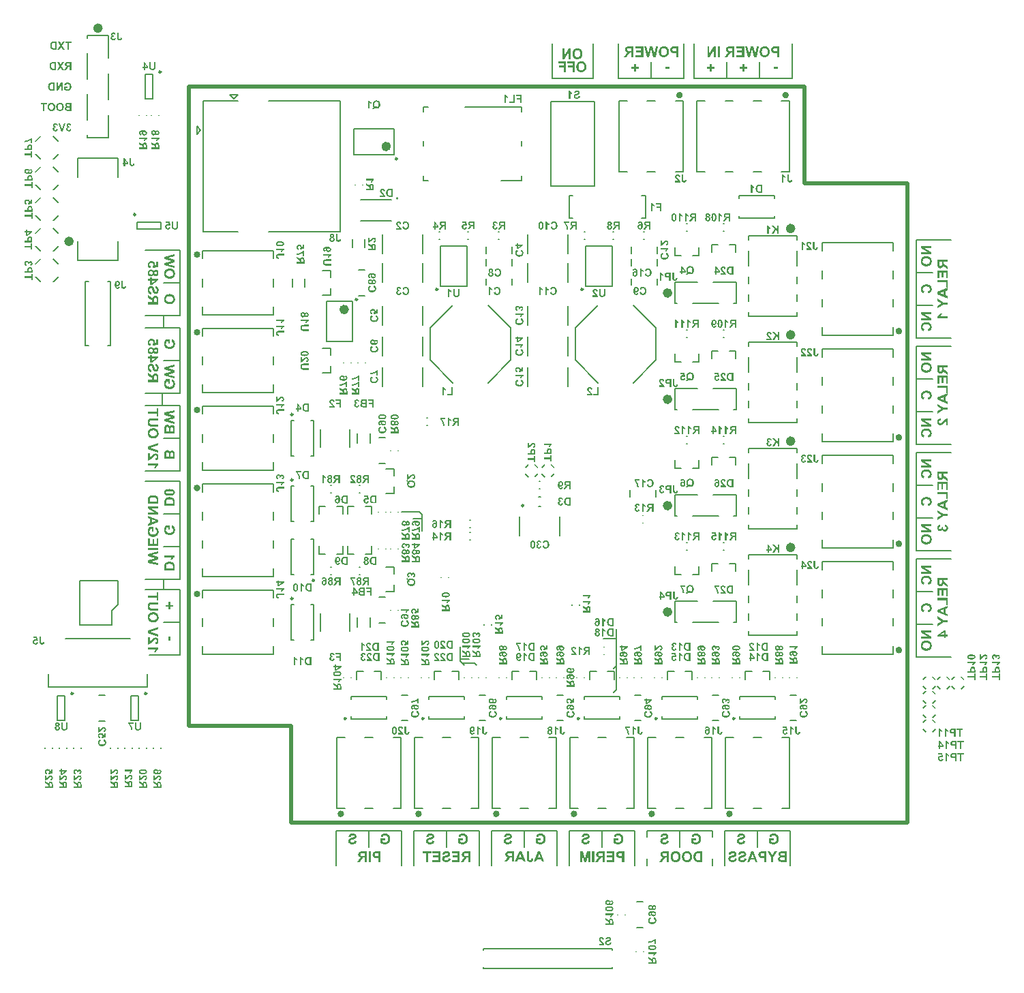
<source format=gbo>
G04*
G04 #@! TF.GenerationSoftware,Altium Limited,Altium Designer,22.9.1 (49)*
G04*
G04 Layer_Color=32896*
%FSLAX25Y25*%
%MOIN*%
G70*
G04*
G04 #@! TF.SameCoordinates,BD774D37-2A64-432E-85FC-E47F3F74055D*
G04*
G04*
G04 #@! TF.FilePolarity,Positive*
G04*
G01*
G75*
%ADD10C,0.00984*%
%ADD11C,0.02362*%
%ADD12C,0.00787*%
%ADD92C,0.00800*%
%ADD100C,0.02000*%
%ADD165C,0.01575*%
G36*
X11145Y193434D02*
X10191D01*
Y196808D01*
X8111Y193434D01*
X7075D01*
Y198554D01*
X8030D01*
Y195106D01*
X10146Y198554D01*
X11145D01*
Y193434D01*
D02*
G37*
G36*
X14675Y198643D02*
X14890Y198621D01*
X15075Y198584D01*
X15237Y198547D01*
X15304Y198525D01*
X15371Y198510D01*
X15423Y198495D01*
X15467Y198473D01*
X15504Y198466D01*
X15533Y198451D01*
X15548Y198443D01*
X15556D01*
X15689Y198384D01*
X15815Y198310D01*
X15926Y198229D01*
X16022Y198155D01*
X16103Y198088D01*
X16170Y198029D01*
X16207Y197992D01*
X16214Y197985D01*
X16222Y197977D01*
X16325Y197859D01*
X16421Y197733D01*
X16503Y197622D01*
X16569Y197511D01*
X16621Y197415D01*
X16666Y197341D01*
X16673Y197311D01*
X16688Y197289D01*
X16695Y197282D01*
Y197274D01*
X16769Y197067D01*
X16828Y196845D01*
X16865Y196623D01*
X16895Y196416D01*
X16903Y196320D01*
X16910Y196231D01*
X16917Y196157D01*
Y196090D01*
X16925Y196031D01*
Y195994D01*
Y195964D01*
Y195957D01*
X16917Y195735D01*
X16895Y195520D01*
X16865Y195321D01*
X16821Y195136D01*
X16769Y194965D01*
X16710Y194810D01*
X16651Y194662D01*
X16584Y194536D01*
X16525Y194418D01*
X16466Y194322D01*
X16407Y194233D01*
X16355Y194159D01*
X16310Y194107D01*
X16281Y194063D01*
X16259Y194040D01*
X16251Y194033D01*
X16118Y193907D01*
X15978Y193804D01*
X15837Y193707D01*
X15682Y193633D01*
X15533Y193567D01*
X15378Y193508D01*
X15237Y193463D01*
X15089Y193426D01*
X14956Y193397D01*
X14830Y193374D01*
X14719Y193360D01*
X14623Y193352D01*
X14549Y193345D01*
X14490Y193337D01*
X14438D01*
X14231Y193345D01*
X14039Y193367D01*
X13854Y193404D01*
X13683Y193448D01*
X13521Y193500D01*
X13373Y193559D01*
X13239Y193619D01*
X13114Y193685D01*
X13010Y193752D01*
X12914Y193811D01*
X12833Y193870D01*
X12766Y193922D01*
X12707Y193966D01*
X12670Y194003D01*
X12648Y194026D01*
X12640Y194033D01*
X12522Y194174D01*
X12418Y194322D01*
X12322Y194477D01*
X12248Y194632D01*
X12181Y194795D01*
X12122Y194958D01*
X12078Y195121D01*
X12041Y195276D01*
X12019Y195417D01*
X11996Y195557D01*
X11981Y195676D01*
X11967Y195779D01*
Y195868D01*
X11959Y195935D01*
Y195972D01*
Y195987D01*
X11967Y196216D01*
X11989Y196431D01*
X12019Y196630D01*
X12063Y196823D01*
X12115Y196993D01*
X12174Y197156D01*
X12233Y197304D01*
X12300Y197430D01*
X12366Y197548D01*
X12426Y197652D01*
X12485Y197740D01*
X12537Y197814D01*
X12573Y197866D01*
X12610Y197911D01*
X12633Y197933D01*
X12640Y197940D01*
X12773Y198066D01*
X12914Y198177D01*
X13062Y198273D01*
X13210Y198355D01*
X13365Y198421D01*
X13513Y198480D01*
X13661Y198525D01*
X13802Y198562D01*
X13935Y198591D01*
X14061Y198614D01*
X14172Y198628D01*
X14268Y198643D01*
X14342D01*
X14401Y198651D01*
X14453D01*
X14675Y198643D01*
D02*
G37*
G36*
X13055Y187096D02*
X12019D01*
Y189272D01*
X9880D01*
Y190138D01*
X12019D01*
Y191351D01*
X9539D01*
Y192217D01*
X13055D01*
Y187096D01*
D02*
G37*
G36*
X8681D02*
X7645D01*
Y189272D01*
X5506D01*
Y190138D01*
X7645D01*
Y191351D01*
X5166D01*
Y192217D01*
X8681D01*
Y187096D01*
D02*
G37*
G36*
X16584Y192306D02*
X16799Y192284D01*
X16984Y192247D01*
X17147Y192210D01*
X17213Y192187D01*
X17280Y192173D01*
X17332Y192158D01*
X17376Y192136D01*
X17413Y192128D01*
X17443Y192113D01*
X17458Y192106D01*
X17465D01*
X17598Y192047D01*
X17724Y191973D01*
X17835Y191891D01*
X17931Y191817D01*
X18012Y191751D01*
X18079Y191692D01*
X18116Y191655D01*
X18124Y191647D01*
X18131Y191640D01*
X18235Y191521D01*
X18331Y191396D01*
X18412Y191285D01*
X18479Y191174D01*
X18530Y191077D01*
X18575Y191003D01*
X18582Y190974D01*
X18597Y190952D01*
X18605Y190944D01*
Y190937D01*
X18678Y190730D01*
X18738Y190508D01*
X18775Y190286D01*
X18804Y190078D01*
X18812Y189982D01*
X18819Y189893D01*
X18826Y189819D01*
Y189753D01*
X18834Y189694D01*
Y189657D01*
Y189627D01*
Y189620D01*
X18826Y189398D01*
X18804Y189183D01*
X18775Y188983D01*
X18730Y188798D01*
X18678Y188628D01*
X18619Y188473D01*
X18560Y188325D01*
X18494Y188199D01*
X18434Y188080D01*
X18375Y187984D01*
X18316Y187895D01*
X18264Y187821D01*
X18220Y187770D01*
X18190Y187725D01*
X18168Y187703D01*
X18160Y187696D01*
X18027Y187570D01*
X17887Y187466D01*
X17746Y187370D01*
X17591Y187296D01*
X17443Y187229D01*
X17287Y187170D01*
X17147Y187126D01*
X16999Y187089D01*
X16865Y187059D01*
X16740Y187037D01*
X16629Y187022D01*
X16533Y187015D01*
X16458Y187007D01*
X16399Y187000D01*
X16348D01*
X16140Y187007D01*
X15948Y187030D01*
X15763Y187067D01*
X15593Y187111D01*
X15430Y187163D01*
X15282Y187222D01*
X15149Y187281D01*
X15023Y187348D01*
X14919Y187414D01*
X14823Y187474D01*
X14742Y187533D01*
X14675Y187585D01*
X14616Y187629D01*
X14579Y187666D01*
X14557Y187688D01*
X14549Y187696D01*
X14431Y187836D01*
X14327Y187984D01*
X14231Y188140D01*
X14157Y188295D01*
X14090Y188458D01*
X14031Y188621D01*
X13987Y188783D01*
X13950Y188939D01*
X13928Y189079D01*
X13905Y189220D01*
X13891Y189338D01*
X13876Y189442D01*
Y189531D01*
X13869Y189597D01*
Y189634D01*
Y189649D01*
X13876Y189879D01*
X13898Y190093D01*
X13928Y190293D01*
X13972Y190485D01*
X14024Y190656D01*
X14083Y190818D01*
X14142Y190966D01*
X14209Y191092D01*
X14276Y191211D01*
X14335Y191314D01*
X14394Y191403D01*
X14446Y191477D01*
X14483Y191529D01*
X14520Y191573D01*
X14542Y191595D01*
X14549Y191603D01*
X14683Y191729D01*
X14823Y191840D01*
X14971Y191936D01*
X15119Y192017D01*
X15274Y192084D01*
X15423Y192143D01*
X15571Y192187D01*
X15711Y192224D01*
X15844Y192254D01*
X15970Y192276D01*
X16081Y192291D01*
X16177Y192306D01*
X16251D01*
X16310Y192313D01*
X16362D01*
X16584Y192306D01*
D02*
G37*
G36*
X-234121Y161962D02*
X-234016Y161951D01*
X-233916Y161929D01*
X-233833Y161906D01*
X-233766Y161884D01*
X-233710Y161862D01*
X-233677Y161851D01*
X-233671Y161845D01*
X-233666D01*
X-233577Y161795D01*
X-233494Y161740D01*
X-233427Y161684D01*
X-233372Y161635D01*
X-233327Y161584D01*
X-233294Y161546D01*
X-233272Y161523D01*
X-233266Y161512D01*
X-233216Y161429D01*
X-233172Y161340D01*
X-233139Y161246D01*
X-233105Y161157D01*
X-233083Y161074D01*
X-233067Y161013D01*
X-233061Y160985D01*
Y160968D01*
X-233055Y160957D01*
Y160952D01*
X-233733Y160841D01*
X-233749Y160930D01*
X-233771Y161007D01*
X-233794Y161074D01*
X-233821Y161124D01*
X-233849Y161168D01*
X-233871Y161202D01*
X-233888Y161218D01*
X-233894Y161224D01*
X-233944Y161268D01*
X-233999Y161302D01*
X-234054Y161324D01*
X-234104Y161340D01*
X-234149Y161351D01*
X-234182Y161357D01*
X-234215D01*
X-234282Y161351D01*
X-234349Y161340D01*
X-234399Y161318D01*
X-234443Y161302D01*
X-234482Y161279D01*
X-234504Y161257D01*
X-234521Y161246D01*
X-234526Y161240D01*
X-234565Y161196D01*
X-234593Y161141D01*
X-234615Y161091D01*
X-234626Y161041D01*
X-234637Y160996D01*
X-234643Y160963D01*
Y160941D01*
Y160930D01*
X-234637Y160846D01*
X-234621Y160774D01*
X-234593Y160713D01*
X-234565Y160663D01*
X-234532Y160619D01*
X-234510Y160591D01*
X-234487Y160569D01*
X-234482Y160563D01*
X-234415Y160519D01*
X-234343Y160486D01*
X-234265Y160463D01*
X-234193Y160447D01*
X-234127Y160441D01*
X-234071Y160436D01*
X-234021D01*
X-233944Y159842D01*
X-234016Y159859D01*
X-234077Y159875D01*
X-234138Y159886D01*
X-234188Y159892D01*
X-234226Y159897D01*
X-234282D01*
X-234360Y159892D01*
X-234426Y159870D01*
X-234487Y159847D01*
X-234543Y159814D01*
X-234582Y159786D01*
X-234615Y159759D01*
X-234637Y159736D01*
X-234643Y159731D01*
X-234693Y159664D01*
X-234732Y159592D01*
X-234759Y159520D01*
X-234782Y159448D01*
X-234793Y159381D01*
X-234798Y159331D01*
Y159298D01*
Y159292D01*
Y159287D01*
X-234793Y159181D01*
X-234776Y159087D01*
X-234748Y159004D01*
X-234720Y158937D01*
X-234687Y158887D01*
X-234665Y158848D01*
X-234643Y158821D01*
X-234637Y158815D01*
X-234576Y158760D01*
X-234510Y158715D01*
X-234449Y158687D01*
X-234387Y158665D01*
X-234332Y158654D01*
X-234293Y158649D01*
X-234265Y158643D01*
X-234254D01*
X-234177Y158649D01*
X-234110Y158665D01*
X-234049Y158687D01*
X-233993Y158715D01*
X-233955Y158737D01*
X-233921Y158760D01*
X-233899Y158776D01*
X-233894Y158782D01*
X-233844Y158843D01*
X-233799Y158909D01*
X-233771Y158982D01*
X-233744Y159048D01*
X-233727Y159109D01*
X-233716Y159159D01*
X-233710Y159193D01*
Y159198D01*
Y159204D01*
X-233000Y159115D01*
X-233011Y159026D01*
X-233033Y158943D01*
X-233083Y158787D01*
X-233144Y158654D01*
X-233183Y158599D01*
X-233216Y158543D01*
X-233250Y158493D01*
X-233283Y158454D01*
X-233311Y158415D01*
X-233338Y158388D01*
X-233361Y158365D01*
X-233377Y158349D01*
X-233388Y158338D01*
X-233394Y158332D01*
X-233461Y158282D01*
X-233533Y158232D01*
X-233599Y158194D01*
X-233677Y158160D01*
X-233821Y158105D01*
X-233955Y158071D01*
X-234021Y158060D01*
X-234077Y158049D01*
X-234127Y158044D01*
X-234171Y158038D01*
X-234210Y158033D01*
X-234260D01*
X-234360Y158038D01*
X-234460Y158049D01*
X-234548Y158066D01*
X-234637Y158088D01*
X-234715Y158116D01*
X-234793Y158143D01*
X-234865Y158177D01*
X-234926Y158210D01*
X-234981Y158243D01*
X-235037Y158277D01*
X-235076Y158305D01*
X-235115Y158332D01*
X-235142Y158354D01*
X-235164Y158371D01*
X-235176Y158382D01*
X-235181Y158388D01*
X-235248Y158454D01*
X-235303Y158527D01*
X-235353Y158599D01*
X-235398Y158671D01*
X-235431Y158748D01*
X-235464Y158821D01*
X-235509Y158954D01*
X-235520Y159015D01*
X-235531Y159076D01*
X-235542Y159126D01*
X-235547Y159170D01*
X-235553Y159204D01*
Y159231D01*
Y159248D01*
Y159254D01*
X-235542Y159381D01*
X-235520Y159492D01*
X-235492Y159598D01*
X-235453Y159681D01*
X-235414Y159753D01*
X-235386Y159803D01*
X-235364Y159836D01*
X-235353Y159847D01*
X-235276Y159931D01*
X-235187Y160003D01*
X-235098Y160058D01*
X-235015Y160103D01*
X-234943Y160136D01*
X-234881Y160153D01*
X-234859Y160164D01*
X-234843D01*
X-234832Y160169D01*
X-234826D01*
X-234926Y160230D01*
X-235009Y160291D01*
X-235081Y160358D01*
X-235148Y160425D01*
X-235203Y160491D01*
X-235248Y160558D01*
X-235281Y160624D01*
X-235314Y160685D01*
X-235336Y160747D01*
X-235353Y160802D01*
X-235364Y160852D01*
X-235370Y160896D01*
X-235375Y160930D01*
X-235381Y160957D01*
Y160974D01*
Y160980D01*
X-235375Y161046D01*
X-235370Y161107D01*
X-235336Y161229D01*
X-235298Y161340D01*
X-235248Y161435D01*
X-235198Y161512D01*
X-235153Y161568D01*
X-235137Y161590D01*
X-235120Y161607D01*
X-235115Y161612D01*
X-235109Y161618D01*
X-235048Y161679D01*
X-234976Y161734D01*
X-234909Y161779D01*
X-234837Y161818D01*
X-234759Y161856D01*
X-234687Y161884D01*
X-234548Y161923D01*
X-234487Y161940D01*
X-234426Y161951D01*
X-234376Y161956D01*
X-234327Y161962D01*
X-234288Y161968D01*
X-234238D01*
X-234121Y161962D01*
D02*
G37*
G36*
X-240687D02*
X-240581Y161951D01*
X-240481Y161929D01*
X-240398Y161906D01*
X-240332Y161884D01*
X-240276Y161862D01*
X-240243Y161851D01*
X-240237Y161845D01*
X-240232D01*
X-240143Y161795D01*
X-240060Y161740D01*
X-239993Y161684D01*
X-239937Y161635D01*
X-239893Y161584D01*
X-239860Y161546D01*
X-239838Y161523D01*
X-239832Y161512D01*
X-239782Y161429D01*
X-239738Y161340D01*
X-239704Y161246D01*
X-239671Y161157D01*
X-239649Y161074D01*
X-239632Y161013D01*
X-239627Y160985D01*
Y160968D01*
X-239621Y160957D01*
Y160952D01*
X-240298Y160841D01*
X-240315Y160930D01*
X-240337Y161007D01*
X-240359Y161074D01*
X-240387Y161124D01*
X-240415Y161168D01*
X-240437Y161202D01*
X-240454Y161218D01*
X-240459Y161224D01*
X-240509Y161268D01*
X-240565Y161302D01*
X-240620Y161324D01*
X-240670Y161340D01*
X-240715Y161351D01*
X-240748Y161357D01*
X-240781D01*
X-240848Y161351D01*
X-240914Y161340D01*
X-240964Y161318D01*
X-241009Y161302D01*
X-241048Y161279D01*
X-241070Y161257D01*
X-241086Y161246D01*
X-241092Y161240D01*
X-241131Y161196D01*
X-241159Y161141D01*
X-241181Y161091D01*
X-241192Y161041D01*
X-241203Y160996D01*
X-241208Y160963D01*
Y160941D01*
Y160930D01*
X-241203Y160846D01*
X-241186Y160774D01*
X-241159Y160713D01*
X-241131Y160663D01*
X-241097Y160619D01*
X-241075Y160591D01*
X-241053Y160569D01*
X-241048Y160563D01*
X-240981Y160519D01*
X-240909Y160486D01*
X-240831Y160463D01*
X-240759Y160447D01*
X-240692Y160441D01*
X-240637Y160436D01*
X-240587D01*
X-240509Y159842D01*
X-240581Y159859D01*
X-240642Y159875D01*
X-240703Y159886D01*
X-240753Y159892D01*
X-240792Y159897D01*
X-240848D01*
X-240925Y159892D01*
X-240992Y159870D01*
X-241053Y159847D01*
X-241109Y159814D01*
X-241147Y159786D01*
X-241181Y159759D01*
X-241203Y159736D01*
X-241208Y159731D01*
X-241258Y159664D01*
X-241297Y159592D01*
X-241325Y159520D01*
X-241347Y159448D01*
X-241358Y159381D01*
X-241364Y159331D01*
Y159298D01*
Y159292D01*
Y159287D01*
X-241358Y159181D01*
X-241342Y159087D01*
X-241314Y159004D01*
X-241286Y158937D01*
X-241253Y158887D01*
X-241231Y158848D01*
X-241208Y158821D01*
X-241203Y158815D01*
X-241142Y158760D01*
X-241075Y158715D01*
X-241014Y158687D01*
X-240953Y158665D01*
X-240898Y158654D01*
X-240859Y158649D01*
X-240831Y158643D01*
X-240820D01*
X-240742Y158649D01*
X-240676Y158665D01*
X-240615Y158687D01*
X-240559Y158715D01*
X-240520Y158737D01*
X-240487Y158760D01*
X-240465Y158776D01*
X-240459Y158782D01*
X-240409Y158843D01*
X-240365Y158909D01*
X-240337Y158982D01*
X-240309Y159048D01*
X-240293Y159109D01*
X-240282Y159159D01*
X-240276Y159193D01*
Y159198D01*
Y159204D01*
X-239566Y159115D01*
X-239577Y159026D01*
X-239599Y158943D01*
X-239649Y158787D01*
X-239710Y158654D01*
X-239749Y158599D01*
X-239782Y158543D01*
X-239815Y158493D01*
X-239849Y158454D01*
X-239877Y158415D01*
X-239904Y158388D01*
X-239926Y158365D01*
X-239943Y158349D01*
X-239954Y158338D01*
X-239960Y158332D01*
X-240026Y158282D01*
X-240099Y158232D01*
X-240165Y158194D01*
X-240243Y158160D01*
X-240387Y158105D01*
X-240520Y158071D01*
X-240587Y158060D01*
X-240642Y158049D01*
X-240692Y158044D01*
X-240737Y158038D01*
X-240776Y158033D01*
X-240826D01*
X-240925Y158038D01*
X-241025Y158049D01*
X-241114Y158066D01*
X-241203Y158088D01*
X-241281Y158116D01*
X-241358Y158143D01*
X-241430Y158177D01*
X-241492Y158210D01*
X-241547Y158243D01*
X-241602Y158277D01*
X-241641Y158305D01*
X-241680Y158332D01*
X-241708Y158354D01*
X-241730Y158371D01*
X-241741Y158382D01*
X-241747Y158388D01*
X-241813Y158454D01*
X-241869Y158527D01*
X-241919Y158599D01*
X-241963Y158671D01*
X-241997Y158748D01*
X-242030Y158821D01*
X-242074Y158954D01*
X-242085Y159015D01*
X-242096Y159076D01*
X-242108Y159126D01*
X-242113Y159170D01*
X-242119Y159204D01*
Y159231D01*
Y159248D01*
Y159254D01*
X-242108Y159381D01*
X-242085Y159492D01*
X-242058Y159598D01*
X-242019Y159681D01*
X-241980Y159753D01*
X-241952Y159803D01*
X-241930Y159836D01*
X-241919Y159847D01*
X-241841Y159931D01*
X-241752Y160003D01*
X-241664Y160058D01*
X-241580Y160103D01*
X-241508Y160136D01*
X-241447Y160153D01*
X-241425Y160164D01*
X-241408D01*
X-241397Y160169D01*
X-241392D01*
X-241492Y160230D01*
X-241575Y160291D01*
X-241647Y160358D01*
X-241714Y160425D01*
X-241769Y160491D01*
X-241813Y160558D01*
X-241847Y160624D01*
X-241880Y160685D01*
X-241902Y160747D01*
X-241919Y160802D01*
X-241930Y160852D01*
X-241935Y160896D01*
X-241941Y160930D01*
X-241947Y160957D01*
Y160974D01*
Y160980D01*
X-241941Y161046D01*
X-241935Y161107D01*
X-241902Y161229D01*
X-241863Y161340D01*
X-241813Y161435D01*
X-241763Y161512D01*
X-241719Y161568D01*
X-241702Y161590D01*
X-241686Y161607D01*
X-241680Y161612D01*
X-241675Y161618D01*
X-241614Y161679D01*
X-241541Y161734D01*
X-241475Y161779D01*
X-241403Y161818D01*
X-241325Y161856D01*
X-241253Y161884D01*
X-241114Y161923D01*
X-241053Y161940D01*
X-240992Y161951D01*
X-240942Y161956D01*
X-240892Y161962D01*
X-240853Y161968D01*
X-240803D01*
X-240687Y161962D01*
D02*
G37*
G36*
X-237162Y158105D02*
X-238001D01*
X-239366Y161945D01*
X-238539D01*
X-237601Y159104D01*
X-236624Y161945D01*
X-235786D01*
X-237162Y158105D01*
D02*
G37*
G36*
X-233000Y168080D02*
X-234665D01*
X-234759Y168085D01*
X-234926D01*
X-234993Y168091D01*
X-235098D01*
X-235137Y168096D01*
X-235192D01*
X-235214Y168102D01*
X-235237D01*
X-235348Y168119D01*
X-235448Y168146D01*
X-235536Y168174D01*
X-235614Y168207D01*
X-235675Y168235D01*
X-235719Y168263D01*
X-235747Y168280D01*
X-235758Y168285D01*
X-235836Y168346D01*
X-235897Y168413D01*
X-235958Y168474D01*
X-236003Y168540D01*
X-236041Y168596D01*
X-236069Y168640D01*
X-236086Y168668D01*
X-236091Y168679D01*
X-236130Y168773D01*
X-236163Y168862D01*
X-236186Y168951D01*
X-236197Y169029D01*
X-236208Y169095D01*
X-236213Y169145D01*
Y169179D01*
Y169184D01*
Y169190D01*
X-236208Y169312D01*
X-236186Y169423D01*
X-236152Y169517D01*
X-236119Y169606D01*
X-236086Y169673D01*
X-236052Y169722D01*
X-236030Y169756D01*
X-236025Y169767D01*
X-235947Y169856D01*
X-235864Y169928D01*
X-235770Y169989D01*
X-235686Y170033D01*
X-235609Y170072D01*
X-235542Y170100D01*
X-235520Y170105D01*
X-235503Y170111D01*
X-235492Y170117D01*
X-235486D01*
X-235575Y170167D01*
X-235653Y170217D01*
X-235719Y170278D01*
X-235775Y170327D01*
X-235814Y170377D01*
X-235847Y170416D01*
X-235869Y170444D01*
X-235875Y170455D01*
X-235925Y170544D01*
X-235964Y170627D01*
X-235986Y170710D01*
X-236008Y170788D01*
X-236019Y170855D01*
X-236025Y170905D01*
Y170938D01*
Y170943D01*
Y170949D01*
X-236019Y171038D01*
X-236008Y171127D01*
X-235986Y171199D01*
X-235964Y171265D01*
X-235942Y171321D01*
X-235919Y171365D01*
X-235908Y171388D01*
X-235903Y171399D01*
X-235858Y171471D01*
X-235808Y171532D01*
X-235758Y171587D01*
X-235714Y171637D01*
X-235669Y171671D01*
X-235636Y171698D01*
X-235614Y171715D01*
X-235609Y171721D01*
X-235542Y171765D01*
X-235470Y171798D01*
X-235403Y171826D01*
X-235342Y171848D01*
X-235287Y171865D01*
X-235248Y171876D01*
X-235220Y171881D01*
X-235209D01*
X-235115Y171893D01*
X-235009Y171904D01*
X-234898Y171909D01*
X-234787Y171915D01*
X-234687Y171920D01*
X-233000D01*
Y168080D01*
D02*
G37*
G36*
X-244949Y171271D02*
X-246087D01*
Y168080D01*
X-246864D01*
Y171271D01*
X-247996D01*
Y171920D01*
X-244949D01*
Y171271D01*
D02*
G37*
G36*
X-238400Y171987D02*
X-238239Y171970D01*
X-238101Y171942D01*
X-237978Y171915D01*
X-237928Y171898D01*
X-237878Y171887D01*
X-237840Y171876D01*
X-237806Y171859D01*
X-237778Y171854D01*
X-237756Y171843D01*
X-237745Y171837D01*
X-237740D01*
X-237640Y171793D01*
X-237545Y171737D01*
X-237462Y171676D01*
X-237390Y171621D01*
X-237329Y171571D01*
X-237279Y171526D01*
X-237251Y171499D01*
X-237246Y171493D01*
X-237240Y171487D01*
X-237162Y171399D01*
X-237090Y171304D01*
X-237029Y171221D01*
X-236979Y171138D01*
X-236941Y171066D01*
X-236907Y171010D01*
X-236902Y170988D01*
X-236891Y170971D01*
X-236885Y170966D01*
Y170960D01*
X-236829Y170805D01*
X-236785Y170638D01*
X-236757Y170472D01*
X-236735Y170316D01*
X-236730Y170244D01*
X-236724Y170178D01*
X-236719Y170122D01*
Y170072D01*
X-236713Y170028D01*
Y170000D01*
Y169978D01*
Y169972D01*
X-236719Y169806D01*
X-236735Y169645D01*
X-236757Y169495D01*
X-236791Y169356D01*
X-236829Y169228D01*
X-236874Y169112D01*
X-236918Y169001D01*
X-236968Y168907D01*
X-237013Y168818D01*
X-237057Y168746D01*
X-237102Y168679D01*
X-237140Y168624D01*
X-237174Y168585D01*
X-237196Y168551D01*
X-237212Y168535D01*
X-237218Y168529D01*
X-237318Y168435D01*
X-237423Y168357D01*
X-237529Y168285D01*
X-237645Y168229D01*
X-237756Y168180D01*
X-237873Y168135D01*
X-237978Y168102D01*
X-238089Y168074D01*
X-238189Y168052D01*
X-238284Y168035D01*
X-238367Y168024D01*
X-238439Y168019D01*
X-238494Y168013D01*
X-238539Y168008D01*
X-238578D01*
X-238733Y168013D01*
X-238877Y168030D01*
X-239016Y168058D01*
X-239144Y168091D01*
X-239266Y168130D01*
X-239377Y168174D01*
X-239477Y168219D01*
X-239571Y168268D01*
X-239649Y168318D01*
X-239721Y168363D01*
X-239782Y168407D01*
X-239832Y168446D01*
X-239877Y168479D01*
X-239904Y168507D01*
X-239921Y168524D01*
X-239926Y168529D01*
X-240015Y168635D01*
X-240093Y168746D01*
X-240165Y168862D01*
X-240221Y168979D01*
X-240270Y169101D01*
X-240315Y169223D01*
X-240348Y169345D01*
X-240376Y169462D01*
X-240393Y169567D01*
X-240409Y169673D01*
X-240420Y169761D01*
X-240431Y169839D01*
Y169906D01*
X-240437Y169956D01*
Y169983D01*
Y169994D01*
X-240431Y170167D01*
X-240415Y170327D01*
X-240393Y170477D01*
X-240359Y170622D01*
X-240320Y170749D01*
X-240276Y170871D01*
X-240232Y170982D01*
X-240182Y171077D01*
X-240132Y171166D01*
X-240087Y171243D01*
X-240043Y171310D01*
X-240004Y171365D01*
X-239976Y171404D01*
X-239949Y171437D01*
X-239932Y171454D01*
X-239926Y171460D01*
X-239826Y171554D01*
X-239721Y171637D01*
X-239610Y171709D01*
X-239499Y171771D01*
X-239383Y171820D01*
X-239271Y171865D01*
X-239160Y171898D01*
X-239055Y171926D01*
X-238955Y171948D01*
X-238861Y171965D01*
X-238778Y171976D01*
X-238705Y171987D01*
X-238650D01*
X-238605Y171993D01*
X-238567D01*
X-238400Y171987D01*
D02*
G37*
G36*
X-242574D02*
X-242413Y171970D01*
X-242274Y171942D01*
X-242152Y171915D01*
X-242102Y171898D01*
X-242052Y171887D01*
X-242013Y171876D01*
X-241980Y171859D01*
X-241952Y171854D01*
X-241930Y171843D01*
X-241919Y171837D01*
X-241913D01*
X-241813Y171793D01*
X-241719Y171737D01*
X-241636Y171676D01*
X-241564Y171621D01*
X-241503Y171571D01*
X-241453Y171526D01*
X-241425Y171499D01*
X-241419Y171493D01*
X-241414Y171487D01*
X-241336Y171399D01*
X-241264Y171304D01*
X-241203Y171221D01*
X-241153Y171138D01*
X-241114Y171066D01*
X-241081Y171010D01*
X-241075Y170988D01*
X-241064Y170971D01*
X-241059Y170966D01*
Y170960D01*
X-241003Y170805D01*
X-240959Y170638D01*
X-240931Y170472D01*
X-240909Y170316D01*
X-240903Y170244D01*
X-240898Y170178D01*
X-240892Y170122D01*
Y170072D01*
X-240886Y170028D01*
Y170000D01*
Y169978D01*
Y169972D01*
X-240892Y169806D01*
X-240909Y169645D01*
X-240931Y169495D01*
X-240964Y169356D01*
X-241003Y169228D01*
X-241048Y169112D01*
X-241092Y169001D01*
X-241142Y168907D01*
X-241186Y168818D01*
X-241231Y168746D01*
X-241275Y168679D01*
X-241314Y168624D01*
X-241347Y168585D01*
X-241369Y168551D01*
X-241386Y168535D01*
X-241392Y168529D01*
X-241492Y168435D01*
X-241597Y168357D01*
X-241702Y168285D01*
X-241819Y168229D01*
X-241930Y168180D01*
X-242046Y168135D01*
X-242152Y168102D01*
X-242263Y168074D01*
X-242363Y168052D01*
X-242457Y168035D01*
X-242541Y168024D01*
X-242613Y168019D01*
X-242668Y168013D01*
X-242712Y168008D01*
X-242751D01*
X-242907Y168013D01*
X-243051Y168030D01*
X-243190Y168058D01*
X-243318Y168091D01*
X-243440Y168130D01*
X-243551Y168174D01*
X-243651Y168219D01*
X-243745Y168268D01*
X-243823Y168318D01*
X-243895Y168363D01*
X-243956Y168407D01*
X-244006Y168446D01*
X-244050Y168479D01*
X-244078Y168507D01*
X-244094Y168524D01*
X-244100Y168529D01*
X-244189Y168635D01*
X-244267Y168746D01*
X-244339Y168862D01*
X-244394Y168979D01*
X-244444Y169101D01*
X-244489Y169223D01*
X-244522Y169345D01*
X-244549Y169462D01*
X-244566Y169567D01*
X-244583Y169673D01*
X-244594Y169761D01*
X-244605Y169839D01*
Y169906D01*
X-244611Y169956D01*
Y169983D01*
Y169994D01*
X-244605Y170167D01*
X-244588Y170327D01*
X-244566Y170477D01*
X-244533Y170622D01*
X-244494Y170749D01*
X-244450Y170871D01*
X-244405Y170982D01*
X-244355Y171077D01*
X-244305Y171166D01*
X-244261Y171243D01*
X-244217Y171310D01*
X-244178Y171365D01*
X-244150Y171404D01*
X-244122Y171437D01*
X-244106Y171454D01*
X-244100Y171460D01*
X-244000Y171554D01*
X-243895Y171637D01*
X-243784Y171709D01*
X-243673Y171771D01*
X-243556Y171820D01*
X-243445Y171865D01*
X-243334Y171898D01*
X-243229Y171926D01*
X-243129Y171948D01*
X-243034Y171965D01*
X-242951Y171976D01*
X-242879Y171987D01*
X-242824D01*
X-242779Y171993D01*
X-242740D01*
X-242574Y171987D01*
D02*
G37*
G36*
X-237312Y177980D02*
X-238028D01*
Y180510D01*
X-239588Y177980D01*
X-240365D01*
Y181820D01*
X-239649D01*
Y179234D01*
X-238062Y181820D01*
X-237312D01*
Y177980D01*
D02*
G37*
G36*
X-234704Y181887D02*
X-234526Y181865D01*
X-234449Y181848D01*
X-234371Y181831D01*
X-234299Y181815D01*
X-234238Y181798D01*
X-234182Y181776D01*
X-234127Y181759D01*
X-234088Y181743D01*
X-234049Y181731D01*
X-234021Y181715D01*
X-233999Y181709D01*
X-233988Y181698D01*
X-233982D01*
X-233810Y181598D01*
X-233738Y181537D01*
X-233666Y181482D01*
X-233599Y181421D01*
X-233538Y181360D01*
X-233483Y181299D01*
X-233433Y181243D01*
X-233394Y181188D01*
X-233355Y181138D01*
X-233322Y181093D01*
X-233294Y181054D01*
X-233278Y181021D01*
X-233261Y180999D01*
X-233255Y180982D01*
X-233250Y180977D01*
X-233205Y180888D01*
X-233167Y180799D01*
X-233105Y180616D01*
X-233061Y180433D01*
X-233033Y180272D01*
X-233022Y180194D01*
X-233011Y180128D01*
X-233005Y180067D01*
Y180011D01*
X-233000Y179972D01*
Y179939D01*
Y179917D01*
Y179911D01*
X-233011Y179706D01*
X-233033Y179517D01*
X-233072Y179345D01*
X-233089Y179262D01*
X-233111Y179190D01*
X-233133Y179123D01*
X-233150Y179062D01*
X-233172Y179012D01*
X-233189Y178968D01*
X-233200Y178934D01*
X-233211Y178907D01*
X-233222Y178890D01*
Y178884D01*
X-233316Y178718D01*
X-233422Y178574D01*
X-233533Y178446D01*
X-233644Y178346D01*
X-233694Y178302D01*
X-233744Y178263D01*
X-233783Y178229D01*
X-233821Y178207D01*
X-233849Y178185D01*
X-233877Y178168D01*
X-233888Y178163D01*
X-233894Y178157D01*
X-233982Y178113D01*
X-234066Y178074D01*
X-234249Y178013D01*
X-234426Y177969D01*
X-234587Y177941D01*
X-234665Y177930D01*
X-234732Y177919D01*
X-234793Y177913D01*
X-234848D01*
X-234887Y177908D01*
X-234948D01*
X-235126Y177913D01*
X-235292Y177935D01*
X-235453Y177963D01*
X-235592Y177996D01*
X-235653Y178013D01*
X-235708Y178030D01*
X-235758Y178046D01*
X-235803Y178057D01*
X-235836Y178068D01*
X-235858Y178080D01*
X-235875Y178085D01*
X-235880D01*
X-236047Y178152D01*
X-236186Y178224D01*
X-236308Y178296D01*
X-236413Y178357D01*
X-236491Y178413D01*
X-236519Y178435D01*
X-236546Y178457D01*
X-236563Y178474D01*
X-236580Y178485D01*
X-236591Y178496D01*
Y180039D01*
X-234920D01*
Y179389D01*
X-235808D01*
Y178895D01*
X-235742Y178846D01*
X-235669Y178801D01*
X-235597Y178762D01*
X-235531Y178729D01*
X-235475Y178701D01*
X-235425Y178679D01*
X-235398Y178668D01*
X-235392Y178662D01*
X-235386D01*
X-235298Y178629D01*
X-235209Y178607D01*
X-235126Y178590D01*
X-235053Y178579D01*
X-234987Y178574D01*
X-234943Y178568D01*
X-234898D01*
X-234809Y178574D01*
X-234720Y178585D01*
X-234643Y178601D01*
X-234565Y178623D01*
X-234426Y178679D01*
X-234371Y178707D01*
X-234315Y178740D01*
X-234265Y178773D01*
X-234221Y178801D01*
X-234188Y178834D01*
X-234154Y178857D01*
X-234132Y178879D01*
X-234116Y178895D01*
X-234104Y178907D01*
X-234099Y178912D01*
X-234049Y178979D01*
X-233999Y179056D01*
X-233960Y179134D01*
X-233927Y179217D01*
X-233871Y179389D01*
X-233838Y179556D01*
X-233827Y179634D01*
X-233816Y179711D01*
X-233810Y179772D01*
X-233805Y179833D01*
X-233799Y179878D01*
Y179917D01*
Y179939D01*
Y179944D01*
X-233805Y180061D01*
X-233810Y180166D01*
X-233827Y180272D01*
X-233844Y180366D01*
X-233866Y180449D01*
X-233894Y180527D01*
X-233921Y180599D01*
X-233949Y180666D01*
X-233971Y180721D01*
X-233999Y180771D01*
X-234027Y180810D01*
X-234049Y180843D01*
X-234066Y180871D01*
X-234082Y180888D01*
X-234088Y180899D01*
X-234093Y180904D01*
X-234154Y180960D01*
X-234215Y181016D01*
X-234282Y181054D01*
X-234349Y181093D01*
X-234415Y181126D01*
X-234482Y181154D01*
X-234610Y181193D01*
X-234671Y181204D01*
X-234726Y181215D01*
X-234776Y181221D01*
X-234820Y181226D01*
X-234854Y181232D01*
X-234904D01*
X-235026Y181226D01*
X-235131Y181204D01*
X-235226Y181182D01*
X-235309Y181149D01*
X-235370Y181121D01*
X-235420Y181093D01*
X-235448Y181071D01*
X-235459Y181065D01*
X-235536Y180999D01*
X-235603Y180927D01*
X-235658Y180855D01*
X-235697Y180782D01*
X-235731Y180716D01*
X-235753Y180666D01*
X-235764Y180633D01*
X-235770Y180627D01*
Y180622D01*
X-236541Y180766D01*
X-236519Y180860D01*
X-236485Y180955D01*
X-236452Y181038D01*
X-236408Y181115D01*
X-236369Y181193D01*
X-236324Y181260D01*
X-236280Y181321D01*
X-236236Y181376D01*
X-236191Y181426D01*
X-236152Y181471D01*
X-236119Y181509D01*
X-236086Y181537D01*
X-236058Y181559D01*
X-236036Y181582D01*
X-236025Y181587D01*
X-236019Y181593D01*
X-235942Y181648D01*
X-235858Y181693D01*
X-235770Y181731D01*
X-235675Y181765D01*
X-235492Y181820D01*
X-235314Y181854D01*
X-235231Y181870D01*
X-235153Y181876D01*
X-235081Y181881D01*
X-235020Y181887D01*
X-234970Y181893D01*
X-234904D01*
X-234704Y181887D01*
D02*
G37*
G36*
X-241186Y177980D02*
X-242640D01*
X-242790Y177985D01*
X-242929Y177991D01*
X-243045Y178002D01*
X-243140Y178019D01*
X-243217Y178035D01*
X-243279Y178046D01*
X-243295Y178052D01*
X-243312D01*
X-243318Y178057D01*
X-243323D01*
X-243445Y178102D01*
X-243556Y178152D01*
X-243645Y178202D01*
X-243723Y178252D01*
X-243784Y178296D01*
X-243828Y178329D01*
X-243856Y178351D01*
X-243867Y178363D01*
X-243961Y178468D01*
X-244044Y178579D01*
X-244117Y178696D01*
X-244172Y178801D01*
X-244217Y178901D01*
X-244239Y178940D01*
X-244250Y178973D01*
X-244261Y179006D01*
X-244272Y179029D01*
X-244278Y179040D01*
Y179045D01*
X-244316Y179179D01*
X-244350Y179317D01*
X-244372Y179451D01*
X-244383Y179578D01*
X-244389Y179639D01*
X-244394Y179695D01*
Y179739D01*
X-244400Y179783D01*
Y179817D01*
Y179839D01*
Y179856D01*
Y179861D01*
X-244394Y180055D01*
X-244377Y180227D01*
X-244372Y180311D01*
X-244361Y180383D01*
X-244350Y180455D01*
X-244339Y180516D01*
X-244322Y180572D01*
X-244311Y180622D01*
X-244300Y180666D01*
X-244294Y180699D01*
X-244283Y180727D01*
X-244278Y180749D01*
X-244272Y180760D01*
Y180766D01*
X-244222Y180899D01*
X-244161Y181021D01*
X-244100Y181126D01*
X-244039Y181215D01*
X-243989Y181288D01*
X-243945Y181343D01*
X-243917Y181376D01*
X-243911Y181387D01*
X-243906D01*
X-243811Y181476D01*
X-243717Y181548D01*
X-243617Y181609D01*
X-243528Y181659D01*
X-243451Y181698D01*
X-243384Y181726D01*
X-243362Y181731D01*
X-243345Y181737D01*
X-243334Y181743D01*
X-243328D01*
X-243223Y181770D01*
X-243107Y181787D01*
X-242985Y181804D01*
X-242868Y181809D01*
X-242762Y181815D01*
X-242718Y181820D01*
X-241186D01*
Y177980D01*
D02*
G37*
G36*
X-237806Y190078D02*
X-236480Y188080D01*
X-237412D01*
X-238267Y189378D01*
X-239116Y188080D01*
X-240049D01*
X-238728Y190078D01*
X-239932Y191920D01*
X-239027D01*
X-238267Y190771D01*
X-237507Y191920D01*
X-236602D01*
X-237806Y190078D01*
D02*
G37*
G36*
X-233000Y188080D02*
X-233777D01*
Y189684D01*
X-234027D01*
X-234104Y189678D01*
X-234171Y189673D01*
X-234226Y189661D01*
X-234271Y189656D01*
X-234299Y189645D01*
X-234315Y189639D01*
X-234321D01*
X-234365Y189617D01*
X-234410Y189595D01*
X-234449Y189567D01*
X-234487Y189545D01*
X-234515Y189517D01*
X-234537Y189495D01*
X-234548Y189484D01*
X-234554Y189478D01*
X-234576Y189451D01*
X-234604Y189423D01*
X-234665Y189340D01*
X-234732Y189251D01*
X-234804Y189151D01*
X-234865Y189062D01*
X-234893Y189018D01*
X-234915Y188984D01*
X-234937Y188957D01*
X-234954Y188934D01*
X-234959Y188918D01*
X-234965Y188912D01*
X-235520Y188080D01*
X-236452D01*
X-235980Y188829D01*
X-235930Y188907D01*
X-235880Y188984D01*
X-235836Y189051D01*
X-235792Y189112D01*
X-235753Y189167D01*
X-235719Y189223D01*
X-235653Y189306D01*
X-235603Y189373D01*
X-235570Y189417D01*
X-235542Y189445D01*
X-235536Y189451D01*
X-235475Y189517D01*
X-235403Y189578D01*
X-235336Y189628D01*
X-235270Y189678D01*
X-235214Y189717D01*
X-235170Y189745D01*
X-235137Y189767D01*
X-235131Y189772D01*
X-235126D01*
X-235220Y189789D01*
X-235303Y189811D01*
X-235381Y189833D01*
X-235459Y189861D01*
X-235525Y189889D01*
X-235586Y189917D01*
X-235647Y189945D01*
X-235697Y189978D01*
X-235742Y190006D01*
X-235781Y190033D01*
X-235814Y190061D01*
X-235836Y190083D01*
X-235858Y190100D01*
X-235875Y190117D01*
X-235880Y190122D01*
X-235886Y190128D01*
X-235930Y190183D01*
X-235969Y190239D01*
X-236036Y190361D01*
X-236080Y190477D01*
X-236108Y190594D01*
X-236130Y190694D01*
X-236136Y190733D01*
Y190771D01*
X-236141Y190799D01*
Y190827D01*
Y190838D01*
Y190844D01*
X-236136Y190966D01*
X-236114Y191082D01*
X-236086Y191182D01*
X-236058Y191271D01*
X-236025Y191343D01*
X-235997Y191399D01*
X-235986Y191415D01*
X-235975Y191432D01*
X-235969Y191437D01*
Y191443D01*
X-235903Y191537D01*
X-235830Y191615D01*
X-235758Y191676D01*
X-235686Y191732D01*
X-235620Y191765D01*
X-235570Y191793D01*
X-235536Y191809D01*
X-235531Y191815D01*
X-235525D01*
X-235470Y191832D01*
X-235409Y191848D01*
X-235270Y191876D01*
X-235120Y191893D01*
X-234976Y191909D01*
X-234904D01*
X-234843Y191915D01*
X-234782D01*
X-234732Y191920D01*
X-233000D01*
Y188080D01*
D02*
G37*
G36*
X-240454D02*
X-241908D01*
X-242058Y188085D01*
X-242196Y188091D01*
X-242313Y188102D01*
X-242407Y188119D01*
X-242485Y188135D01*
X-242546Y188146D01*
X-242563Y188152D01*
X-242579D01*
X-242585Y188157D01*
X-242590D01*
X-242712Y188202D01*
X-242824Y188252D01*
X-242912Y188302D01*
X-242990Y188352D01*
X-243051Y188396D01*
X-243095Y188429D01*
X-243123Y188452D01*
X-243134Y188463D01*
X-243229Y188568D01*
X-243312Y188679D01*
X-243384Y188796D01*
X-243440Y188901D01*
X-243484Y189001D01*
X-243506Y189040D01*
X-243517Y189073D01*
X-243528Y189106D01*
X-243539Y189129D01*
X-243545Y189140D01*
Y189145D01*
X-243584Y189278D01*
X-243617Y189417D01*
X-243639Y189550D01*
X-243651Y189678D01*
X-243656Y189739D01*
X-243661Y189795D01*
Y189839D01*
X-243667Y189883D01*
Y189917D01*
Y189939D01*
Y189956D01*
Y189961D01*
X-243661Y190155D01*
X-243645Y190327D01*
X-243639Y190411D01*
X-243628Y190483D01*
X-243617Y190555D01*
X-243606Y190616D01*
X-243589Y190672D01*
X-243578Y190721D01*
X-243567Y190766D01*
X-243562Y190799D01*
X-243551Y190827D01*
X-243545Y190849D01*
X-243539Y190860D01*
Y190866D01*
X-243490Y190999D01*
X-243428Y191121D01*
X-243367Y191226D01*
X-243306Y191315D01*
X-243256Y191387D01*
X-243212Y191443D01*
X-243184Y191476D01*
X-243179Y191487D01*
X-243173D01*
X-243079Y191576D01*
X-242985Y191648D01*
X-242884Y191709D01*
X-242796Y191759D01*
X-242718Y191798D01*
X-242652Y191826D01*
X-242629Y191832D01*
X-242613Y191837D01*
X-242601Y191843D01*
X-242596D01*
X-242491Y191870D01*
X-242374Y191887D01*
X-242252Y191904D01*
X-242135Y191909D01*
X-242030Y191915D01*
X-241985Y191920D01*
X-240454D01*
Y188080D01*
D02*
G37*
G36*
X-237484Y200078D02*
X-236158Y198080D01*
X-237090D01*
X-237945Y199378D01*
X-238794Y198080D01*
X-239727D01*
X-238406Y200078D01*
X-239610Y201920D01*
X-238705D01*
X-237945Y200771D01*
X-237185Y201920D01*
X-236280D01*
X-237484Y200078D01*
D02*
G37*
G36*
X-233000Y201271D02*
X-234138D01*
Y198080D01*
X-234915D01*
Y201271D01*
X-236047D01*
Y201920D01*
X-233000D01*
Y201271D01*
D02*
G37*
G36*
X-240132Y198080D02*
X-241586D01*
X-241736Y198085D01*
X-241874Y198091D01*
X-241991Y198102D01*
X-242085Y198119D01*
X-242163Y198135D01*
X-242224Y198146D01*
X-242241Y198152D01*
X-242257D01*
X-242263Y198157D01*
X-242268D01*
X-242391Y198202D01*
X-242502Y198252D01*
X-242590Y198302D01*
X-242668Y198352D01*
X-242729Y198396D01*
X-242774Y198429D01*
X-242801Y198451D01*
X-242812Y198463D01*
X-242907Y198568D01*
X-242990Y198679D01*
X-243062Y198796D01*
X-243118Y198901D01*
X-243162Y199001D01*
X-243184Y199040D01*
X-243195Y199073D01*
X-243206Y199106D01*
X-243217Y199129D01*
X-243223Y199140D01*
Y199145D01*
X-243262Y199278D01*
X-243295Y199417D01*
X-243318Y199550D01*
X-243328Y199678D01*
X-243334Y199739D01*
X-243340Y199795D01*
Y199839D01*
X-243345Y199883D01*
Y199917D01*
Y199939D01*
Y199956D01*
Y199961D01*
X-243340Y200155D01*
X-243323Y200327D01*
X-243318Y200411D01*
X-243306Y200483D01*
X-243295Y200555D01*
X-243284Y200616D01*
X-243267Y200672D01*
X-243256Y200722D01*
X-243245Y200766D01*
X-243240Y200799D01*
X-243229Y200827D01*
X-243223Y200849D01*
X-243217Y200860D01*
Y200866D01*
X-243168Y200999D01*
X-243107Y201121D01*
X-243045Y201226D01*
X-242985Y201315D01*
X-242934Y201388D01*
X-242890Y201443D01*
X-242862Y201476D01*
X-242857Y201487D01*
X-242851D01*
X-242757Y201576D01*
X-242663Y201648D01*
X-242563Y201709D01*
X-242474Y201759D01*
X-242396Y201798D01*
X-242330Y201826D01*
X-242307Y201832D01*
X-242291Y201837D01*
X-242280Y201843D01*
X-242274D01*
X-242169Y201870D01*
X-242052Y201887D01*
X-241930Y201904D01*
X-241813Y201909D01*
X-241708Y201915D01*
X-241664Y201920D01*
X-240132D01*
Y198080D01*
D02*
G37*
G36*
X79951Y189459D02*
X81291D01*
Y188541D01*
X79951D01*
Y187217D01*
X79056D01*
Y188541D01*
X77709D01*
Y189459D01*
X79056D01*
Y190783D01*
X79951D01*
Y189459D01*
D02*
G37*
G36*
X195571Y-61269D02*
X193433D01*
Y-61602D01*
X193440Y-61706D01*
X193448Y-61795D01*
X193463Y-61869D01*
X193470Y-61928D01*
X193485Y-61965D01*
X193492Y-61987D01*
Y-61994D01*
X193522Y-62054D01*
X193551Y-62113D01*
X193588Y-62165D01*
X193618Y-62217D01*
X193655Y-62253D01*
X193684Y-62283D01*
X193699Y-62298D01*
X193707Y-62305D01*
X193744Y-62335D01*
X193781Y-62372D01*
X193892Y-62453D01*
X194010Y-62542D01*
X194143Y-62638D01*
X194262Y-62720D01*
X194321Y-62757D01*
X194365Y-62786D01*
X194402Y-62816D01*
X194432Y-62838D01*
X194454Y-62845D01*
X194462Y-62853D01*
X195571Y-63593D01*
Y-64836D01*
X194572Y-64207D01*
X194469Y-64140D01*
X194365Y-64074D01*
X194276Y-64015D01*
X194195Y-63955D01*
X194121Y-63904D01*
X194047Y-63859D01*
X193936Y-63771D01*
X193847Y-63704D01*
X193788Y-63660D01*
X193751Y-63622D01*
X193744Y-63615D01*
X193655Y-63534D01*
X193573Y-63437D01*
X193507Y-63349D01*
X193440Y-63260D01*
X193388Y-63186D01*
X193351Y-63127D01*
X193322Y-63082D01*
X193315Y-63075D01*
Y-63068D01*
X193292Y-63193D01*
X193263Y-63304D01*
X193233Y-63408D01*
X193196Y-63512D01*
X193159Y-63600D01*
X193122Y-63682D01*
X193085Y-63763D01*
X193041Y-63830D01*
X193004Y-63889D01*
X192967Y-63941D01*
X192930Y-63985D01*
X192900Y-64015D01*
X192878Y-64044D01*
X192856Y-64066D01*
X192848Y-64074D01*
X192841Y-64081D01*
X192767Y-64140D01*
X192693Y-64192D01*
X192530Y-64281D01*
X192375Y-64340D01*
X192219Y-64377D01*
X192086Y-64407D01*
X192034Y-64414D01*
X191982D01*
X191946Y-64422D01*
X191909D01*
X191894D01*
X191886D01*
X191724Y-64414D01*
X191568Y-64385D01*
X191435Y-64348D01*
X191316Y-64311D01*
X191220Y-64266D01*
X191146Y-64229D01*
X191124Y-64214D01*
X191102Y-64200D01*
X191095Y-64192D01*
X191087D01*
X190961Y-64104D01*
X190858Y-64007D01*
X190776Y-63911D01*
X190702Y-63815D01*
X190658Y-63726D01*
X190621Y-63660D01*
X190599Y-63615D01*
X190591Y-63608D01*
Y-63600D01*
X190569Y-63526D01*
X190547Y-63445D01*
X190510Y-63260D01*
X190488Y-63060D01*
X190465Y-62868D01*
Y-62771D01*
X190458Y-62690D01*
Y-62609D01*
X190451Y-62542D01*
Y-60233D01*
X195571D01*
Y-61269D01*
D02*
G37*
G36*
Y-69291D02*
X194706D01*
Y-66435D01*
X193315D01*
Y-69002D01*
X192449D01*
Y-66435D01*
X191316D01*
Y-69195D01*
X190451D01*
Y-65399D01*
X195571D01*
Y-69291D01*
D02*
G37*
G36*
Y-73805D02*
X194706D01*
Y-71230D01*
X190488D01*
Y-70194D01*
X195571D01*
Y-73805D01*
D02*
G37*
G36*
Y-75115D02*
X194410Y-75537D01*
Y-77594D01*
X195571Y-78038D01*
Y-79155D01*
X190451Y-77098D01*
Y-76003D01*
X195571Y-74019D01*
Y-75115D01*
D02*
G37*
G36*
X193418Y-81050D02*
X195571D01*
Y-82086D01*
X193426D01*
X190451Y-83958D01*
Y-82766D01*
X192478Y-81590D01*
X190451Y-80383D01*
Y-79177D01*
X193418Y-81050D01*
D02*
G37*
G36*
X194543Y-88183D02*
X195571D01*
Y-89130D01*
X194543D01*
Y-89767D01*
X193684D01*
Y-89130D01*
X190428D01*
Y-88301D01*
X193692Y-86081D01*
X194543D01*
Y-88183D01*
D02*
G37*
G36*
X187560Y-86997D02*
X184186D01*
X187560Y-89076D01*
Y-90112D01*
X182440D01*
Y-89157D01*
X185888D01*
X182440Y-87041D01*
Y-86042D01*
X187560D01*
Y-86997D01*
D02*
G37*
G36*
X185259Y-91000D02*
X185474Y-91022D01*
X185673Y-91052D01*
X185858Y-91096D01*
X186029Y-91148D01*
X186184Y-91207D01*
X186332Y-91266D01*
X186458Y-91333D01*
X186576Y-91392D01*
X186672Y-91451D01*
X186761Y-91511D01*
X186835Y-91562D01*
X186887Y-91607D01*
X186931Y-91636D01*
X186954Y-91659D01*
X186961Y-91666D01*
X187087Y-91799D01*
X187190Y-91940D01*
X187287Y-92080D01*
X187361Y-92236D01*
X187427Y-92384D01*
X187486Y-92539D01*
X187531Y-92680D01*
X187568Y-92828D01*
X187597Y-92961D01*
X187620Y-93087D01*
X187634Y-93198D01*
X187642Y-93294D01*
X187649Y-93368D01*
X187657Y-93427D01*
Y-93479D01*
X187649Y-93686D01*
X187627Y-93879D01*
X187590Y-94064D01*
X187546Y-94234D01*
X187494Y-94397D01*
X187435Y-94545D01*
X187375Y-94678D01*
X187309Y-94804D01*
X187242Y-94907D01*
X187183Y-95003D01*
X187124Y-95085D01*
X187072Y-95151D01*
X187028Y-95211D01*
X186991Y-95248D01*
X186968Y-95270D01*
X186961Y-95277D01*
X186820Y-95396D01*
X186672Y-95499D01*
X186517Y-95595D01*
X186362Y-95669D01*
X186199Y-95736D01*
X186036Y-95795D01*
X185873Y-95840D01*
X185718Y-95877D01*
X185577Y-95899D01*
X185437Y-95921D01*
X185318Y-95936D01*
X185215Y-95951D01*
X185126D01*
X185059Y-95958D01*
X185022D01*
X185007D01*
X184778Y-95951D01*
X184563Y-95928D01*
X184364Y-95899D01*
X184171Y-95854D01*
X184001Y-95803D01*
X183838Y-95743D01*
X183690Y-95684D01*
X183564Y-95618D01*
X183446Y-95551D01*
X183342Y-95492D01*
X183254Y-95433D01*
X183180Y-95381D01*
X183128Y-95344D01*
X183083Y-95307D01*
X183061Y-95285D01*
X183054Y-95277D01*
X182928Y-95144D01*
X182817Y-95003D01*
X182721Y-94855D01*
X182639Y-94707D01*
X182573Y-94552D01*
X182514Y-94404D01*
X182469Y-94256D01*
X182432Y-94115D01*
X182403Y-93982D01*
X182380Y-93856D01*
X182366Y-93745D01*
X182351Y-93649D01*
Y-93575D01*
X182343Y-93516D01*
Y-93464D01*
X182351Y-93242D01*
X182373Y-93028D01*
X182410Y-92843D01*
X182447Y-92680D01*
X182469Y-92613D01*
X182484Y-92547D01*
X182499Y-92495D01*
X182521Y-92450D01*
X182528Y-92413D01*
X182543Y-92384D01*
X182551Y-92369D01*
Y-92362D01*
X182610Y-92228D01*
X182684Y-92103D01*
X182765Y-91992D01*
X182839Y-91895D01*
X182906Y-91814D01*
X182965Y-91747D01*
X183002Y-91710D01*
X183009Y-91703D01*
X183017Y-91696D01*
X183135Y-91592D01*
X183261Y-91496D01*
X183372Y-91414D01*
X183483Y-91348D01*
X183579Y-91296D01*
X183653Y-91252D01*
X183683Y-91244D01*
X183705Y-91229D01*
X183712Y-91222D01*
X183720D01*
X183927Y-91148D01*
X184149Y-91089D01*
X184371Y-91052D01*
X184578Y-91022D01*
X184674Y-91015D01*
X184763Y-91007D01*
X184837Y-91000D01*
X184904D01*
X184963Y-90993D01*
X185000D01*
X185030D01*
X185037D01*
X185259Y-91000D01*
D02*
G37*
G36*
X185270Y-72780D02*
X185477Y-72802D01*
X185677Y-72832D01*
X185855Y-72876D01*
X186025Y-72921D01*
X186188Y-72980D01*
X186328Y-73039D01*
X186454Y-73098D01*
X186573Y-73157D01*
X186676Y-73217D01*
X186758Y-73276D01*
X186831Y-73320D01*
X186883Y-73365D01*
X186928Y-73394D01*
X186950Y-73416D01*
X186957Y-73424D01*
X187083Y-73550D01*
X187187Y-73683D01*
X187283Y-73823D01*
X187357Y-73964D01*
X187424Y-74105D01*
X187483Y-74245D01*
X187527Y-74378D01*
X187564Y-74504D01*
X187594Y-74630D01*
X187616Y-74741D01*
X187631Y-74845D01*
X187638Y-74926D01*
X187645Y-75000D01*
X187653Y-75052D01*
Y-75096D01*
X187645Y-75252D01*
X187638Y-75392D01*
X187616Y-75533D01*
X187586Y-75659D01*
X187557Y-75777D01*
X187527Y-75888D01*
X187490Y-75992D01*
X187446Y-76088D01*
X187409Y-76169D01*
X187372Y-76243D01*
X187342Y-76310D01*
X187312Y-76362D01*
X187283Y-76406D01*
X187261Y-76436D01*
X187253Y-76450D01*
X187246Y-76458D01*
X187164Y-76554D01*
X187076Y-76643D01*
X186876Y-76806D01*
X186669Y-76939D01*
X186469Y-77042D01*
X186373Y-77087D01*
X186284Y-77124D01*
X186203Y-77153D01*
X186136Y-77183D01*
X186077Y-77205D01*
X186032Y-77220D01*
X186003Y-77227D01*
X185995D01*
X185685Y-76221D01*
X185884Y-76162D01*
X186055Y-76095D01*
X186195Y-76029D01*
X186313Y-75955D01*
X186402Y-75895D01*
X186461Y-75844D01*
X186498Y-75807D01*
X186513Y-75792D01*
X186602Y-75673D01*
X186661Y-75555D01*
X186706Y-75437D01*
X186743Y-75333D01*
X186758Y-75237D01*
X186765Y-75155D01*
X186772Y-75126D01*
Y-75089D01*
X186765Y-74985D01*
X186758Y-74889D01*
X186706Y-74711D01*
X186646Y-74556D01*
X186565Y-74430D01*
X186491Y-74327D01*
X186432Y-74253D01*
X186402Y-74223D01*
X186380Y-74201D01*
X186373Y-74193D01*
X186365Y-74186D01*
X186284Y-74127D01*
X186188Y-74075D01*
X186084Y-74023D01*
X185973Y-73986D01*
X185744Y-73927D01*
X185514Y-73883D01*
X185403Y-73868D01*
X185307Y-73860D01*
X185211Y-73846D01*
X185129D01*
X185070Y-73838D01*
X185019D01*
X184982D01*
X184974D01*
X184804Y-73846D01*
X184649Y-73853D01*
X184508Y-73868D01*
X184375Y-73890D01*
X184256Y-73920D01*
X184145Y-73949D01*
X184049Y-73979D01*
X183960Y-74016D01*
X183886Y-74045D01*
X183820Y-74075D01*
X183768Y-74105D01*
X183723Y-74134D01*
X183686Y-74156D01*
X183664Y-74171D01*
X183650Y-74186D01*
X183642D01*
X183568Y-74253D01*
X183502Y-74327D01*
X183450Y-74401D01*
X183405Y-74482D01*
X183331Y-74637D01*
X183280Y-74785D01*
X183250Y-74911D01*
X183242Y-74970D01*
X183235Y-75015D01*
X183228Y-75059D01*
Y-75111D01*
X183235Y-75259D01*
X183265Y-75392D01*
X183302Y-75511D01*
X183346Y-75614D01*
X183390Y-75696D01*
X183428Y-75755D01*
X183457Y-75792D01*
X183465Y-75807D01*
X183553Y-75903D01*
X183657Y-75992D01*
X183760Y-76058D01*
X183864Y-76110D01*
X183953Y-76147D01*
X184019Y-76169D01*
X184049Y-76184D01*
X184071D01*
X184079Y-76191D01*
X184086D01*
X183842Y-77213D01*
X183627Y-77139D01*
X183442Y-77057D01*
X183280Y-76968D01*
X183146Y-76887D01*
X183043Y-76806D01*
X182998Y-76776D01*
X182961Y-76746D01*
X182939Y-76724D01*
X182917Y-76702D01*
X182902Y-76695D01*
Y-76687D01*
X182806Y-76576D01*
X182717Y-76450D01*
X182643Y-76332D01*
X182584Y-76206D01*
X182525Y-76073D01*
X182480Y-75947D01*
X182443Y-75821D01*
X182414Y-75703D01*
X182392Y-75592D01*
X182377Y-75488D01*
X182362Y-75400D01*
X182354Y-75318D01*
X182347Y-75252D01*
Y-75163D01*
X182354Y-74970D01*
X182377Y-74778D01*
X182414Y-74608D01*
X182458Y-74438D01*
X182510Y-74290D01*
X182569Y-74142D01*
X182636Y-74016D01*
X182702Y-73897D01*
X182769Y-73786D01*
X182835Y-73698D01*
X182895Y-73616D01*
X182947Y-73550D01*
X182991Y-73498D01*
X183028Y-73461D01*
X183050Y-73439D01*
X183057Y-73431D01*
X183198Y-73313D01*
X183346Y-73217D01*
X183502Y-73128D01*
X183664Y-73054D01*
X183835Y-72987D01*
X183997Y-72935D01*
X184160Y-72891D01*
X184316Y-72854D01*
X184471Y-72824D01*
X184604Y-72810D01*
X184730Y-72795D01*
X184834Y-72780D01*
X184922D01*
X184989Y-72773D01*
X185033D01*
X185041D01*
X185048D01*
X185270Y-72780D01*
D02*
G37*
G36*
X187564Y-55237D02*
X184190D01*
X187564Y-57316D01*
Y-58353D01*
X182443D01*
Y-57398D01*
X185892D01*
X182443Y-55282D01*
Y-54282D01*
X187564D01*
Y-55237D01*
D02*
G37*
G36*
X185270Y-59270D02*
X185477Y-59292D01*
X185677Y-59322D01*
X185855Y-59366D01*
X186025Y-59411D01*
X186188Y-59470D01*
X186328Y-59529D01*
X186454Y-59588D01*
X186573Y-59648D01*
X186676Y-59707D01*
X186758Y-59766D01*
X186831Y-59810D01*
X186883Y-59855D01*
X186928Y-59884D01*
X186950Y-59907D01*
X186957Y-59914D01*
X187083Y-60040D01*
X187187Y-60173D01*
X187283Y-60313D01*
X187357Y-60454D01*
X187424Y-60595D01*
X187483Y-60735D01*
X187527Y-60869D01*
X187564Y-60994D01*
X187594Y-61120D01*
X187616Y-61231D01*
X187631Y-61335D01*
X187638Y-61416D01*
X187645Y-61490D01*
X187653Y-61542D01*
Y-61586D01*
X187645Y-61742D01*
X187638Y-61882D01*
X187616Y-62023D01*
X187586Y-62149D01*
X187557Y-62267D01*
X187527Y-62378D01*
X187490Y-62482D01*
X187446Y-62578D01*
X187409Y-62659D01*
X187372Y-62733D01*
X187342Y-62800D01*
X187312Y-62852D01*
X187283Y-62896D01*
X187261Y-62926D01*
X187253Y-62941D01*
X187246Y-62948D01*
X187164Y-63044D01*
X187076Y-63133D01*
X186876Y-63296D01*
X186669Y-63429D01*
X186469Y-63533D01*
X186373Y-63577D01*
X186284Y-63614D01*
X186203Y-63643D01*
X186136Y-63673D01*
X186077Y-63695D01*
X186032Y-63710D01*
X186003Y-63718D01*
X185995D01*
X185685Y-62711D01*
X185884Y-62652D01*
X186055Y-62585D01*
X186195Y-62519D01*
X186313Y-62445D01*
X186402Y-62385D01*
X186461Y-62334D01*
X186498Y-62297D01*
X186513Y-62282D01*
X186602Y-62164D01*
X186661Y-62045D01*
X186706Y-61927D01*
X186743Y-61823D01*
X186758Y-61727D01*
X186765Y-61646D01*
X186772Y-61616D01*
Y-61579D01*
X186765Y-61475D01*
X186758Y-61379D01*
X186706Y-61202D01*
X186646Y-61046D01*
X186565Y-60920D01*
X186491Y-60817D01*
X186432Y-60743D01*
X186402Y-60713D01*
X186380Y-60691D01*
X186373Y-60684D01*
X186365Y-60676D01*
X186284Y-60617D01*
X186188Y-60565D01*
X186084Y-60513D01*
X185973Y-60476D01*
X185744Y-60417D01*
X185514Y-60373D01*
X185403Y-60358D01*
X185307Y-60351D01*
X185211Y-60336D01*
X185129D01*
X185070Y-60328D01*
X185019D01*
X184982D01*
X184974D01*
X184804Y-60336D01*
X184649Y-60343D01*
X184508Y-60358D01*
X184375Y-60380D01*
X184256Y-60410D01*
X184145Y-60439D01*
X184049Y-60469D01*
X183960Y-60506D01*
X183886Y-60536D01*
X183820Y-60565D01*
X183768Y-60595D01*
X183723Y-60624D01*
X183686Y-60646D01*
X183664Y-60661D01*
X183650Y-60676D01*
X183642D01*
X183568Y-60743D01*
X183502Y-60817D01*
X183450Y-60891D01*
X183405Y-60972D01*
X183331Y-61128D01*
X183280Y-61276D01*
X183250Y-61401D01*
X183242Y-61461D01*
X183235Y-61505D01*
X183228Y-61549D01*
Y-61601D01*
X183235Y-61749D01*
X183265Y-61882D01*
X183302Y-62001D01*
X183346Y-62104D01*
X183390Y-62186D01*
X183428Y-62245D01*
X183457Y-62282D01*
X183465Y-62297D01*
X183553Y-62393D01*
X183657Y-62482D01*
X183760Y-62548D01*
X183864Y-62600D01*
X183953Y-62637D01*
X184019Y-62659D01*
X184049Y-62674D01*
X184071D01*
X184079Y-62682D01*
X184086D01*
X183842Y-63703D01*
X183627Y-63629D01*
X183442Y-63547D01*
X183280Y-63459D01*
X183146Y-63377D01*
X183043Y-63296D01*
X182998Y-63266D01*
X182961Y-63236D01*
X182939Y-63214D01*
X182917Y-63192D01*
X182902Y-63185D01*
Y-63177D01*
X182806Y-63066D01*
X182717Y-62941D01*
X182643Y-62822D01*
X182584Y-62696D01*
X182525Y-62563D01*
X182480Y-62437D01*
X182443Y-62312D01*
X182414Y-62193D01*
X182392Y-62082D01*
X182377Y-61979D01*
X182362Y-61890D01*
X182354Y-61808D01*
X182347Y-61742D01*
Y-61653D01*
X182354Y-61461D01*
X182377Y-61268D01*
X182414Y-61098D01*
X182458Y-60928D01*
X182510Y-60780D01*
X182569Y-60632D01*
X182636Y-60506D01*
X182702Y-60387D01*
X182769Y-60277D01*
X182835Y-60188D01*
X182895Y-60106D01*
X182947Y-60040D01*
X182991Y-59988D01*
X183028Y-59951D01*
X183050Y-59929D01*
X183057Y-59921D01*
X183198Y-59803D01*
X183346Y-59707D01*
X183502Y-59618D01*
X183664Y-59544D01*
X183835Y-59477D01*
X183997Y-59425D01*
X184160Y-59381D01*
X184316Y-59344D01*
X184471Y-59315D01*
X184604Y-59300D01*
X184730Y-59285D01*
X184834Y-59270D01*
X184922D01*
X184989Y-59263D01*
X185033D01*
X185041D01*
X185048D01*
X185270Y-59270D01*
D02*
G37*
G36*
X187564Y-3237D02*
X184190D01*
X187564Y-5316D01*
Y-6352D01*
X182443D01*
Y-5398D01*
X185892D01*
X182443Y-3281D01*
Y-2283D01*
X187564D01*
Y-3237D01*
D02*
G37*
G36*
X185270Y-7270D02*
X185477Y-7292D01*
X185677Y-7322D01*
X185855Y-7366D01*
X186025Y-7411D01*
X186188Y-7470D01*
X186328Y-7529D01*
X186454Y-7588D01*
X186573Y-7648D01*
X186676Y-7707D01*
X186758Y-7766D01*
X186831Y-7810D01*
X186883Y-7855D01*
X186928Y-7884D01*
X186950Y-7907D01*
X186957Y-7914D01*
X187083Y-8040D01*
X187187Y-8173D01*
X187283Y-8314D01*
X187357Y-8454D01*
X187424Y-8595D01*
X187483Y-8735D01*
X187527Y-8868D01*
X187564Y-8994D01*
X187594Y-9120D01*
X187616Y-9231D01*
X187631Y-9335D01*
X187638Y-9416D01*
X187645Y-9490D01*
X187653Y-9542D01*
Y-9586D01*
X187645Y-9742D01*
X187638Y-9882D01*
X187616Y-10023D01*
X187586Y-10149D01*
X187557Y-10267D01*
X187527Y-10378D01*
X187490Y-10482D01*
X187446Y-10578D01*
X187409Y-10659D01*
X187372Y-10733D01*
X187342Y-10800D01*
X187312Y-10852D01*
X187283Y-10896D01*
X187261Y-10926D01*
X187253Y-10941D01*
X187246Y-10948D01*
X187164Y-11044D01*
X187076Y-11133D01*
X186876Y-11296D01*
X186669Y-11429D01*
X186469Y-11532D01*
X186373Y-11577D01*
X186284Y-11614D01*
X186203Y-11643D01*
X186136Y-11673D01*
X186077Y-11695D01*
X186032Y-11710D01*
X186003Y-11717D01*
X185995D01*
X185685Y-10711D01*
X185884Y-10652D01*
X186055Y-10585D01*
X186195Y-10519D01*
X186313Y-10445D01*
X186402Y-10385D01*
X186461Y-10334D01*
X186498Y-10297D01*
X186513Y-10282D01*
X186602Y-10164D01*
X186661Y-10045D01*
X186706Y-9927D01*
X186743Y-9823D01*
X186758Y-9727D01*
X186765Y-9646D01*
X186772Y-9616D01*
Y-9579D01*
X186765Y-9475D01*
X186758Y-9379D01*
X186706Y-9201D01*
X186646Y-9046D01*
X186565Y-8920D01*
X186491Y-8817D01*
X186432Y-8743D01*
X186402Y-8713D01*
X186380Y-8691D01*
X186373Y-8683D01*
X186365Y-8676D01*
X186284Y-8617D01*
X186188Y-8565D01*
X186084Y-8513D01*
X185973Y-8476D01*
X185744Y-8417D01*
X185514Y-8373D01*
X185403Y-8358D01*
X185307Y-8350D01*
X185211Y-8336D01*
X185129D01*
X185070Y-8328D01*
X185019D01*
X184982D01*
X184974D01*
X184804Y-8336D01*
X184649Y-8343D01*
X184508Y-8358D01*
X184375Y-8380D01*
X184256Y-8410D01*
X184145Y-8439D01*
X184049Y-8469D01*
X183960Y-8506D01*
X183886Y-8535D01*
X183820Y-8565D01*
X183768Y-8595D01*
X183723Y-8624D01*
X183686Y-8647D01*
X183664Y-8661D01*
X183650Y-8676D01*
X183642D01*
X183568Y-8743D01*
X183502Y-8817D01*
X183450Y-8891D01*
X183405Y-8972D01*
X183331Y-9127D01*
X183280Y-9275D01*
X183250Y-9401D01*
X183242Y-9460D01*
X183235Y-9505D01*
X183228Y-9549D01*
Y-9601D01*
X183235Y-9749D01*
X183265Y-9882D01*
X183302Y-10001D01*
X183346Y-10104D01*
X183390Y-10186D01*
X183428Y-10245D01*
X183457Y-10282D01*
X183465Y-10297D01*
X183553Y-10393D01*
X183657Y-10482D01*
X183760Y-10548D01*
X183864Y-10600D01*
X183953Y-10637D01*
X184019Y-10659D01*
X184049Y-10674D01*
X184071D01*
X184079Y-10682D01*
X184086D01*
X183842Y-11703D01*
X183627Y-11629D01*
X183442Y-11547D01*
X183280Y-11458D01*
X183146Y-11377D01*
X183043Y-11296D01*
X182998Y-11266D01*
X182961Y-11236D01*
X182939Y-11214D01*
X182917Y-11192D01*
X182902Y-11185D01*
Y-11177D01*
X182806Y-11066D01*
X182717Y-10941D01*
X182643Y-10822D01*
X182584Y-10696D01*
X182525Y-10563D01*
X182480Y-10437D01*
X182443Y-10311D01*
X182414Y-10193D01*
X182392Y-10082D01*
X182377Y-9979D01*
X182362Y-9890D01*
X182354Y-9808D01*
X182347Y-9742D01*
Y-9653D01*
X182354Y-9460D01*
X182377Y-9268D01*
X182414Y-9098D01*
X182458Y-8928D01*
X182510Y-8780D01*
X182569Y-8632D01*
X182636Y-8506D01*
X182702Y-8388D01*
X182769Y-8276D01*
X182835Y-8188D01*
X182895Y-8106D01*
X182947Y-8040D01*
X182991Y-7988D01*
X183028Y-7951D01*
X183050Y-7929D01*
X183057Y-7921D01*
X183198Y-7803D01*
X183346Y-7707D01*
X183502Y-7618D01*
X183664Y-7544D01*
X183835Y-7477D01*
X183997Y-7425D01*
X184160Y-7381D01*
X184316Y-7344D01*
X184471Y-7315D01*
X184604Y-7300D01*
X184730Y-7285D01*
X184834Y-7270D01*
X184922D01*
X184989Y-7263D01*
X185033D01*
X185041D01*
X185048D01*
X185270Y-7270D01*
D02*
G37*
G36*
Y-20780D02*
X185477Y-20802D01*
X185677Y-20832D01*
X185855Y-20876D01*
X186025Y-20921D01*
X186188Y-20980D01*
X186328Y-21039D01*
X186454Y-21098D01*
X186573Y-21157D01*
X186676Y-21217D01*
X186758Y-21276D01*
X186831Y-21320D01*
X186883Y-21365D01*
X186928Y-21394D01*
X186950Y-21416D01*
X186957Y-21424D01*
X187083Y-21550D01*
X187187Y-21683D01*
X187283Y-21823D01*
X187357Y-21964D01*
X187424Y-22105D01*
X187483Y-22245D01*
X187527Y-22378D01*
X187564Y-22504D01*
X187594Y-22630D01*
X187616Y-22741D01*
X187631Y-22845D01*
X187638Y-22926D01*
X187645Y-23000D01*
X187653Y-23052D01*
Y-23096D01*
X187645Y-23252D01*
X187638Y-23392D01*
X187616Y-23533D01*
X187586Y-23659D01*
X187557Y-23777D01*
X187527Y-23888D01*
X187490Y-23992D01*
X187446Y-24088D01*
X187409Y-24169D01*
X187372Y-24243D01*
X187342Y-24310D01*
X187312Y-24362D01*
X187283Y-24406D01*
X187261Y-24436D01*
X187253Y-24450D01*
X187246Y-24458D01*
X187164Y-24554D01*
X187076Y-24643D01*
X186876Y-24806D01*
X186669Y-24939D01*
X186469Y-25042D01*
X186373Y-25087D01*
X186284Y-25124D01*
X186203Y-25153D01*
X186136Y-25183D01*
X186077Y-25205D01*
X186032Y-25220D01*
X186003Y-25227D01*
X185995D01*
X185685Y-24221D01*
X185884Y-24162D01*
X186055Y-24095D01*
X186195Y-24029D01*
X186313Y-23955D01*
X186402Y-23895D01*
X186461Y-23844D01*
X186498Y-23807D01*
X186513Y-23792D01*
X186602Y-23673D01*
X186661Y-23555D01*
X186706Y-23437D01*
X186743Y-23333D01*
X186758Y-23237D01*
X186765Y-23155D01*
X186772Y-23126D01*
Y-23089D01*
X186765Y-22985D01*
X186758Y-22889D01*
X186706Y-22711D01*
X186646Y-22556D01*
X186565Y-22430D01*
X186491Y-22327D01*
X186432Y-22253D01*
X186402Y-22223D01*
X186380Y-22201D01*
X186373Y-22193D01*
X186365Y-22186D01*
X186284Y-22127D01*
X186188Y-22075D01*
X186084Y-22023D01*
X185973Y-21986D01*
X185744Y-21927D01*
X185514Y-21883D01*
X185403Y-21868D01*
X185307Y-21860D01*
X185211Y-21846D01*
X185129D01*
X185070Y-21838D01*
X185019D01*
X184982D01*
X184974D01*
X184804Y-21846D01*
X184649Y-21853D01*
X184508Y-21868D01*
X184375Y-21890D01*
X184256Y-21920D01*
X184145Y-21949D01*
X184049Y-21979D01*
X183960Y-22016D01*
X183886Y-22045D01*
X183820Y-22075D01*
X183768Y-22105D01*
X183723Y-22134D01*
X183686Y-22156D01*
X183664Y-22171D01*
X183650Y-22186D01*
X183642D01*
X183568Y-22253D01*
X183502Y-22327D01*
X183450Y-22401D01*
X183405Y-22482D01*
X183331Y-22637D01*
X183280Y-22785D01*
X183250Y-22911D01*
X183242Y-22970D01*
X183235Y-23015D01*
X183228Y-23059D01*
Y-23111D01*
X183235Y-23259D01*
X183265Y-23392D01*
X183302Y-23511D01*
X183346Y-23614D01*
X183390Y-23696D01*
X183428Y-23755D01*
X183457Y-23792D01*
X183465Y-23807D01*
X183553Y-23903D01*
X183657Y-23992D01*
X183760Y-24058D01*
X183864Y-24110D01*
X183953Y-24147D01*
X184019Y-24169D01*
X184049Y-24184D01*
X184071D01*
X184079Y-24191D01*
X184086D01*
X183842Y-25213D01*
X183627Y-25139D01*
X183442Y-25057D01*
X183280Y-24968D01*
X183146Y-24887D01*
X183043Y-24806D01*
X182998Y-24776D01*
X182961Y-24746D01*
X182939Y-24724D01*
X182917Y-24702D01*
X182902Y-24695D01*
Y-24687D01*
X182806Y-24576D01*
X182717Y-24450D01*
X182643Y-24332D01*
X182584Y-24206D01*
X182525Y-24073D01*
X182480Y-23947D01*
X182443Y-23821D01*
X182414Y-23703D01*
X182392Y-23592D01*
X182377Y-23488D01*
X182362Y-23400D01*
X182354Y-23318D01*
X182347Y-23252D01*
Y-23163D01*
X182354Y-22970D01*
X182377Y-22778D01*
X182414Y-22608D01*
X182458Y-22438D01*
X182510Y-22290D01*
X182569Y-22142D01*
X182636Y-22016D01*
X182702Y-21897D01*
X182769Y-21786D01*
X182835Y-21698D01*
X182895Y-21616D01*
X182947Y-21550D01*
X182991Y-21498D01*
X183028Y-21461D01*
X183050Y-21439D01*
X183057Y-21431D01*
X183198Y-21313D01*
X183346Y-21217D01*
X183502Y-21128D01*
X183664Y-21054D01*
X183835Y-20987D01*
X183997Y-20935D01*
X184160Y-20891D01*
X184316Y-20854D01*
X184471Y-20824D01*
X184604Y-20810D01*
X184730Y-20795D01*
X184834Y-20780D01*
X184922D01*
X184989Y-20773D01*
X185033D01*
X185041D01*
X185048D01*
X185270Y-20780D01*
D02*
G37*
G36*
X187560Y-34997D02*
X184186D01*
X187560Y-37076D01*
Y-38112D01*
X182440D01*
Y-37157D01*
X185888D01*
X182440Y-35041D01*
Y-34042D01*
X187560D01*
Y-34997D01*
D02*
G37*
G36*
X185259Y-39000D02*
X185474Y-39022D01*
X185673Y-39052D01*
X185858Y-39096D01*
X186029Y-39148D01*
X186184Y-39207D01*
X186332Y-39266D01*
X186458Y-39333D01*
X186576Y-39392D01*
X186672Y-39451D01*
X186761Y-39511D01*
X186835Y-39562D01*
X186887Y-39607D01*
X186931Y-39636D01*
X186954Y-39659D01*
X186961Y-39666D01*
X187087Y-39799D01*
X187190Y-39940D01*
X187287Y-40080D01*
X187361Y-40236D01*
X187427Y-40384D01*
X187486Y-40539D01*
X187531Y-40680D01*
X187568Y-40828D01*
X187597Y-40961D01*
X187620Y-41087D01*
X187634Y-41198D01*
X187642Y-41294D01*
X187649Y-41368D01*
X187657Y-41427D01*
Y-41479D01*
X187649Y-41686D01*
X187627Y-41879D01*
X187590Y-42064D01*
X187546Y-42234D01*
X187494Y-42397D01*
X187435Y-42545D01*
X187375Y-42678D01*
X187309Y-42804D01*
X187242Y-42907D01*
X187183Y-43003D01*
X187124Y-43085D01*
X187072Y-43151D01*
X187028Y-43211D01*
X186991Y-43248D01*
X186968Y-43270D01*
X186961Y-43277D01*
X186820Y-43396D01*
X186672Y-43499D01*
X186517Y-43595D01*
X186362Y-43669D01*
X186199Y-43736D01*
X186036Y-43795D01*
X185873Y-43840D01*
X185718Y-43877D01*
X185577Y-43899D01*
X185437Y-43921D01*
X185318Y-43936D01*
X185215Y-43951D01*
X185126D01*
X185059Y-43958D01*
X185022D01*
X185007D01*
X184778Y-43951D01*
X184563Y-43928D01*
X184364Y-43899D01*
X184171Y-43854D01*
X184001Y-43803D01*
X183838Y-43743D01*
X183690Y-43684D01*
X183564Y-43618D01*
X183446Y-43551D01*
X183342Y-43492D01*
X183254Y-43433D01*
X183180Y-43381D01*
X183128Y-43344D01*
X183083Y-43307D01*
X183061Y-43285D01*
X183054Y-43277D01*
X182928Y-43144D01*
X182817Y-43003D01*
X182721Y-42855D01*
X182639Y-42707D01*
X182573Y-42552D01*
X182514Y-42404D01*
X182469Y-42256D01*
X182432Y-42115D01*
X182403Y-41982D01*
X182380Y-41856D01*
X182366Y-41745D01*
X182351Y-41649D01*
Y-41575D01*
X182343Y-41516D01*
Y-41464D01*
X182351Y-41242D01*
X182373Y-41028D01*
X182410Y-40843D01*
X182447Y-40680D01*
X182469Y-40613D01*
X182484Y-40547D01*
X182499Y-40495D01*
X182521Y-40450D01*
X182528Y-40413D01*
X182543Y-40384D01*
X182551Y-40369D01*
Y-40362D01*
X182610Y-40228D01*
X182684Y-40103D01*
X182765Y-39992D01*
X182839Y-39895D01*
X182906Y-39814D01*
X182965Y-39747D01*
X183002Y-39710D01*
X183009Y-39703D01*
X183017Y-39696D01*
X183135Y-39592D01*
X183261Y-39496D01*
X183372Y-39414D01*
X183483Y-39348D01*
X183579Y-39296D01*
X183653Y-39252D01*
X183683Y-39244D01*
X183705Y-39229D01*
X183712Y-39222D01*
X183720D01*
X183927Y-39148D01*
X184149Y-39089D01*
X184371Y-39052D01*
X184578Y-39022D01*
X184674Y-39015D01*
X184763Y-39007D01*
X184837Y-39000D01*
X184904D01*
X184963Y-38993D01*
X185000D01*
X185030D01*
X185037D01*
X185259Y-39000D01*
D02*
G37*
G36*
X195527Y-9343D02*
X193388D01*
Y-9676D01*
X193396Y-9780D01*
X193403Y-9869D01*
X193418Y-9943D01*
X193426Y-10002D01*
X193440Y-10039D01*
X193448Y-10061D01*
Y-10069D01*
X193477Y-10128D01*
X193507Y-10187D01*
X193544Y-10239D01*
X193573Y-10290D01*
X193611Y-10328D01*
X193640Y-10357D01*
X193655Y-10372D01*
X193662Y-10379D01*
X193699Y-10409D01*
X193736Y-10446D01*
X193847Y-10527D01*
X193966Y-10616D01*
X194099Y-10712D01*
X194217Y-10794D01*
X194276Y-10831D01*
X194321Y-10860D01*
X194358Y-10890D01*
X194387Y-10912D01*
X194410Y-10920D01*
X194417Y-10927D01*
X195527Y-11667D01*
Y-12910D01*
X194528Y-12281D01*
X194424Y-12214D01*
X194321Y-12148D01*
X194232Y-12089D01*
X194151Y-12030D01*
X194077Y-11978D01*
X194003Y-11933D01*
X193892Y-11845D01*
X193803Y-11778D01*
X193744Y-11733D01*
X193707Y-11697D01*
X193699Y-11689D01*
X193611Y-11608D01*
X193529Y-11512D01*
X193463Y-11423D01*
X193396Y-11334D01*
X193344Y-11260D01*
X193307Y-11201D01*
X193278Y-11156D01*
X193270Y-11149D01*
Y-11141D01*
X193248Y-11267D01*
X193218Y-11378D01*
X193189Y-11482D01*
X193152Y-11586D01*
X193115Y-11674D01*
X193078Y-11756D01*
X193041Y-11837D01*
X192996Y-11904D01*
X192959Y-11963D01*
X192922Y-12015D01*
X192885Y-12059D01*
X192856Y-12089D01*
X192833Y-12118D01*
X192811Y-12140D01*
X192804Y-12148D01*
X192797Y-12155D01*
X192722Y-12214D01*
X192648Y-12266D01*
X192486Y-12355D01*
X192330Y-12414D01*
X192175Y-12451D01*
X192042Y-12481D01*
X191990Y-12488D01*
X191938D01*
X191901Y-12496D01*
X191864D01*
X191849D01*
X191842D01*
X191679Y-12488D01*
X191524Y-12459D01*
X191391Y-12422D01*
X191272Y-12385D01*
X191176Y-12340D01*
X191102Y-12303D01*
X191080Y-12289D01*
X191058Y-12274D01*
X191050Y-12266D01*
X191043D01*
X190917Y-12178D01*
X190813Y-12081D01*
X190732Y-11985D01*
X190658Y-11889D01*
X190613Y-11800D01*
X190577Y-11733D01*
X190554Y-11689D01*
X190547Y-11682D01*
Y-11674D01*
X190525Y-11600D01*
X190503Y-11519D01*
X190465Y-11334D01*
X190443Y-11134D01*
X190421Y-10942D01*
Y-10846D01*
X190414Y-10764D01*
Y-10683D01*
X190406Y-10616D01*
Y-8307D01*
X195527D01*
Y-9343D01*
D02*
G37*
G36*
Y-17365D02*
X194661D01*
Y-14509D01*
X193270D01*
Y-17076D01*
X192404D01*
Y-14509D01*
X191272D01*
Y-17269D01*
X190406D01*
Y-13473D01*
X195527D01*
Y-17365D01*
D02*
G37*
G36*
Y-21879D02*
X194661D01*
Y-19304D01*
X190443D01*
Y-18268D01*
X195527D01*
Y-21879D01*
D02*
G37*
G36*
Y-23189D02*
X194365Y-23610D01*
Y-25668D01*
X195527Y-26112D01*
Y-27229D01*
X190406Y-25172D01*
Y-24077D01*
X195527Y-22094D01*
Y-23189D01*
D02*
G37*
G36*
X193374Y-29123D02*
X195527D01*
Y-30160D01*
X193381D01*
X190406Y-32032D01*
Y-30840D01*
X192434Y-29664D01*
X190406Y-28457D01*
Y-27251D01*
X193374Y-29123D01*
D02*
G37*
G36*
X194299Y-34304D02*
X194410Y-34333D01*
X194617Y-34400D01*
X194794Y-34481D01*
X194869Y-34533D01*
X194942Y-34577D01*
X195009Y-34622D01*
X195061Y-34666D01*
X195113Y-34703D01*
X195150Y-34740D01*
X195179Y-34770D01*
X195202Y-34792D01*
X195216Y-34807D01*
X195224Y-34814D01*
X195290Y-34903D01*
X195357Y-34999D01*
X195409Y-35088D01*
X195453Y-35192D01*
X195527Y-35384D01*
X195571Y-35561D01*
X195586Y-35650D01*
X195601Y-35724D01*
X195608Y-35791D01*
X195616Y-35850D01*
X195623Y-35902D01*
Y-35969D01*
X195616Y-36102D01*
X195601Y-36235D01*
X195579Y-36353D01*
X195549Y-36472D01*
X195512Y-36575D01*
X195475Y-36679D01*
X195431Y-36775D01*
X195387Y-36856D01*
X195342Y-36931D01*
X195298Y-37005D01*
X195261Y-37056D01*
X195224Y-37108D01*
X195194Y-37145D01*
X195172Y-37175D01*
X195157Y-37189D01*
X195150Y-37197D01*
X195061Y-37286D01*
X194965Y-37360D01*
X194869Y-37426D01*
X194772Y-37486D01*
X194669Y-37530D01*
X194572Y-37574D01*
X194395Y-37633D01*
X194314Y-37648D01*
X194232Y-37663D01*
X194166Y-37678D01*
X194106Y-37685D01*
X194062Y-37693D01*
X194025D01*
X194003D01*
X193995D01*
X193825Y-37678D01*
X193677Y-37648D01*
X193536Y-37611D01*
X193426Y-37560D01*
X193329Y-37508D01*
X193263Y-37471D01*
X193218Y-37441D01*
X193203Y-37426D01*
X193093Y-37323D01*
X192996Y-37204D01*
X192922Y-37086D01*
X192863Y-36975D01*
X192819Y-36879D01*
X192797Y-36797D01*
X192782Y-36768D01*
Y-36746D01*
X192774Y-36731D01*
Y-36723D01*
X192693Y-36856D01*
X192612Y-36968D01*
X192523Y-37064D01*
X192434Y-37152D01*
X192345Y-37227D01*
X192256Y-37286D01*
X192167Y-37330D01*
X192086Y-37374D01*
X192005Y-37404D01*
X191931Y-37426D01*
X191864Y-37441D01*
X191805Y-37448D01*
X191761Y-37456D01*
X191724Y-37463D01*
X191701D01*
X191694D01*
X191605Y-37456D01*
X191524Y-37448D01*
X191361Y-37404D01*
X191213Y-37352D01*
X191087Y-37286D01*
X190983Y-37219D01*
X190910Y-37160D01*
X190880Y-37138D01*
X190858Y-37115D01*
X190850Y-37108D01*
X190843Y-37101D01*
X190761Y-37019D01*
X190688Y-36923D01*
X190628Y-36834D01*
X190577Y-36738D01*
X190525Y-36634D01*
X190488Y-36538D01*
X190436Y-36353D01*
X190414Y-36272D01*
X190399Y-36191D01*
X190392Y-36124D01*
X190384Y-36057D01*
X190377Y-36005D01*
Y-35939D01*
X190384Y-35783D01*
X190399Y-35643D01*
X190428Y-35510D01*
X190458Y-35399D01*
X190488Y-35310D01*
X190517Y-35236D01*
X190532Y-35192D01*
X190540Y-35184D01*
Y-35177D01*
X190606Y-35058D01*
X190680Y-34947D01*
X190754Y-34859D01*
X190821Y-34784D01*
X190887Y-34725D01*
X190939Y-34681D01*
X190969Y-34651D01*
X190983Y-34644D01*
X191095Y-34577D01*
X191213Y-34518D01*
X191339Y-34474D01*
X191457Y-34429D01*
X191568Y-34400D01*
X191649Y-34378D01*
X191686Y-34370D01*
X191709D01*
X191724Y-34363D01*
X191731D01*
X191879Y-35265D01*
X191761Y-35288D01*
X191657Y-35317D01*
X191568Y-35347D01*
X191501Y-35384D01*
X191442Y-35421D01*
X191398Y-35451D01*
X191376Y-35473D01*
X191368Y-35480D01*
X191309Y-35547D01*
X191265Y-35621D01*
X191235Y-35695D01*
X191213Y-35761D01*
X191198Y-35820D01*
X191191Y-35865D01*
Y-35909D01*
X191198Y-35998D01*
X191213Y-36087D01*
X191243Y-36154D01*
X191265Y-36213D01*
X191294Y-36265D01*
X191324Y-36294D01*
X191339Y-36316D01*
X191346Y-36324D01*
X191405Y-36375D01*
X191479Y-36413D01*
X191546Y-36442D01*
X191613Y-36457D01*
X191672Y-36472D01*
X191716Y-36479D01*
X191746D01*
X191761D01*
X191872Y-36472D01*
X191968Y-36450D01*
X192049Y-36413D01*
X192116Y-36375D01*
X192175Y-36331D01*
X192212Y-36301D01*
X192242Y-36272D01*
X192249Y-36265D01*
X192308Y-36176D01*
X192352Y-36079D01*
X192382Y-35976D01*
X192404Y-35880D01*
X192412Y-35791D01*
X192419Y-35717D01*
Y-35650D01*
X193211Y-35547D01*
X193189Y-35643D01*
X193166Y-35724D01*
X193152Y-35806D01*
X193144Y-35872D01*
X193137Y-35924D01*
Y-35998D01*
X193144Y-36102D01*
X193174Y-36191D01*
X193203Y-36272D01*
X193248Y-36346D01*
X193285Y-36398D01*
X193322Y-36442D01*
X193351Y-36472D01*
X193359Y-36479D01*
X193448Y-36546D01*
X193544Y-36597D01*
X193640Y-36634D01*
X193736Y-36664D01*
X193825Y-36679D01*
X193892Y-36686D01*
X193936D01*
X193944D01*
X193951D01*
X194091Y-36679D01*
X194217Y-36657D01*
X194328Y-36620D01*
X194417Y-36583D01*
X194484Y-36538D01*
X194536Y-36509D01*
X194572Y-36479D01*
X194580Y-36472D01*
X194654Y-36390D01*
X194713Y-36301D01*
X194750Y-36220D01*
X194780Y-36139D01*
X194794Y-36065D01*
X194802Y-36013D01*
X194809Y-35976D01*
Y-35961D01*
X194802Y-35857D01*
X194780Y-35769D01*
X194750Y-35687D01*
X194713Y-35613D01*
X194684Y-35561D01*
X194654Y-35517D01*
X194632Y-35487D01*
X194624Y-35480D01*
X194543Y-35414D01*
X194454Y-35354D01*
X194358Y-35317D01*
X194269Y-35280D01*
X194188Y-35258D01*
X194121Y-35243D01*
X194077Y-35236D01*
X194069D01*
X194062D01*
X194180Y-34289D01*
X194299Y-34304D01*
D02*
G37*
G36*
X187560Y49003D02*
X184186D01*
X187560Y46924D01*
Y45888D01*
X182440D01*
Y46843D01*
X185888D01*
X182440Y48959D01*
Y49958D01*
X187560D01*
Y49003D01*
D02*
G37*
G36*
X185259Y45000D02*
X185474Y44978D01*
X185673Y44948D01*
X185858Y44904D01*
X186029Y44852D01*
X186184Y44793D01*
X186332Y44734D01*
X186458Y44667D01*
X186576Y44608D01*
X186672Y44549D01*
X186761Y44489D01*
X186835Y44438D01*
X186887Y44393D01*
X186931Y44364D01*
X186954Y44341D01*
X186961Y44334D01*
X187087Y44201D01*
X187190Y44060D01*
X187287Y43920D01*
X187361Y43764D01*
X187427Y43616D01*
X187486Y43461D01*
X187531Y43320D01*
X187568Y43172D01*
X187597Y43039D01*
X187620Y42913D01*
X187634Y42802D01*
X187642Y42706D01*
X187649Y42632D01*
X187657Y42573D01*
Y42521D01*
X187649Y42314D01*
X187627Y42121D01*
X187590Y41936D01*
X187546Y41766D01*
X187494Y41603D01*
X187435Y41455D01*
X187375Y41322D01*
X187309Y41196D01*
X187242Y41093D01*
X187183Y40997D01*
X187124Y40915D01*
X187072Y40849D01*
X187028Y40789D01*
X186991Y40752D01*
X186968Y40730D01*
X186961Y40723D01*
X186820Y40604D01*
X186672Y40501D01*
X186517Y40405D01*
X186362Y40331D01*
X186199Y40264D01*
X186036Y40205D01*
X185873Y40160D01*
X185718Y40123D01*
X185577Y40101D01*
X185437Y40079D01*
X185318Y40064D01*
X185215Y40049D01*
X185126D01*
X185059Y40042D01*
X185022D01*
X185007D01*
X184778Y40049D01*
X184563Y40072D01*
X184364Y40101D01*
X184171Y40146D01*
X184001Y40197D01*
X183838Y40257D01*
X183690Y40316D01*
X183564Y40382D01*
X183446Y40449D01*
X183342Y40508D01*
X183254Y40567D01*
X183180Y40619D01*
X183128Y40656D01*
X183083Y40693D01*
X183061Y40715D01*
X183054Y40723D01*
X182928Y40856D01*
X182817Y40997D01*
X182721Y41145D01*
X182639Y41293D01*
X182573Y41448D01*
X182514Y41596D01*
X182469Y41744D01*
X182432Y41885D01*
X182403Y42018D01*
X182380Y42144D01*
X182366Y42255D01*
X182351Y42351D01*
Y42425D01*
X182343Y42484D01*
Y42536D01*
X182351Y42758D01*
X182373Y42972D01*
X182410Y43157D01*
X182447Y43320D01*
X182469Y43387D01*
X182484Y43453D01*
X182499Y43505D01*
X182521Y43550D01*
X182528Y43587D01*
X182543Y43616D01*
X182551Y43631D01*
Y43638D01*
X182610Y43772D01*
X182684Y43897D01*
X182765Y44008D01*
X182839Y44105D01*
X182906Y44186D01*
X182965Y44253D01*
X183002Y44290D01*
X183009Y44297D01*
X183017Y44304D01*
X183135Y44408D01*
X183261Y44504D01*
X183372Y44586D01*
X183483Y44652D01*
X183579Y44704D01*
X183653Y44748D01*
X183683Y44756D01*
X183705Y44771D01*
X183712Y44778D01*
X183720D01*
X183927Y44852D01*
X184149Y44911D01*
X184371Y44948D01*
X184578Y44978D01*
X184674Y44985D01*
X184763Y44993D01*
X184837Y45000D01*
X184904D01*
X184963Y45007D01*
X185000D01*
X185030D01*
X185037D01*
X185259Y45000D01*
D02*
G37*
G36*
X185270Y31220D02*
X185477Y31198D01*
X185677Y31168D01*
X185855Y31124D01*
X186025Y31079D01*
X186188Y31020D01*
X186328Y30961D01*
X186454Y30902D01*
X186573Y30843D01*
X186676Y30783D01*
X186758Y30724D01*
X186831Y30680D01*
X186883Y30635D01*
X186928Y30606D01*
X186950Y30584D01*
X186957Y30576D01*
X187083Y30450D01*
X187187Y30317D01*
X187283Y30177D01*
X187357Y30036D01*
X187424Y29895D01*
X187483Y29755D01*
X187527Y29622D01*
X187564Y29496D01*
X187594Y29370D01*
X187616Y29259D01*
X187631Y29155D01*
X187638Y29074D01*
X187645Y29000D01*
X187653Y28948D01*
Y28904D01*
X187645Y28748D01*
X187638Y28608D01*
X187616Y28467D01*
X187586Y28341D01*
X187557Y28223D01*
X187527Y28112D01*
X187490Y28008D01*
X187446Y27912D01*
X187409Y27831D01*
X187372Y27757D01*
X187342Y27690D01*
X187312Y27638D01*
X187283Y27594D01*
X187261Y27564D01*
X187253Y27550D01*
X187246Y27542D01*
X187164Y27446D01*
X187076Y27357D01*
X186876Y27194D01*
X186669Y27061D01*
X186469Y26958D01*
X186373Y26913D01*
X186284Y26876D01*
X186203Y26847D01*
X186136Y26817D01*
X186077Y26795D01*
X186032Y26780D01*
X186003Y26773D01*
X185995D01*
X185685Y27779D01*
X185884Y27838D01*
X186055Y27905D01*
X186195Y27971D01*
X186313Y28045D01*
X186402Y28105D01*
X186461Y28156D01*
X186498Y28193D01*
X186513Y28208D01*
X186602Y28327D01*
X186661Y28445D01*
X186706Y28563D01*
X186743Y28667D01*
X186758Y28763D01*
X186765Y28845D01*
X186772Y28874D01*
Y28911D01*
X186765Y29015D01*
X186758Y29111D01*
X186706Y29289D01*
X186646Y29444D01*
X186565Y29570D01*
X186491Y29673D01*
X186432Y29747D01*
X186402Y29777D01*
X186380Y29799D01*
X186373Y29807D01*
X186365Y29814D01*
X186284Y29873D01*
X186188Y29925D01*
X186084Y29977D01*
X185973Y30014D01*
X185744Y30073D01*
X185514Y30117D01*
X185403Y30132D01*
X185307Y30140D01*
X185211Y30154D01*
X185129D01*
X185070Y30162D01*
X185019D01*
X184982D01*
X184974D01*
X184804Y30154D01*
X184649Y30147D01*
X184508Y30132D01*
X184375Y30110D01*
X184256Y30080D01*
X184145Y30051D01*
X184049Y30021D01*
X183960Y29984D01*
X183886Y29955D01*
X183820Y29925D01*
X183768Y29895D01*
X183723Y29866D01*
X183686Y29844D01*
X183664Y29829D01*
X183650Y29814D01*
X183642D01*
X183568Y29747D01*
X183502Y29673D01*
X183450Y29599D01*
X183405Y29518D01*
X183331Y29363D01*
X183280Y29215D01*
X183250Y29089D01*
X183242Y29030D01*
X183235Y28985D01*
X183228Y28941D01*
Y28889D01*
X183235Y28741D01*
X183265Y28608D01*
X183302Y28489D01*
X183346Y28386D01*
X183390Y28304D01*
X183428Y28245D01*
X183457Y28208D01*
X183465Y28193D01*
X183553Y28097D01*
X183657Y28008D01*
X183760Y27942D01*
X183864Y27890D01*
X183953Y27853D01*
X184019Y27831D01*
X184049Y27816D01*
X184071D01*
X184079Y27809D01*
X184086D01*
X183842Y26787D01*
X183627Y26861D01*
X183442Y26943D01*
X183280Y27032D01*
X183146Y27113D01*
X183043Y27194D01*
X182998Y27224D01*
X182961Y27254D01*
X182939Y27276D01*
X182917Y27298D01*
X182902Y27305D01*
Y27313D01*
X182806Y27424D01*
X182717Y27550D01*
X182643Y27668D01*
X182584Y27794D01*
X182525Y27927D01*
X182480Y28053D01*
X182443Y28179D01*
X182414Y28297D01*
X182392Y28408D01*
X182377Y28512D01*
X182362Y28600D01*
X182354Y28682D01*
X182347Y28748D01*
Y28837D01*
X182354Y29030D01*
X182377Y29222D01*
X182414Y29392D01*
X182458Y29562D01*
X182510Y29710D01*
X182569Y29858D01*
X182636Y29984D01*
X182702Y30103D01*
X182769Y30214D01*
X182835Y30302D01*
X182895Y30384D01*
X182947Y30450D01*
X182991Y30502D01*
X183028Y30539D01*
X183050Y30561D01*
X183057Y30569D01*
X183198Y30687D01*
X183346Y30783D01*
X183502Y30872D01*
X183664Y30946D01*
X183835Y31013D01*
X183997Y31065D01*
X184160Y31109D01*
X184316Y31146D01*
X184471Y31176D01*
X184604Y31190D01*
X184730Y31205D01*
X184834Y31220D01*
X184922D01*
X184989Y31227D01*
X185033D01*
X185041D01*
X185048D01*
X185270Y31220D01*
D02*
G37*
G36*
X187564Y16763D02*
X184190D01*
X187564Y14683D01*
Y13647D01*
X182443D01*
Y14602D01*
X185892D01*
X182443Y16718D01*
Y17718D01*
X187564D01*
Y16763D01*
D02*
G37*
G36*
X185270Y12730D02*
X185477Y12708D01*
X185677Y12678D01*
X185855Y12634D01*
X186025Y12589D01*
X186188Y12530D01*
X186328Y12471D01*
X186454Y12412D01*
X186573Y12353D01*
X186676Y12293D01*
X186758Y12234D01*
X186831Y12190D01*
X186883Y12145D01*
X186928Y12116D01*
X186950Y12094D01*
X186957Y12086D01*
X187083Y11960D01*
X187187Y11827D01*
X187283Y11687D01*
X187357Y11546D01*
X187424Y11405D01*
X187483Y11265D01*
X187527Y11131D01*
X187564Y11006D01*
X187594Y10880D01*
X187616Y10769D01*
X187631Y10665D01*
X187638Y10584D01*
X187645Y10510D01*
X187653Y10458D01*
Y10414D01*
X187645Y10258D01*
X187638Y10118D01*
X187616Y9977D01*
X187586Y9851D01*
X187557Y9733D01*
X187527Y9622D01*
X187490Y9518D01*
X187446Y9422D01*
X187409Y9341D01*
X187372Y9267D01*
X187342Y9200D01*
X187312Y9148D01*
X187283Y9104D01*
X187261Y9074D01*
X187253Y9059D01*
X187246Y9052D01*
X187164Y8956D01*
X187076Y8867D01*
X186876Y8704D01*
X186669Y8571D01*
X186469Y8467D01*
X186373Y8423D01*
X186284Y8386D01*
X186203Y8356D01*
X186136Y8327D01*
X186077Y8305D01*
X186032Y8290D01*
X186003Y8282D01*
X185995D01*
X185685Y9289D01*
X185884Y9348D01*
X186055Y9415D01*
X186195Y9481D01*
X186313Y9555D01*
X186402Y9614D01*
X186461Y9666D01*
X186498Y9703D01*
X186513Y9718D01*
X186602Y9837D01*
X186661Y9955D01*
X186706Y10073D01*
X186743Y10177D01*
X186758Y10273D01*
X186765Y10355D01*
X186772Y10384D01*
Y10421D01*
X186765Y10525D01*
X186758Y10621D01*
X186706Y10798D01*
X186646Y10954D01*
X186565Y11080D01*
X186491Y11183D01*
X186432Y11257D01*
X186402Y11287D01*
X186380Y11309D01*
X186373Y11316D01*
X186365Y11324D01*
X186284Y11383D01*
X186188Y11435D01*
X186084Y11487D01*
X185973Y11524D01*
X185744Y11583D01*
X185514Y11627D01*
X185403Y11642D01*
X185307Y11649D01*
X185211Y11664D01*
X185129D01*
X185070Y11672D01*
X185019D01*
X184982D01*
X184974D01*
X184804Y11664D01*
X184649Y11657D01*
X184508Y11642D01*
X184375Y11620D01*
X184256Y11590D01*
X184145Y11561D01*
X184049Y11531D01*
X183960Y11494D01*
X183886Y11464D01*
X183820Y11435D01*
X183768Y11405D01*
X183723Y11376D01*
X183686Y11354D01*
X183664Y11339D01*
X183650Y11324D01*
X183642D01*
X183568Y11257D01*
X183502Y11183D01*
X183450Y11109D01*
X183405Y11028D01*
X183331Y10872D01*
X183280Y10724D01*
X183250Y10599D01*
X183242Y10539D01*
X183235Y10495D01*
X183228Y10451D01*
Y10399D01*
X183235Y10251D01*
X183265Y10118D01*
X183302Y9999D01*
X183346Y9896D01*
X183390Y9814D01*
X183428Y9755D01*
X183457Y9718D01*
X183465Y9703D01*
X183553Y9607D01*
X183657Y9518D01*
X183760Y9452D01*
X183864Y9400D01*
X183953Y9363D01*
X184019Y9341D01*
X184049Y9326D01*
X184071D01*
X184079Y9319D01*
X184086D01*
X183842Y8297D01*
X183627Y8371D01*
X183442Y8453D01*
X183280Y8541D01*
X183146Y8623D01*
X183043Y8704D01*
X182998Y8734D01*
X182961Y8764D01*
X182939Y8786D01*
X182917Y8808D01*
X182902Y8815D01*
Y8823D01*
X182806Y8934D01*
X182717Y9059D01*
X182643Y9178D01*
X182584Y9304D01*
X182525Y9437D01*
X182480Y9563D01*
X182443Y9689D01*
X182414Y9807D01*
X182392Y9918D01*
X182377Y10022D01*
X182362Y10110D01*
X182354Y10192D01*
X182347Y10258D01*
Y10347D01*
X182354Y10539D01*
X182377Y10732D01*
X182414Y10902D01*
X182458Y11072D01*
X182510Y11220D01*
X182569Y11368D01*
X182636Y11494D01*
X182702Y11613D01*
X182769Y11723D01*
X182835Y11812D01*
X182895Y11894D01*
X182947Y11960D01*
X182991Y12012D01*
X183028Y12049D01*
X183050Y12071D01*
X183057Y12079D01*
X183198Y12197D01*
X183346Y12293D01*
X183502Y12382D01*
X183664Y12456D01*
X183835Y12523D01*
X183997Y12574D01*
X184160Y12619D01*
X184316Y12656D01*
X184471Y12686D01*
X184604Y12700D01*
X184730Y12715D01*
X184834Y12730D01*
X184922D01*
X184989Y12737D01*
X185033D01*
X185041D01*
X185048D01*
X185270Y12730D01*
D02*
G37*
G36*
X195575Y42631D02*
X193437D01*
Y42298D01*
X193444Y42194D01*
X193451Y42105D01*
X193466Y42031D01*
X193474Y41972D01*
X193488Y41935D01*
X193496Y41913D01*
Y41906D01*
X193525Y41846D01*
X193555Y41787D01*
X193592Y41735D01*
X193622Y41684D01*
X193659Y41647D01*
X193688Y41617D01*
X193703Y41602D01*
X193710Y41595D01*
X193747Y41565D01*
X193784Y41528D01*
X193895Y41447D01*
X194014Y41358D01*
X194147Y41262D01*
X194265Y41180D01*
X194325Y41143D01*
X194369Y41114D01*
X194406Y41084D01*
X194436Y41062D01*
X194458Y41055D01*
X194465Y41047D01*
X195575Y40307D01*
Y39064D01*
X194576Y39693D01*
X194473Y39760D01*
X194369Y39826D01*
X194280Y39885D01*
X194199Y39945D01*
X194125Y39996D01*
X194051Y40041D01*
X193940Y40130D01*
X193851Y40196D01*
X193792Y40241D01*
X193755Y40278D01*
X193747Y40285D01*
X193659Y40366D01*
X193577Y40463D01*
X193511Y40551D01*
X193444Y40640D01*
X193392Y40714D01*
X193355Y40773D01*
X193326Y40818D01*
X193318Y40825D01*
Y40833D01*
X193296Y40707D01*
X193266Y40596D01*
X193237Y40492D01*
X193200Y40389D01*
X193163Y40300D01*
X193126Y40218D01*
X193089Y40137D01*
X193044Y40070D01*
X193007Y40011D01*
X192970Y39959D01*
X192933Y39915D01*
X192904Y39885D01*
X192882Y39856D01*
X192859Y39834D01*
X192852Y39826D01*
X192845Y39819D01*
X192771Y39760D01*
X192697Y39708D01*
X192534Y39619D01*
X192378Y39560D01*
X192223Y39523D01*
X192090Y39493D01*
X192038Y39486D01*
X191986D01*
X191949Y39478D01*
X191912D01*
X191897D01*
X191890D01*
X191727Y39486D01*
X191572Y39515D01*
X191439Y39552D01*
X191320Y39589D01*
X191224Y39634D01*
X191150Y39671D01*
X191128Y39686D01*
X191106Y39700D01*
X191098Y39708D01*
X191091D01*
X190965Y39797D01*
X190861Y39893D01*
X190780Y39989D01*
X190706Y40085D01*
X190662Y40174D01*
X190625Y40241D01*
X190602Y40285D01*
X190595Y40292D01*
Y40300D01*
X190573Y40374D01*
X190551Y40455D01*
X190514Y40640D01*
X190491Y40840D01*
X190469Y41032D01*
Y41129D01*
X190462Y41210D01*
Y41291D01*
X190454Y41358D01*
Y43667D01*
X195575D01*
Y42631D01*
D02*
G37*
G36*
Y34609D02*
X194709D01*
Y37466D01*
X193318D01*
Y34898D01*
X192452D01*
Y37466D01*
X191320D01*
Y34705D01*
X190454D01*
Y38502D01*
X195575D01*
Y34609D01*
D02*
G37*
G36*
Y30095D02*
X194709D01*
Y32670D01*
X190491D01*
Y33706D01*
X195575D01*
Y30095D01*
D02*
G37*
G36*
Y28785D02*
X194413Y28364D01*
Y26306D01*
X195575Y25862D01*
Y24745D01*
X190454Y26802D01*
Y27897D01*
X195575Y29881D01*
Y28785D01*
D02*
G37*
G36*
X193422Y22851D02*
X195575D01*
Y21815D01*
X193429D01*
X190454Y19942D01*
Y21134D01*
X192482Y22310D01*
X190454Y23517D01*
Y24723D01*
X193422Y22851D01*
D02*
G37*
G36*
X195575Y14333D02*
X194665D01*
Y16287D01*
X194569Y16228D01*
X194487Y16161D01*
X194450Y16131D01*
X194421Y16109D01*
X194406Y16094D01*
X194399Y16087D01*
X194369Y16057D01*
X194332Y16028D01*
X194251Y15939D01*
X194154Y15843D01*
X194058Y15747D01*
X193969Y15650D01*
X193895Y15569D01*
X193866Y15539D01*
X193844Y15517D01*
X193836Y15502D01*
X193829Y15495D01*
X193673Y15332D01*
X193548Y15199D01*
X193429Y15088D01*
X193340Y14999D01*
X193266Y14933D01*
X193215Y14888D01*
X193178Y14859D01*
X193170Y14851D01*
X193044Y14755D01*
X192926Y14674D01*
X192815Y14607D01*
X192719Y14555D01*
X192637Y14511D01*
X192571Y14481D01*
X192534Y14466D01*
X192519Y14459D01*
X192401Y14415D01*
X192282Y14385D01*
X192171Y14363D01*
X192068Y14348D01*
X191986Y14341D01*
X191920Y14333D01*
X191875D01*
X191860D01*
X191749Y14341D01*
X191638Y14355D01*
X191535Y14370D01*
X191439Y14400D01*
X191268Y14474D01*
X191120Y14548D01*
X191054Y14592D01*
X191002Y14629D01*
X190950Y14666D01*
X190913Y14703D01*
X190884Y14733D01*
X190854Y14748D01*
X190847Y14762D01*
X190839Y14770D01*
X190765Y14851D01*
X190699Y14947D01*
X190647Y15036D01*
X190602Y15140D01*
X190528Y15332D01*
X190477Y15525D01*
X190462Y15613D01*
X190447Y15695D01*
X190440Y15769D01*
X190432Y15835D01*
X190425Y15887D01*
Y15961D01*
X190432Y16087D01*
X190440Y16205D01*
X190477Y16435D01*
X190536Y16627D01*
X190565Y16716D01*
X190602Y16797D01*
X190632Y16871D01*
X190669Y16931D01*
X190699Y16990D01*
X190721Y17034D01*
X190750Y17071D01*
X190765Y17093D01*
X190773Y17108D01*
X190780Y17116D01*
X190854Y17197D01*
X190928Y17271D01*
X191017Y17338D01*
X191113Y17397D01*
X191305Y17486D01*
X191490Y17560D01*
X191587Y17582D01*
X191668Y17604D01*
X191742Y17626D01*
X191809Y17634D01*
X191868Y17648D01*
X191905D01*
X191934Y17656D01*
X191942D01*
X192038Y16679D01*
X191890Y16664D01*
X191764Y16635D01*
X191653Y16605D01*
X191572Y16568D01*
X191505Y16538D01*
X191461Y16509D01*
X191431Y16487D01*
X191424Y16479D01*
X191365Y16405D01*
X191320Y16324D01*
X191283Y16242D01*
X191261Y16161D01*
X191246Y16094D01*
X191239Y16035D01*
Y15983D01*
X191246Y15872D01*
X191268Y15776D01*
X191298Y15695D01*
X191328Y15621D01*
X191357Y15569D01*
X191387Y15525D01*
X191409Y15502D01*
X191416Y15495D01*
X191490Y15436D01*
X191572Y15391D01*
X191653Y15362D01*
X191735Y15340D01*
X191809Y15325D01*
X191875Y15317D01*
X191912D01*
X191920D01*
X191927D01*
X192038Y15325D01*
X192142Y15347D01*
X192245Y15384D01*
X192334Y15421D01*
X192415Y15458D01*
X192475Y15495D01*
X192512Y15517D01*
X192526Y15525D01*
X192571Y15554D01*
X192623Y15599D01*
X192689Y15658D01*
X192748Y15717D01*
X192889Y15850D01*
X193030Y15983D01*
X193163Y16117D01*
X193222Y16176D01*
X193266Y16235D01*
X193311Y16279D01*
X193340Y16309D01*
X193363Y16331D01*
X193370Y16339D01*
X193511Y16487D01*
X193644Y16620D01*
X193770Y16746D01*
X193881Y16857D01*
X193992Y16960D01*
X194095Y17049D01*
X194184Y17130D01*
X194273Y17197D01*
X194347Y17256D01*
X194413Y17308D01*
X194465Y17352D01*
X194517Y17382D01*
X194547Y17412D01*
X194576Y17426D01*
X194591Y17441D01*
X194598D01*
X194769Y17537D01*
X194946Y17611D01*
X195109Y17671D01*
X195257Y17715D01*
X195390Y17745D01*
X195442Y17752D01*
X195486Y17759D01*
X195523Y17767D01*
X195553Y17774D01*
X195568D01*
X195575D01*
Y14333D01*
D02*
G37*
G36*
Y94227D02*
X193437D01*
Y93894D01*
X193444Y93791D01*
X193451Y93702D01*
X193466Y93628D01*
X193474Y93569D01*
X193488Y93532D01*
X193496Y93510D01*
Y93502D01*
X193525Y93443D01*
X193555Y93384D01*
X193592Y93332D01*
X193622Y93280D01*
X193659Y93243D01*
X193688Y93214D01*
X193703Y93199D01*
X193710Y93191D01*
X193747Y93162D01*
X193784Y93125D01*
X193895Y93044D01*
X194014Y92955D01*
X194147Y92858D01*
X194265Y92777D01*
X194325Y92740D01*
X194369Y92711D01*
X194406Y92681D01*
X194436Y92659D01*
X194458Y92651D01*
X194465Y92644D01*
X195575Y91904D01*
Y90661D01*
X194576Y91290D01*
X194473Y91356D01*
X194369Y91423D01*
X194280Y91482D01*
X194199Y91541D01*
X194125Y91593D01*
X194051Y91637D01*
X193940Y91726D01*
X193851Y91793D01*
X193792Y91837D01*
X193755Y91874D01*
X193747Y91882D01*
X193659Y91963D01*
X193577Y92059D01*
X193511Y92148D01*
X193444Y92237D01*
X193392Y92311D01*
X193355Y92370D01*
X193326Y92414D01*
X193318Y92422D01*
Y92429D01*
X193296Y92304D01*
X193266Y92193D01*
X193237Y92089D01*
X193200Y91985D01*
X193163Y91896D01*
X193126Y91815D01*
X193089Y91734D01*
X193044Y91667D01*
X193007Y91608D01*
X192970Y91556D01*
X192933Y91512D01*
X192904Y91482D01*
X192882Y91452D01*
X192859Y91430D01*
X192852Y91423D01*
X192845Y91416D01*
X192771Y91356D01*
X192697Y91304D01*
X192534Y91216D01*
X192378Y91157D01*
X192223Y91119D01*
X192090Y91090D01*
X192038Y91083D01*
X191986D01*
X191949Y91075D01*
X191912D01*
X191897D01*
X191890D01*
X191727Y91083D01*
X191572Y91112D01*
X191439Y91149D01*
X191320Y91186D01*
X191224Y91230D01*
X191150Y91268D01*
X191128Y91282D01*
X191106Y91297D01*
X191098Y91304D01*
X191091D01*
X190965Y91393D01*
X190861Y91489D01*
X190780Y91586D01*
X190706Y91682D01*
X190662Y91771D01*
X190625Y91837D01*
X190602Y91882D01*
X190595Y91889D01*
Y91896D01*
X190573Y91970D01*
X190551Y92052D01*
X190514Y92237D01*
X190491Y92437D01*
X190469Y92629D01*
Y92725D01*
X190462Y92807D01*
Y92888D01*
X190454Y92955D01*
Y95263D01*
X195575D01*
Y94227D01*
D02*
G37*
G36*
Y86206D02*
X194709D01*
Y89062D01*
X193318D01*
Y86494D01*
X192452D01*
Y89062D01*
X191320D01*
Y86302D01*
X190454D01*
Y90098D01*
X195575D01*
Y86206D01*
D02*
G37*
G36*
Y81692D02*
X194709D01*
Y84267D01*
X190491D01*
Y85303D01*
X195575D01*
Y81692D01*
D02*
G37*
G36*
Y80382D02*
X194413Y79960D01*
Y77903D01*
X195575Y77459D01*
Y76342D01*
X190454Y78399D01*
Y79494D01*
X195575Y81477D01*
Y80382D01*
D02*
G37*
G36*
X193422Y74447D02*
X195575D01*
Y73411D01*
X193429D01*
X190454Y71539D01*
Y72730D01*
X192482Y73907D01*
X190454Y75113D01*
Y76319D01*
X193422Y74447D01*
D02*
G37*
G36*
X192504Y68720D02*
X192393Y68483D01*
X192334Y68372D01*
X192267Y68268D01*
X192208Y68172D01*
X192149Y68083D01*
X192090Y68002D01*
X192038Y67928D01*
X191994Y67869D01*
X191949Y67817D01*
X191912Y67773D01*
X191890Y67743D01*
X191875Y67728D01*
X191868Y67721D01*
X195575D01*
Y66737D01*
X190425D01*
Y67536D01*
X190595Y67610D01*
X190750Y67706D01*
X190898Y67809D01*
X191017Y67913D01*
X191113Y68002D01*
X191187Y68083D01*
X191217Y68113D01*
X191239Y68135D01*
X191246Y68150D01*
X191254Y68157D01*
X191372Y68320D01*
X191476Y68476D01*
X191557Y68616D01*
X191616Y68742D01*
X191661Y68845D01*
X191698Y68919D01*
X191705Y68949D01*
X191712Y68971D01*
X191720Y68979D01*
Y68986D01*
X192608D01*
X192504Y68720D01*
D02*
G37*
G36*
X187564Y68763D02*
X184190D01*
X187564Y66684D01*
Y65648D01*
X182443D01*
Y66602D01*
X185892D01*
X182443Y68718D01*
Y69718D01*
X187564D01*
Y68763D01*
D02*
G37*
G36*
X185270Y64730D02*
X185477Y64708D01*
X185677Y64678D01*
X185855Y64634D01*
X186025Y64589D01*
X186188Y64530D01*
X186328Y64471D01*
X186454Y64412D01*
X186573Y64353D01*
X186676Y64293D01*
X186758Y64234D01*
X186831Y64190D01*
X186883Y64145D01*
X186928Y64116D01*
X186950Y64094D01*
X186957Y64086D01*
X187083Y63960D01*
X187187Y63827D01*
X187283Y63687D01*
X187357Y63546D01*
X187424Y63405D01*
X187483Y63265D01*
X187527Y63131D01*
X187564Y63006D01*
X187594Y62880D01*
X187616Y62769D01*
X187631Y62665D01*
X187638Y62584D01*
X187645Y62510D01*
X187653Y62458D01*
Y62414D01*
X187645Y62258D01*
X187638Y62118D01*
X187616Y61977D01*
X187586Y61851D01*
X187557Y61733D01*
X187527Y61622D01*
X187490Y61518D01*
X187446Y61422D01*
X187409Y61341D01*
X187372Y61267D01*
X187342Y61200D01*
X187312Y61148D01*
X187283Y61104D01*
X187261Y61074D01*
X187253Y61059D01*
X187246Y61052D01*
X187164Y60956D01*
X187076Y60867D01*
X186876Y60704D01*
X186669Y60571D01*
X186469Y60467D01*
X186373Y60423D01*
X186284Y60386D01*
X186203Y60356D01*
X186136Y60327D01*
X186077Y60305D01*
X186032Y60290D01*
X186003Y60282D01*
X185995D01*
X185685Y61289D01*
X185884Y61348D01*
X186055Y61415D01*
X186195Y61481D01*
X186313Y61555D01*
X186402Y61615D01*
X186461Y61666D01*
X186498Y61703D01*
X186513Y61718D01*
X186602Y61836D01*
X186661Y61955D01*
X186706Y62073D01*
X186743Y62177D01*
X186758Y62273D01*
X186765Y62354D01*
X186772Y62384D01*
Y62421D01*
X186765Y62525D01*
X186758Y62621D01*
X186706Y62799D01*
X186646Y62954D01*
X186565Y63080D01*
X186491Y63183D01*
X186432Y63257D01*
X186402Y63287D01*
X186380Y63309D01*
X186373Y63317D01*
X186365Y63324D01*
X186284Y63383D01*
X186188Y63435D01*
X186084Y63487D01*
X185973Y63524D01*
X185744Y63583D01*
X185514Y63627D01*
X185403Y63642D01*
X185307Y63649D01*
X185211Y63664D01*
X185129D01*
X185070Y63672D01*
X185019D01*
X184982D01*
X184974D01*
X184804Y63664D01*
X184649Y63657D01*
X184508Y63642D01*
X184375Y63620D01*
X184256Y63590D01*
X184145Y63561D01*
X184049Y63531D01*
X183960Y63494D01*
X183886Y63464D01*
X183820Y63435D01*
X183768Y63405D01*
X183723Y63376D01*
X183686Y63354D01*
X183664Y63339D01*
X183650Y63324D01*
X183642D01*
X183568Y63257D01*
X183502Y63183D01*
X183450Y63109D01*
X183405Y63028D01*
X183331Y62872D01*
X183280Y62725D01*
X183250Y62599D01*
X183242Y62539D01*
X183235Y62495D01*
X183228Y62451D01*
Y62399D01*
X183235Y62251D01*
X183265Y62118D01*
X183302Y61999D01*
X183346Y61896D01*
X183390Y61814D01*
X183428Y61755D01*
X183457Y61718D01*
X183465Y61703D01*
X183553Y61607D01*
X183657Y61518D01*
X183760Y61452D01*
X183864Y61400D01*
X183953Y61363D01*
X184019Y61341D01*
X184049Y61326D01*
X184071D01*
X184079Y61318D01*
X184086D01*
X183842Y60297D01*
X183627Y60371D01*
X183442Y60453D01*
X183280Y60541D01*
X183146Y60623D01*
X183043Y60704D01*
X182998Y60734D01*
X182961Y60764D01*
X182939Y60786D01*
X182917Y60808D01*
X182902Y60815D01*
Y60823D01*
X182806Y60934D01*
X182717Y61059D01*
X182643Y61178D01*
X182584Y61304D01*
X182525Y61437D01*
X182480Y61563D01*
X182443Y61689D01*
X182414Y61807D01*
X182392Y61918D01*
X182377Y62021D01*
X182362Y62110D01*
X182354Y62192D01*
X182347Y62258D01*
Y62347D01*
X182354Y62539D01*
X182377Y62732D01*
X182414Y62902D01*
X182458Y63072D01*
X182510Y63220D01*
X182569Y63368D01*
X182636Y63494D01*
X182702Y63613D01*
X182769Y63723D01*
X182835Y63812D01*
X182895Y63894D01*
X182947Y63960D01*
X182991Y64012D01*
X183028Y64049D01*
X183050Y64071D01*
X183057Y64079D01*
X183198Y64197D01*
X183346Y64293D01*
X183502Y64382D01*
X183664Y64456D01*
X183835Y64523D01*
X183997Y64574D01*
X184160Y64619D01*
X184316Y64656D01*
X184471Y64685D01*
X184604Y64700D01*
X184730Y64715D01*
X184834Y64730D01*
X184922D01*
X184989Y64737D01*
X185033D01*
X185041D01*
X185048D01*
X185270Y64730D01*
D02*
G37*
G36*
Y83220D02*
X185477Y83198D01*
X185677Y83168D01*
X185855Y83124D01*
X186025Y83079D01*
X186188Y83020D01*
X186328Y82961D01*
X186454Y82902D01*
X186573Y82843D01*
X186676Y82783D01*
X186758Y82724D01*
X186831Y82680D01*
X186883Y82635D01*
X186928Y82606D01*
X186950Y82584D01*
X186957Y82576D01*
X187083Y82450D01*
X187187Y82317D01*
X187283Y82177D01*
X187357Y82036D01*
X187424Y81895D01*
X187483Y81755D01*
X187527Y81622D01*
X187564Y81496D01*
X187594Y81370D01*
X187616Y81259D01*
X187631Y81155D01*
X187638Y81074D01*
X187645Y81000D01*
X187653Y80948D01*
Y80904D01*
X187645Y80748D01*
X187638Y80608D01*
X187616Y80467D01*
X187586Y80341D01*
X187557Y80223D01*
X187527Y80112D01*
X187490Y80008D01*
X187446Y79912D01*
X187409Y79831D01*
X187372Y79757D01*
X187342Y79690D01*
X187312Y79638D01*
X187283Y79594D01*
X187261Y79564D01*
X187253Y79550D01*
X187246Y79542D01*
X187164Y79446D01*
X187076Y79357D01*
X186876Y79194D01*
X186669Y79061D01*
X186469Y78958D01*
X186373Y78913D01*
X186284Y78876D01*
X186203Y78847D01*
X186136Y78817D01*
X186077Y78795D01*
X186032Y78780D01*
X186003Y78773D01*
X185995D01*
X185685Y79779D01*
X185884Y79838D01*
X186055Y79905D01*
X186195Y79971D01*
X186313Y80045D01*
X186402Y80105D01*
X186461Y80156D01*
X186498Y80193D01*
X186513Y80208D01*
X186602Y80327D01*
X186661Y80445D01*
X186706Y80563D01*
X186743Y80667D01*
X186758Y80763D01*
X186765Y80845D01*
X186772Y80874D01*
Y80911D01*
X186765Y81015D01*
X186758Y81111D01*
X186706Y81289D01*
X186646Y81444D01*
X186565Y81570D01*
X186491Y81673D01*
X186432Y81747D01*
X186402Y81777D01*
X186380Y81799D01*
X186373Y81807D01*
X186365Y81814D01*
X186284Y81873D01*
X186188Y81925D01*
X186084Y81977D01*
X185973Y82014D01*
X185744Y82073D01*
X185514Y82117D01*
X185403Y82132D01*
X185307Y82140D01*
X185211Y82154D01*
X185129D01*
X185070Y82162D01*
X185019D01*
X184982D01*
X184974D01*
X184804Y82154D01*
X184649Y82147D01*
X184508Y82132D01*
X184375Y82110D01*
X184256Y82080D01*
X184145Y82051D01*
X184049Y82021D01*
X183960Y81984D01*
X183886Y81955D01*
X183820Y81925D01*
X183768Y81895D01*
X183723Y81866D01*
X183686Y81844D01*
X183664Y81829D01*
X183650Y81814D01*
X183642D01*
X183568Y81747D01*
X183502Y81673D01*
X183450Y81599D01*
X183405Y81518D01*
X183331Y81363D01*
X183280Y81215D01*
X183250Y81089D01*
X183242Y81030D01*
X183235Y80985D01*
X183228Y80941D01*
Y80889D01*
X183235Y80741D01*
X183265Y80608D01*
X183302Y80489D01*
X183346Y80386D01*
X183390Y80304D01*
X183428Y80245D01*
X183457Y80208D01*
X183465Y80193D01*
X183553Y80097D01*
X183657Y80008D01*
X183760Y79942D01*
X183864Y79890D01*
X183953Y79853D01*
X184019Y79831D01*
X184049Y79816D01*
X184071D01*
X184079Y79809D01*
X184086D01*
X183842Y78787D01*
X183627Y78861D01*
X183442Y78943D01*
X183280Y79032D01*
X183146Y79113D01*
X183043Y79194D01*
X182998Y79224D01*
X182961Y79254D01*
X182939Y79276D01*
X182917Y79298D01*
X182902Y79305D01*
Y79313D01*
X182806Y79424D01*
X182717Y79550D01*
X182643Y79668D01*
X182584Y79794D01*
X182525Y79927D01*
X182480Y80053D01*
X182443Y80179D01*
X182414Y80297D01*
X182392Y80408D01*
X182377Y80512D01*
X182362Y80600D01*
X182354Y80682D01*
X182347Y80748D01*
Y80837D01*
X182354Y81030D01*
X182377Y81222D01*
X182414Y81392D01*
X182458Y81562D01*
X182510Y81710D01*
X182569Y81858D01*
X182636Y81984D01*
X182702Y82103D01*
X182769Y82214D01*
X182835Y82302D01*
X182895Y82384D01*
X182947Y82450D01*
X182991Y82502D01*
X183028Y82539D01*
X183050Y82561D01*
X183057Y82569D01*
X183198Y82687D01*
X183346Y82783D01*
X183502Y82872D01*
X183664Y82946D01*
X183835Y83013D01*
X183997Y83065D01*
X184160Y83109D01*
X184316Y83146D01*
X184471Y83176D01*
X184604Y83190D01*
X184730Y83205D01*
X184834Y83220D01*
X184922D01*
X184989Y83227D01*
X185033D01*
X185041D01*
X185048D01*
X185270Y83220D01*
D02*
G37*
G36*
X187560Y101003D02*
X184186D01*
X187560Y98924D01*
Y97888D01*
X182440D01*
Y98843D01*
X185888D01*
X182440Y100959D01*
Y101958D01*
X187560D01*
Y101003D01*
D02*
G37*
G36*
X185259Y97000D02*
X185474Y96978D01*
X185673Y96948D01*
X185858Y96904D01*
X186029Y96852D01*
X186184Y96793D01*
X186332Y96734D01*
X186458Y96667D01*
X186576Y96608D01*
X186672Y96549D01*
X186761Y96489D01*
X186835Y96438D01*
X186887Y96393D01*
X186931Y96364D01*
X186954Y96341D01*
X186961Y96334D01*
X187087Y96201D01*
X187190Y96060D01*
X187287Y95920D01*
X187361Y95764D01*
X187427Y95616D01*
X187486Y95461D01*
X187531Y95320D01*
X187568Y95172D01*
X187597Y95039D01*
X187620Y94913D01*
X187634Y94802D01*
X187642Y94706D01*
X187649Y94632D01*
X187657Y94573D01*
Y94521D01*
X187649Y94314D01*
X187627Y94121D01*
X187590Y93936D01*
X187546Y93766D01*
X187494Y93603D01*
X187435Y93455D01*
X187375Y93322D01*
X187309Y93196D01*
X187242Y93093D01*
X187183Y92997D01*
X187124Y92915D01*
X187072Y92849D01*
X187028Y92789D01*
X186991Y92752D01*
X186968Y92730D01*
X186961Y92723D01*
X186820Y92604D01*
X186672Y92501D01*
X186517Y92405D01*
X186362Y92331D01*
X186199Y92264D01*
X186036Y92205D01*
X185873Y92160D01*
X185718Y92123D01*
X185577Y92101D01*
X185437Y92079D01*
X185318Y92064D01*
X185215Y92049D01*
X185126D01*
X185059Y92042D01*
X185022D01*
X185007D01*
X184778Y92049D01*
X184563Y92072D01*
X184364Y92101D01*
X184171Y92146D01*
X184001Y92197D01*
X183838Y92257D01*
X183690Y92316D01*
X183564Y92382D01*
X183446Y92449D01*
X183342Y92508D01*
X183254Y92567D01*
X183180Y92619D01*
X183128Y92656D01*
X183083Y92693D01*
X183061Y92715D01*
X183054Y92723D01*
X182928Y92856D01*
X182817Y92997D01*
X182721Y93145D01*
X182639Y93293D01*
X182573Y93448D01*
X182514Y93596D01*
X182469Y93744D01*
X182432Y93885D01*
X182403Y94018D01*
X182380Y94144D01*
X182366Y94255D01*
X182351Y94351D01*
Y94425D01*
X182343Y94484D01*
Y94536D01*
X182351Y94758D01*
X182373Y94972D01*
X182410Y95157D01*
X182447Y95320D01*
X182469Y95387D01*
X182484Y95453D01*
X182499Y95505D01*
X182521Y95550D01*
X182528Y95587D01*
X182543Y95616D01*
X182551Y95631D01*
Y95638D01*
X182610Y95772D01*
X182684Y95897D01*
X182765Y96008D01*
X182839Y96105D01*
X182906Y96186D01*
X182965Y96253D01*
X183002Y96290D01*
X183009Y96297D01*
X183017Y96304D01*
X183135Y96408D01*
X183261Y96504D01*
X183372Y96586D01*
X183483Y96652D01*
X183579Y96704D01*
X183653Y96748D01*
X183683Y96756D01*
X183705Y96771D01*
X183712Y96778D01*
X183720D01*
X183927Y96852D01*
X184149Y96911D01*
X184371Y96948D01*
X184578Y96978D01*
X184674Y96985D01*
X184763Y96993D01*
X184837Y97000D01*
X184904D01*
X184963Y97007D01*
X185000D01*
X185030D01*
X185037D01*
X185259Y97000D01*
D02*
G37*
G36*
X-3378Y-185351D02*
X-3141Y-185380D01*
X-3038Y-185403D01*
X-2934Y-185425D01*
X-2838Y-185447D01*
X-2756Y-185469D01*
X-2682Y-185499D01*
X-2608Y-185521D01*
X-2557Y-185543D01*
X-2505Y-185558D01*
X-2468Y-185580D01*
X-2438Y-185588D01*
X-2423Y-185602D01*
X-2416D01*
X-2186Y-185736D01*
X-2090Y-185817D01*
X-1994Y-185891D01*
X-1905Y-185972D01*
X-1824Y-186054D01*
X-1750Y-186135D01*
X-1683Y-186209D01*
X-1632Y-186283D01*
X-1580Y-186350D01*
X-1535Y-186409D01*
X-1498Y-186461D01*
X-1476Y-186505D01*
X-1454Y-186535D01*
X-1446Y-186557D01*
X-1439Y-186564D01*
X-1380Y-186683D01*
X-1328Y-186801D01*
X-1247Y-187045D01*
X-1187Y-187290D01*
X-1151Y-187504D01*
X-1136Y-187608D01*
X-1121Y-187697D01*
X-1113Y-187778D01*
Y-187852D01*
X-1106Y-187904D01*
Y-187948D01*
Y-187978D01*
Y-187985D01*
X-1121Y-188259D01*
X-1151Y-188511D01*
X-1202Y-188740D01*
X-1225Y-188851D01*
X-1254Y-188947D01*
X-1284Y-189036D01*
X-1306Y-189117D01*
X-1335Y-189184D01*
X-1358Y-189243D01*
X-1373Y-189288D01*
X-1387Y-189325D01*
X-1402Y-189347D01*
Y-189354D01*
X-1528Y-189576D01*
X-1668Y-189769D01*
X-1816Y-189939D01*
X-1964Y-190072D01*
X-2031Y-190131D01*
X-2098Y-190183D01*
X-2149Y-190227D01*
X-2201Y-190257D01*
X-2238Y-190287D01*
X-2275Y-190309D01*
X-2290Y-190316D01*
X-2297Y-190324D01*
X-2416Y-190383D01*
X-2527Y-190435D01*
X-2771Y-190516D01*
X-3008Y-190575D01*
X-3223Y-190612D01*
X-3326Y-190627D01*
X-3415Y-190642D01*
X-3496Y-190649D01*
X-3570D01*
X-3622Y-190657D01*
X-3703D01*
X-3940Y-190649D01*
X-4162Y-190620D01*
X-4377Y-190583D01*
X-4562Y-190538D01*
X-4643Y-190516D01*
X-4717Y-190494D01*
X-4784Y-190472D01*
X-4843Y-190457D01*
X-4888Y-190442D01*
X-4917Y-190427D01*
X-4939Y-190420D01*
X-4947D01*
X-5169Y-190331D01*
X-5354Y-190235D01*
X-5517Y-190139D01*
X-5657Y-190057D01*
X-5761Y-189983D01*
X-5798Y-189954D01*
X-5835Y-189924D01*
X-5857Y-189902D01*
X-5879Y-189887D01*
X-5894Y-189872D01*
Y-187815D01*
X-3667D01*
Y-188681D01*
X-4851D01*
Y-189339D01*
X-4762Y-189406D01*
X-4665Y-189465D01*
X-4569Y-189517D01*
X-4481Y-189561D01*
X-4406Y-189598D01*
X-4340Y-189628D01*
X-4303Y-189643D01*
X-4295Y-189650D01*
X-4288D01*
X-4170Y-189695D01*
X-4051Y-189724D01*
X-3940Y-189746D01*
X-3844Y-189761D01*
X-3755Y-189769D01*
X-3696Y-189776D01*
X-3637D01*
X-3519Y-189769D01*
X-3400Y-189754D01*
X-3297Y-189732D01*
X-3193Y-189702D01*
X-3008Y-189628D01*
X-2934Y-189591D01*
X-2860Y-189547D01*
X-2793Y-189502D01*
X-2734Y-189465D01*
X-2690Y-189421D01*
X-2645Y-189391D01*
X-2616Y-189362D01*
X-2593Y-189339D01*
X-2579Y-189325D01*
X-2571Y-189317D01*
X-2505Y-189228D01*
X-2438Y-189125D01*
X-2386Y-189021D01*
X-2342Y-188910D01*
X-2268Y-188681D01*
X-2224Y-188459D01*
X-2209Y-188355D01*
X-2194Y-188252D01*
X-2186Y-188170D01*
X-2179Y-188089D01*
X-2172Y-188030D01*
Y-187978D01*
Y-187948D01*
Y-187941D01*
X-2179Y-187785D01*
X-2186Y-187645D01*
X-2209Y-187504D01*
X-2231Y-187378D01*
X-2261Y-187267D01*
X-2297Y-187164D01*
X-2334Y-187068D01*
X-2372Y-186979D01*
X-2401Y-186905D01*
X-2438Y-186838D01*
X-2475Y-186786D01*
X-2505Y-186742D01*
X-2527Y-186705D01*
X-2549Y-186683D01*
X-2557Y-186668D01*
X-2564Y-186661D01*
X-2645Y-186587D01*
X-2727Y-186513D01*
X-2816Y-186461D01*
X-2904Y-186409D01*
X-2993Y-186365D01*
X-3082Y-186328D01*
X-3252Y-186276D01*
X-3334Y-186261D01*
X-3407Y-186246D01*
X-3474Y-186239D01*
X-3533Y-186231D01*
X-3578Y-186224D01*
X-3644D01*
X-3807Y-186231D01*
X-3948Y-186261D01*
X-4073Y-186291D01*
X-4185Y-186335D01*
X-4266Y-186372D01*
X-4332Y-186409D01*
X-4369Y-186439D01*
X-4384Y-186446D01*
X-4488Y-186535D01*
X-4577Y-186631D01*
X-4651Y-186727D01*
X-4702Y-186823D01*
X-4747Y-186912D01*
X-4777Y-186979D01*
X-4791Y-187023D01*
X-4799Y-187031D01*
Y-187038D01*
X-5827Y-186846D01*
X-5798Y-186720D01*
X-5753Y-186594D01*
X-5709Y-186483D01*
X-5650Y-186379D01*
X-5598Y-186276D01*
X-5539Y-186187D01*
X-5480Y-186106D01*
X-5420Y-186032D01*
X-5361Y-185965D01*
X-5309Y-185906D01*
X-5265Y-185854D01*
X-5221Y-185817D01*
X-5184Y-185787D01*
X-5154Y-185758D01*
X-5139Y-185750D01*
X-5132Y-185743D01*
X-5028Y-185669D01*
X-4917Y-185610D01*
X-4799Y-185558D01*
X-4673Y-185514D01*
X-4429Y-185440D01*
X-4192Y-185395D01*
X-4081Y-185373D01*
X-3977Y-185366D01*
X-3881Y-185358D01*
X-3800Y-185351D01*
X-3733Y-185343D01*
X-3644D01*
X-3378Y-185351D01*
D02*
G37*
G36*
X-1780Y-199211D02*
X-2875D01*
X-3297Y-198049D01*
X-5354D01*
X-5798Y-199211D01*
X-6916D01*
X-4859Y-194090D01*
X-3763D01*
X-1780Y-199211D01*
D02*
G37*
G36*
X-10926D02*
X-12022D01*
X-12444Y-198049D01*
X-14501D01*
X-14945Y-199211D01*
X-16062D01*
X-14005Y-194090D01*
X-12910D01*
X-10926Y-199211D01*
D02*
G37*
G36*
X-16617D02*
X-17653D01*
Y-197073D01*
X-17986D01*
X-18090Y-197080D01*
X-18179Y-197087D01*
X-18252Y-197102D01*
X-18312Y-197110D01*
X-18349Y-197124D01*
X-18371Y-197132D01*
X-18378D01*
X-18438Y-197161D01*
X-18497Y-197191D01*
X-18549Y-197228D01*
X-18600Y-197258D01*
X-18637Y-197295D01*
X-18667Y-197324D01*
X-18682Y-197339D01*
X-18689Y-197346D01*
X-18719Y-197383D01*
X-18756Y-197420D01*
X-18837Y-197531D01*
X-18926Y-197650D01*
X-19022Y-197783D01*
X-19104Y-197901D01*
X-19140Y-197961D01*
X-19170Y-198005D01*
X-19200Y-198042D01*
X-19222Y-198072D01*
X-19229Y-198094D01*
X-19237Y-198101D01*
X-19977Y-199211D01*
X-21220D01*
X-20591Y-198212D01*
X-20524Y-198109D01*
X-20458Y-198005D01*
X-20399Y-197916D01*
X-20339Y-197835D01*
X-20288Y-197761D01*
X-20243Y-197687D01*
X-20154Y-197576D01*
X-20088Y-197487D01*
X-20043Y-197428D01*
X-20006Y-197391D01*
X-19999Y-197383D01*
X-19918Y-197295D01*
X-19821Y-197213D01*
X-19733Y-197147D01*
X-19644Y-197080D01*
X-19570Y-197028D01*
X-19511Y-196991D01*
X-19466Y-196962D01*
X-19459Y-196954D01*
X-19451D01*
X-19577Y-196932D01*
X-19688Y-196902D01*
X-19792Y-196873D01*
X-19895Y-196836D01*
X-19984Y-196799D01*
X-20065Y-196762D01*
X-20147Y-196725D01*
X-20213Y-196680D01*
X-20273Y-196643D01*
X-20324Y-196606D01*
X-20369Y-196569D01*
X-20399Y-196540D01*
X-20428Y-196518D01*
X-20450Y-196495D01*
X-20458Y-196488D01*
X-20465Y-196481D01*
X-20524Y-196407D01*
X-20576Y-196333D01*
X-20665Y-196170D01*
X-20724Y-196014D01*
X-20761Y-195859D01*
X-20791Y-195726D01*
X-20798Y-195674D01*
Y-195622D01*
X-20806Y-195585D01*
Y-195548D01*
Y-195533D01*
Y-195526D01*
X-20798Y-195363D01*
X-20768Y-195208D01*
X-20731Y-195075D01*
X-20695Y-194956D01*
X-20650Y-194860D01*
X-20613Y-194786D01*
X-20598Y-194764D01*
X-20583Y-194742D01*
X-20576Y-194734D01*
Y-194727D01*
X-20487Y-194601D01*
X-20391Y-194497D01*
X-20295Y-194416D01*
X-20199Y-194342D01*
X-20110Y-194298D01*
X-20043Y-194261D01*
X-19999Y-194238D01*
X-19992Y-194231D01*
X-19984D01*
X-19910Y-194209D01*
X-19829Y-194187D01*
X-19644Y-194150D01*
X-19444Y-194127D01*
X-19252Y-194105D01*
X-19155D01*
X-19074Y-194098D01*
X-18993D01*
X-18926Y-194090D01*
X-16617D01*
Y-199211D01*
D02*
G37*
G36*
X-9313Y-197413D02*
Y-197524D01*
X-9306Y-197628D01*
X-9298Y-197716D01*
X-9291Y-197805D01*
X-9276Y-197879D01*
X-9269Y-197946D01*
X-9254Y-198005D01*
X-9239Y-198057D01*
X-9210Y-198138D01*
X-9188Y-198190D01*
X-9173Y-198227D01*
X-9165Y-198234D01*
X-9106Y-198301D01*
X-9032Y-198345D01*
X-8951Y-198382D01*
X-8869Y-198405D01*
X-8803Y-198419D01*
X-8743Y-198427D01*
X-8684D01*
X-8566Y-198412D01*
X-8462Y-198382D01*
X-8373Y-198338D01*
X-8307Y-198286D01*
X-8248Y-198242D01*
X-8211Y-198197D01*
X-8189Y-198168D01*
X-8181Y-198153D01*
X-8144Y-198072D01*
X-8115Y-197983D01*
X-8092Y-197879D01*
X-8078Y-197776D01*
X-8063Y-197679D01*
Y-197605D01*
X-8055Y-197576D01*
Y-197554D01*
Y-197539D01*
Y-197531D01*
X-7071Y-197642D01*
X-7079Y-197790D01*
X-7086Y-197931D01*
X-7108Y-198064D01*
X-7138Y-198183D01*
X-7167Y-198294D01*
X-7197Y-198397D01*
X-7234Y-198486D01*
X-7278Y-198575D01*
X-7315Y-198641D01*
X-7352Y-198708D01*
X-7382Y-198760D01*
X-7412Y-198804D01*
X-7441Y-198841D01*
X-7463Y-198863D01*
X-7471Y-198878D01*
X-7478Y-198886D01*
X-7559Y-198960D01*
X-7648Y-199026D01*
X-7737Y-199078D01*
X-7833Y-199130D01*
X-7930Y-199167D01*
X-8026Y-199204D01*
X-8218Y-199256D01*
X-8307Y-199270D01*
X-8388Y-199285D01*
X-8455Y-199293D01*
X-8522Y-199300D01*
X-8573Y-199307D01*
X-8647D01*
X-8877Y-199293D01*
X-9084Y-199263D01*
X-9262Y-199226D01*
X-9336Y-199196D01*
X-9409Y-199174D01*
X-9469Y-199152D01*
X-9528Y-199122D01*
X-9572Y-199100D01*
X-9609Y-199085D01*
X-9646Y-199063D01*
X-9668Y-199056D01*
X-9676Y-199041D01*
X-9683D01*
X-9824Y-198930D01*
X-9935Y-198812D01*
X-10031Y-198693D01*
X-10105Y-198582D01*
X-10164Y-198479D01*
X-10201Y-198397D01*
X-10216Y-198368D01*
X-10223Y-198345D01*
X-10231Y-198331D01*
Y-198323D01*
X-10268Y-198183D01*
X-10298Y-198020D01*
X-10320Y-197857D01*
X-10334Y-197702D01*
X-10342Y-197561D01*
X-10349Y-197494D01*
Y-197443D01*
Y-197398D01*
Y-197369D01*
Y-197346D01*
Y-197339D01*
Y-194090D01*
X-9313D01*
Y-197413D01*
D02*
G37*
G36*
X18741Y-185351D02*
X18933Y-185373D01*
X19103Y-185403D01*
X19251Y-185432D01*
X19318Y-185454D01*
X19377Y-185469D01*
X19421Y-185484D01*
X19466Y-185499D01*
X19495Y-185514D01*
X19518Y-185521D01*
X19532Y-185528D01*
X19540D01*
X19688Y-185602D01*
X19814Y-185684D01*
X19925Y-185773D01*
X20013Y-185854D01*
X20087Y-185928D01*
X20132Y-185987D01*
X20169Y-186032D01*
X20176Y-186039D01*
Y-186046D01*
X20250Y-186172D01*
X20302Y-186305D01*
X20339Y-186431D01*
X20361Y-186542D01*
X20376Y-186638D01*
X20391Y-186712D01*
Y-186742D01*
Y-186764D01*
Y-186772D01*
Y-186779D01*
X20383Y-186890D01*
X20369Y-187001D01*
X20346Y-187097D01*
X20317Y-187193D01*
X20243Y-187371D01*
X20154Y-187526D01*
X20117Y-187593D01*
X20073Y-187645D01*
X20035Y-187697D01*
X19998Y-187741D01*
X19969Y-187771D01*
X19947Y-187793D01*
X19932Y-187808D01*
X19925Y-187815D01*
X19858Y-187867D01*
X19776Y-187919D01*
X19695Y-187970D01*
X19599Y-188015D01*
X19414Y-188104D01*
X19221Y-188178D01*
X19125Y-188207D01*
X19044Y-188237D01*
X18962Y-188259D01*
X18896Y-188281D01*
X18844Y-188296D01*
X18800Y-188311D01*
X18770Y-188318D01*
X18763D01*
X18644Y-188348D01*
X18541Y-188377D01*
X18444Y-188400D01*
X18356Y-188422D01*
X18282Y-188444D01*
X18215Y-188459D01*
X18156Y-188481D01*
X18104Y-188496D01*
X18060Y-188503D01*
X18023Y-188518D01*
X17971Y-188533D01*
X17941Y-188548D01*
X17934D01*
X17838Y-188585D01*
X17764Y-188622D01*
X17697Y-188659D01*
X17645Y-188696D01*
X17608Y-188725D01*
X17586Y-188747D01*
X17571Y-188762D01*
X17564Y-188770D01*
X17527Y-188821D01*
X17497Y-188873D01*
X17482Y-188925D01*
X17468Y-188969D01*
X17460Y-189014D01*
X17453Y-189051D01*
Y-189073D01*
Y-189080D01*
X17460Y-189184D01*
X17490Y-189273D01*
X17534Y-189362D01*
X17579Y-189436D01*
X17630Y-189495D01*
X17668Y-189539D01*
X17697Y-189569D01*
X17712Y-189576D01*
X17816Y-189643D01*
X17934Y-189695D01*
X18060Y-189732D01*
X18178Y-189754D01*
X18289Y-189769D01*
X18378Y-189783D01*
X18459D01*
X18630Y-189776D01*
X18778Y-189746D01*
X18903Y-189709D01*
X19014Y-189665D01*
X19103Y-189621D01*
X19162Y-189584D01*
X19199Y-189554D01*
X19214Y-189547D01*
X19310Y-189443D01*
X19384Y-189332D01*
X19451Y-189206D01*
X19495Y-189080D01*
X19532Y-188969D01*
X19562Y-188881D01*
X19569Y-188851D01*
Y-188821D01*
X19577Y-188807D01*
Y-188799D01*
X20583Y-188895D01*
X20561Y-189051D01*
X20531Y-189199D01*
X20487Y-189339D01*
X20450Y-189465D01*
X20398Y-189584D01*
X20346Y-189695D01*
X20294Y-189791D01*
X20243Y-189880D01*
X20191Y-189954D01*
X20139Y-190020D01*
X20095Y-190079D01*
X20050Y-190131D01*
X20021Y-190168D01*
X19991Y-190190D01*
X19976Y-190205D01*
X19969Y-190213D01*
X19865Y-190294D01*
X19754Y-190361D01*
X19636Y-190420D01*
X19510Y-190472D01*
X19392Y-190509D01*
X19266Y-190546D01*
X19022Y-190597D01*
X18911Y-190620D01*
X18807Y-190634D01*
X18718Y-190642D01*
X18637Y-190649D01*
X18570Y-190657D01*
X18474D01*
X18237Y-190649D01*
X18023Y-190627D01*
X17830Y-190597D01*
X17749Y-190583D01*
X17668Y-190560D01*
X17601Y-190546D01*
X17542Y-190531D01*
X17490Y-190516D01*
X17446Y-190501D01*
X17409Y-190486D01*
X17386Y-190479D01*
X17371Y-190472D01*
X17364D01*
X17201Y-190390D01*
X17068Y-190301D01*
X16942Y-190213D01*
X16846Y-190116D01*
X16772Y-190035D01*
X16713Y-189961D01*
X16683Y-189917D01*
X16669Y-189909D01*
Y-189902D01*
X16587Y-189754D01*
X16521Y-189613D01*
X16476Y-189473D01*
X16446Y-189339D01*
X16432Y-189236D01*
X16424Y-189184D01*
X16417Y-189147D01*
Y-189117D01*
Y-189095D01*
Y-189080D01*
Y-189073D01*
X16424Y-188895D01*
X16446Y-188740D01*
X16484Y-188599D01*
X16521Y-188481D01*
X16557Y-188385D01*
X16594Y-188318D01*
X16617Y-188274D01*
X16624Y-188259D01*
X16705Y-188141D01*
X16802Y-188037D01*
X16898Y-187948D01*
X16987Y-187874D01*
X17068Y-187815D01*
X17135Y-187771D01*
X17179Y-187741D01*
X17187Y-187734D01*
X17194D01*
X17268Y-187697D01*
X17342Y-187660D01*
X17519Y-187593D01*
X17705Y-187534D01*
X17882Y-187475D01*
X17964Y-187452D01*
X18045Y-187430D01*
X18119Y-187408D01*
X18178Y-187393D01*
X18230Y-187378D01*
X18267Y-187371D01*
X18296Y-187364D01*
X18304D01*
X18437Y-187327D01*
X18555Y-187297D01*
X18666Y-187267D01*
X18770Y-187238D01*
X18851Y-187208D01*
X18933Y-187179D01*
X19000Y-187149D01*
X19059Y-187127D01*
X19110Y-187105D01*
X19148Y-187082D01*
X19184Y-187068D01*
X19207Y-187053D01*
X19244Y-187031D01*
X19251Y-187023D01*
X19303Y-186971D01*
X19340Y-186920D01*
X19362Y-186868D01*
X19377Y-186816D01*
X19392Y-186779D01*
X19399Y-186742D01*
Y-186720D01*
Y-186712D01*
X19392Y-186638D01*
X19377Y-186579D01*
X19347Y-186520D01*
X19318Y-186476D01*
X19288Y-186439D01*
X19259Y-186416D01*
X19244Y-186402D01*
X19236Y-186394D01*
X19133Y-186328D01*
X19022Y-186283D01*
X18903Y-186246D01*
X18792Y-186224D01*
X18696Y-186209D01*
X18615Y-186202D01*
X18541D01*
X18385Y-186209D01*
X18252Y-186231D01*
X18141Y-186261D01*
X18052Y-186291D01*
X17978Y-186320D01*
X17927Y-186350D01*
X17897Y-186372D01*
X17889Y-186379D01*
X17816Y-186453D01*
X17749Y-186542D01*
X17697Y-186631D01*
X17660Y-186727D01*
X17630Y-186809D01*
X17616Y-186875D01*
X17601Y-186927D01*
Y-186934D01*
Y-186942D01*
X16565Y-186905D01*
X16572Y-186772D01*
X16594Y-186653D01*
X16624Y-186535D01*
X16661Y-186431D01*
X16698Y-186328D01*
X16743Y-186231D01*
X16787Y-186150D01*
X16831Y-186069D01*
X16883Y-186002D01*
X16928Y-185943D01*
X16972Y-185891D01*
X17009Y-185847D01*
X17039Y-185817D01*
X17061Y-185795D01*
X17075Y-185780D01*
X17083Y-185773D01*
X17179Y-185699D01*
X17283Y-185632D01*
X17394Y-185573D01*
X17512Y-185521D01*
X17630Y-185484D01*
X17749Y-185447D01*
X17986Y-185395D01*
X18097Y-185380D01*
X18193Y-185366D01*
X18289Y-185358D01*
X18371Y-185351D01*
X18437Y-185343D01*
X18526D01*
X18741Y-185351D01*
D02*
G37*
G36*
X20621Y-199259D02*
X19666D01*
Y-195234D01*
X18660Y-199259D01*
X17661D01*
X16654Y-195234D01*
X16647Y-199259D01*
X15692D01*
Y-194139D01*
X17246D01*
X18157Y-197639D01*
X19074Y-194139D01*
X20621D01*
Y-199259D01*
D02*
G37*
G36*
X37308D02*
X36272D01*
Y-197328D01*
X35354D01*
X35243Y-197320D01*
X35140D01*
X35043Y-197313D01*
X34955Y-197306D01*
X34873Y-197298D01*
X34806Y-197291D01*
X34740D01*
X34688Y-197283D01*
X34636Y-197276D01*
X34599Y-197269D01*
X34570D01*
X34547Y-197261D01*
X34533D01*
X34429Y-197232D01*
X34333Y-197195D01*
X34244Y-197158D01*
X34163Y-197113D01*
X34096Y-197076D01*
X34044Y-197047D01*
X34015Y-197025D01*
X34000Y-197017D01*
X33904Y-196943D01*
X33822Y-196862D01*
X33741Y-196773D01*
X33682Y-196699D01*
X33630Y-196625D01*
X33593Y-196566D01*
X33571Y-196529D01*
X33563Y-196514D01*
X33504Y-196388D01*
X33460Y-196255D01*
X33430Y-196114D01*
X33408Y-195989D01*
X33393Y-195885D01*
Y-195833D01*
X33386Y-195796D01*
Y-195759D01*
Y-195737D01*
Y-195722D01*
Y-195715D01*
X33400Y-195500D01*
X33430Y-195300D01*
X33482Y-195138D01*
X33534Y-194990D01*
X33563Y-194930D01*
X33593Y-194878D01*
X33615Y-194834D01*
X33645Y-194790D01*
X33659Y-194760D01*
X33674Y-194738D01*
X33689Y-194730D01*
Y-194723D01*
X33808Y-194590D01*
X33926Y-194479D01*
X34052Y-194390D01*
X34163Y-194324D01*
X34266Y-194279D01*
X34348Y-194242D01*
X34377Y-194235D01*
X34400Y-194227D01*
X34414Y-194220D01*
X34422D01*
X34481Y-194205D01*
X34555Y-194190D01*
X34644Y-194183D01*
X34732Y-194176D01*
X34940Y-194161D01*
X35147Y-194146D01*
X35339D01*
X35421Y-194139D01*
X37308D01*
Y-199259D01*
D02*
G37*
G36*
X32535D02*
X28642D01*
Y-198393D01*
X31499D01*
Y-197002D01*
X28931D01*
Y-196136D01*
X31499D01*
Y-195004D01*
X28738D01*
Y-194139D01*
X32535D01*
Y-199259D01*
D02*
G37*
G36*
X27762D02*
X26726D01*
Y-197121D01*
X26393D01*
X26289Y-197128D01*
X26200Y-197135D01*
X26126Y-197150D01*
X26067Y-197158D01*
X26030Y-197172D01*
X26008Y-197180D01*
X26000D01*
X25941Y-197210D01*
X25882Y-197239D01*
X25830Y-197276D01*
X25778Y-197306D01*
X25741Y-197343D01*
X25712Y-197372D01*
X25697Y-197387D01*
X25690Y-197395D01*
X25660Y-197432D01*
X25623Y-197468D01*
X25542Y-197580D01*
X25453Y-197698D01*
X25357Y-197831D01*
X25275Y-197950D01*
X25238Y-198009D01*
X25209Y-198053D01*
X25179Y-198090D01*
X25157Y-198120D01*
X25150Y-198142D01*
X25142Y-198149D01*
X24402Y-199259D01*
X23159D01*
X23788Y-198260D01*
X23855Y-198157D01*
X23921Y-198053D01*
X23980Y-197964D01*
X24039Y-197883D01*
X24091Y-197809D01*
X24136Y-197735D01*
X24225Y-197624D01*
X24291Y-197535D01*
X24336Y-197476D01*
X24373Y-197439D01*
X24380Y-197432D01*
X24461Y-197343D01*
X24557Y-197261D01*
X24646Y-197195D01*
X24735Y-197128D01*
X24809Y-197076D01*
X24868Y-197039D01*
X24913Y-197010D01*
X24920Y-197002D01*
X24927D01*
X24802Y-196980D01*
X24691Y-196950D01*
X24587Y-196921D01*
X24484Y-196884D01*
X24395Y-196847D01*
X24313Y-196810D01*
X24232Y-196773D01*
X24165Y-196729D01*
X24106Y-196692D01*
X24054Y-196654D01*
X24010Y-196617D01*
X23980Y-196588D01*
X23951Y-196566D01*
X23929Y-196544D01*
X23921Y-196536D01*
X23914Y-196529D01*
X23855Y-196455D01*
X23803Y-196381D01*
X23714Y-196218D01*
X23655Y-196063D01*
X23618Y-195907D01*
X23588Y-195774D01*
X23581Y-195722D01*
Y-195670D01*
X23573Y-195633D01*
Y-195596D01*
Y-195581D01*
Y-195574D01*
X23581Y-195411D01*
X23610Y-195256D01*
X23647Y-195123D01*
X23684Y-195004D01*
X23729Y-194908D01*
X23766Y-194834D01*
X23780Y-194812D01*
X23795Y-194790D01*
X23803Y-194782D01*
Y-194775D01*
X23891Y-194649D01*
X23988Y-194545D01*
X24084Y-194464D01*
X24180Y-194390D01*
X24269Y-194346D01*
X24336Y-194309D01*
X24380Y-194287D01*
X24387Y-194279D01*
X24395D01*
X24469Y-194257D01*
X24550Y-194235D01*
X24735Y-194198D01*
X24935Y-194176D01*
X25127Y-194153D01*
X25223D01*
X25305Y-194146D01*
X25386D01*
X25453Y-194139D01*
X27762D01*
Y-199259D01*
D02*
G37*
G36*
X22634D02*
X21598D01*
Y-194139D01*
X22634D01*
Y-199259D01*
D02*
G37*
G36*
X34622Y-185351D02*
X34859Y-185380D01*
X34962Y-185403D01*
X35066Y-185425D01*
X35162Y-185447D01*
X35244Y-185469D01*
X35318Y-185499D01*
X35392Y-185521D01*
X35443Y-185543D01*
X35495Y-185558D01*
X35532Y-185580D01*
X35562Y-185588D01*
X35577Y-185602D01*
X35584D01*
X35814Y-185736D01*
X35910Y-185817D01*
X36006Y-185891D01*
X36095Y-185972D01*
X36176Y-186054D01*
X36250Y-186135D01*
X36317Y-186209D01*
X36369Y-186283D01*
X36420Y-186350D01*
X36465Y-186409D01*
X36502Y-186461D01*
X36524Y-186505D01*
X36546Y-186535D01*
X36553Y-186557D01*
X36561Y-186564D01*
X36620Y-186683D01*
X36672Y-186801D01*
X36753Y-187045D01*
X36812Y-187290D01*
X36849Y-187504D01*
X36864Y-187608D01*
X36879Y-187697D01*
X36887Y-187778D01*
Y-187852D01*
X36894Y-187904D01*
Y-187948D01*
Y-187978D01*
Y-187985D01*
X36879Y-188259D01*
X36849Y-188511D01*
X36798Y-188740D01*
X36775Y-188851D01*
X36746Y-188947D01*
X36716Y-189036D01*
X36694Y-189117D01*
X36665Y-189184D01*
X36642Y-189243D01*
X36628Y-189288D01*
X36613Y-189325D01*
X36598Y-189347D01*
Y-189354D01*
X36472Y-189576D01*
X36331Y-189769D01*
X36184Y-189939D01*
X36035Y-190072D01*
X35969Y-190131D01*
X35902Y-190183D01*
X35851Y-190227D01*
X35799Y-190257D01*
X35762Y-190287D01*
X35725Y-190309D01*
X35710Y-190316D01*
X35702Y-190324D01*
X35584Y-190383D01*
X35473Y-190435D01*
X35229Y-190516D01*
X34992Y-190575D01*
X34778Y-190612D01*
X34674Y-190627D01*
X34585Y-190642D01*
X34504Y-190649D01*
X34430D01*
X34378Y-190657D01*
X34297D01*
X34060Y-190649D01*
X33838Y-190620D01*
X33623Y-190583D01*
X33438Y-190538D01*
X33357Y-190516D01*
X33283Y-190494D01*
X33216Y-190472D01*
X33157Y-190457D01*
X33112Y-190442D01*
X33083Y-190427D01*
X33061Y-190420D01*
X33053D01*
X32831Y-190331D01*
X32646Y-190235D01*
X32484Y-190139D01*
X32343Y-190057D01*
X32239Y-189983D01*
X32202Y-189954D01*
X32165Y-189924D01*
X32143Y-189902D01*
X32121Y-189887D01*
X32106Y-189872D01*
Y-187815D01*
X34334D01*
Y-188681D01*
X33149D01*
Y-189339D01*
X33238Y-189406D01*
X33334Y-189465D01*
X33431Y-189517D01*
X33520Y-189561D01*
X33593Y-189598D01*
X33660Y-189628D01*
X33697Y-189643D01*
X33705Y-189650D01*
X33712D01*
X33830Y-189695D01*
X33949Y-189724D01*
X34060Y-189746D01*
X34156Y-189761D01*
X34245Y-189769D01*
X34304Y-189776D01*
X34363D01*
X34481Y-189769D01*
X34600Y-189754D01*
X34703Y-189732D01*
X34807Y-189702D01*
X34992Y-189628D01*
X35066Y-189591D01*
X35140Y-189547D01*
X35207Y-189502D01*
X35266Y-189465D01*
X35310Y-189421D01*
X35355Y-189391D01*
X35384Y-189362D01*
X35407Y-189339D01*
X35421Y-189325D01*
X35429Y-189317D01*
X35495Y-189228D01*
X35562Y-189125D01*
X35614Y-189021D01*
X35658Y-188910D01*
X35732Y-188681D01*
X35776Y-188459D01*
X35791Y-188355D01*
X35806Y-188252D01*
X35814Y-188170D01*
X35821Y-188089D01*
X35828Y-188030D01*
Y-187978D01*
Y-187948D01*
Y-187941D01*
X35821Y-187785D01*
X35814Y-187645D01*
X35791Y-187504D01*
X35769Y-187378D01*
X35739Y-187267D01*
X35702Y-187164D01*
X35666Y-187068D01*
X35629Y-186979D01*
X35599Y-186905D01*
X35562Y-186838D01*
X35525Y-186786D01*
X35495Y-186742D01*
X35473Y-186705D01*
X35451Y-186683D01*
X35443Y-186668D01*
X35436Y-186661D01*
X35355Y-186587D01*
X35273Y-186513D01*
X35184Y-186461D01*
X35096Y-186409D01*
X35007Y-186365D01*
X34918Y-186328D01*
X34748Y-186276D01*
X34666Y-186261D01*
X34593Y-186246D01*
X34526Y-186239D01*
X34467Y-186231D01*
X34422Y-186224D01*
X34356D01*
X34193Y-186231D01*
X34052Y-186261D01*
X33926Y-186291D01*
X33816Y-186335D01*
X33734Y-186372D01*
X33667Y-186409D01*
X33630Y-186439D01*
X33616Y-186446D01*
X33512Y-186535D01*
X33423Y-186631D01*
X33349Y-186727D01*
X33298Y-186823D01*
X33253Y-186912D01*
X33224Y-186979D01*
X33209Y-187023D01*
X33201Y-187031D01*
Y-187038D01*
X32173Y-186846D01*
X32202Y-186720D01*
X32247Y-186594D01*
X32291Y-186483D01*
X32350Y-186379D01*
X32402Y-186276D01*
X32461Y-186187D01*
X32520Y-186106D01*
X32580Y-186032D01*
X32639Y-185965D01*
X32691Y-185906D01*
X32735Y-185854D01*
X32779Y-185817D01*
X32816Y-185787D01*
X32846Y-185758D01*
X32861Y-185750D01*
X32868Y-185743D01*
X32972Y-185669D01*
X33083Y-185610D01*
X33201Y-185558D01*
X33327Y-185514D01*
X33571Y-185440D01*
X33808Y-185395D01*
X33919Y-185373D01*
X34023Y-185366D01*
X34119Y-185358D01*
X34200Y-185351D01*
X34267Y-185343D01*
X34356D01*
X34622Y-185351D01*
D02*
G37*
G36*
X-79378D02*
X-79141Y-185380D01*
X-79037Y-185403D01*
X-78934Y-185425D01*
X-78838Y-185447D01*
X-78756Y-185469D01*
X-78682Y-185499D01*
X-78608Y-185521D01*
X-78557Y-185543D01*
X-78505Y-185558D01*
X-78468Y-185580D01*
X-78438Y-185588D01*
X-78423Y-185602D01*
X-78416D01*
X-78187Y-185736D01*
X-78090Y-185817D01*
X-77994Y-185891D01*
X-77905Y-185972D01*
X-77824Y-186054D01*
X-77750Y-186135D01*
X-77683Y-186209D01*
X-77631Y-186283D01*
X-77580Y-186350D01*
X-77535Y-186409D01*
X-77498Y-186461D01*
X-77476Y-186505D01*
X-77454Y-186535D01*
X-77447Y-186557D01*
X-77439Y-186564D01*
X-77380Y-186683D01*
X-77328Y-186801D01*
X-77247Y-187045D01*
X-77188Y-187290D01*
X-77150Y-187504D01*
X-77136Y-187608D01*
X-77121Y-187697D01*
X-77113Y-187778D01*
Y-187852D01*
X-77106Y-187904D01*
Y-187948D01*
Y-187978D01*
Y-187985D01*
X-77121Y-188259D01*
X-77150Y-188511D01*
X-77202Y-188740D01*
X-77224Y-188851D01*
X-77254Y-188947D01*
X-77284Y-189036D01*
X-77306Y-189117D01*
X-77336Y-189184D01*
X-77358Y-189243D01*
X-77372Y-189288D01*
X-77387Y-189325D01*
X-77402Y-189347D01*
Y-189354D01*
X-77528Y-189576D01*
X-77668Y-189769D01*
X-77816Y-189939D01*
X-77965Y-190072D01*
X-78031Y-190131D01*
X-78098Y-190183D01*
X-78149Y-190227D01*
X-78201Y-190257D01*
X-78238Y-190287D01*
X-78275Y-190309D01*
X-78290Y-190316D01*
X-78298Y-190324D01*
X-78416Y-190383D01*
X-78527Y-190435D01*
X-78771Y-190516D01*
X-79008Y-190575D01*
X-79223Y-190612D01*
X-79326Y-190627D01*
X-79415Y-190642D01*
X-79496Y-190649D01*
X-79570D01*
X-79622Y-190657D01*
X-79703D01*
X-79940Y-190649D01*
X-80162Y-190620D01*
X-80377Y-190583D01*
X-80562Y-190538D01*
X-80643Y-190516D01*
X-80717Y-190494D01*
X-80784Y-190472D01*
X-80843Y-190457D01*
X-80888Y-190442D01*
X-80917Y-190427D01*
X-80939Y-190420D01*
X-80947D01*
X-81169Y-190331D01*
X-81354Y-190235D01*
X-81516Y-190139D01*
X-81657Y-190057D01*
X-81761Y-189983D01*
X-81798Y-189954D01*
X-81835Y-189924D01*
X-81857Y-189902D01*
X-81879Y-189887D01*
X-81894Y-189872D01*
Y-187815D01*
X-79667D01*
Y-188681D01*
X-80850D01*
Y-189339D01*
X-80762Y-189406D01*
X-80665Y-189465D01*
X-80569Y-189517D01*
X-80480Y-189561D01*
X-80406Y-189598D01*
X-80340Y-189628D01*
X-80303Y-189643D01*
X-80295Y-189650D01*
X-80288D01*
X-80170Y-189695D01*
X-80051Y-189724D01*
X-79940Y-189746D01*
X-79844Y-189761D01*
X-79755Y-189769D01*
X-79696Y-189776D01*
X-79637D01*
X-79519Y-189769D01*
X-79400Y-189754D01*
X-79296Y-189732D01*
X-79193Y-189702D01*
X-79008Y-189628D01*
X-78934Y-189591D01*
X-78860Y-189547D01*
X-78793Y-189502D01*
X-78734Y-189465D01*
X-78690Y-189421D01*
X-78645Y-189391D01*
X-78616Y-189362D01*
X-78593Y-189339D01*
X-78579Y-189325D01*
X-78571Y-189317D01*
X-78505Y-189228D01*
X-78438Y-189125D01*
X-78386Y-189021D01*
X-78342Y-188910D01*
X-78268Y-188681D01*
X-78224Y-188459D01*
X-78209Y-188355D01*
X-78194Y-188252D01*
X-78187Y-188170D01*
X-78179Y-188089D01*
X-78172Y-188030D01*
Y-187978D01*
Y-187948D01*
Y-187941D01*
X-78179Y-187785D01*
X-78187Y-187645D01*
X-78209Y-187504D01*
X-78231Y-187378D01*
X-78260Y-187267D01*
X-78298Y-187164D01*
X-78334Y-187068D01*
X-78372Y-186979D01*
X-78401Y-186905D01*
X-78438Y-186838D01*
X-78475Y-186786D01*
X-78505Y-186742D01*
X-78527Y-186705D01*
X-78549Y-186683D01*
X-78557Y-186668D01*
X-78564Y-186661D01*
X-78645Y-186587D01*
X-78727Y-186513D01*
X-78816Y-186461D01*
X-78904Y-186409D01*
X-78993Y-186365D01*
X-79082Y-186328D01*
X-79252Y-186276D01*
X-79334Y-186261D01*
X-79408Y-186246D01*
X-79474Y-186239D01*
X-79533Y-186231D01*
X-79578Y-186224D01*
X-79644D01*
X-79807Y-186231D01*
X-79948Y-186261D01*
X-80073Y-186291D01*
X-80185Y-186335D01*
X-80266Y-186372D01*
X-80332Y-186409D01*
X-80370Y-186439D01*
X-80384Y-186446D01*
X-80488Y-186535D01*
X-80577Y-186631D01*
X-80651Y-186727D01*
X-80703Y-186823D01*
X-80747Y-186912D01*
X-80777Y-186979D01*
X-80791Y-187023D01*
X-80799Y-187031D01*
Y-187038D01*
X-81827Y-186846D01*
X-81798Y-186720D01*
X-81753Y-186594D01*
X-81709Y-186483D01*
X-81650Y-186379D01*
X-81598Y-186276D01*
X-81539Y-186187D01*
X-81480Y-186106D01*
X-81420Y-186032D01*
X-81361Y-185965D01*
X-81309Y-185906D01*
X-81265Y-185854D01*
X-81221Y-185817D01*
X-81183Y-185787D01*
X-81154Y-185758D01*
X-81139Y-185750D01*
X-81132Y-185743D01*
X-81028Y-185669D01*
X-80917Y-185610D01*
X-80799Y-185558D01*
X-80673Y-185514D01*
X-80429Y-185440D01*
X-80192Y-185395D01*
X-80081Y-185373D01*
X-79977Y-185366D01*
X-79881Y-185358D01*
X-79800Y-185351D01*
X-79733Y-185343D01*
X-79644D01*
X-79378Y-185351D01*
D02*
G37*
G36*
X-95259D02*
X-95067Y-185373D01*
X-94897Y-185403D01*
X-94749Y-185432D01*
X-94682Y-185454D01*
X-94623Y-185469D01*
X-94579Y-185484D01*
X-94534Y-185499D01*
X-94505Y-185514D01*
X-94482Y-185521D01*
X-94468Y-185528D01*
X-94460D01*
X-94312Y-185602D01*
X-94187Y-185684D01*
X-94076Y-185773D01*
X-93987Y-185854D01*
X-93913Y-185928D01*
X-93868Y-185987D01*
X-93831Y-186032D01*
X-93824Y-186039D01*
Y-186046D01*
X-93750Y-186172D01*
X-93698Y-186305D01*
X-93661Y-186431D01*
X-93639Y-186542D01*
X-93624Y-186638D01*
X-93609Y-186712D01*
Y-186742D01*
Y-186764D01*
Y-186772D01*
Y-186779D01*
X-93617Y-186890D01*
X-93632Y-187001D01*
X-93654Y-187097D01*
X-93683Y-187193D01*
X-93757Y-187371D01*
X-93846Y-187526D01*
X-93883Y-187593D01*
X-93928Y-187645D01*
X-93964Y-187697D01*
X-94002Y-187741D01*
X-94031Y-187771D01*
X-94053Y-187793D01*
X-94068Y-187808D01*
X-94076Y-187815D01*
X-94142Y-187867D01*
X-94223Y-187919D01*
X-94305Y-187970D01*
X-94401Y-188015D01*
X-94586Y-188104D01*
X-94779Y-188178D01*
X-94875Y-188207D01*
X-94956Y-188237D01*
X-95038Y-188259D01*
X-95104Y-188281D01*
X-95156Y-188296D01*
X-95200Y-188311D01*
X-95230Y-188318D01*
X-95237D01*
X-95356Y-188348D01*
X-95459Y-188377D01*
X-95556Y-188400D01*
X-95644Y-188422D01*
X-95718Y-188444D01*
X-95785Y-188459D01*
X-95844Y-188481D01*
X-95896Y-188496D01*
X-95940Y-188503D01*
X-95977Y-188518D01*
X-96029Y-188533D01*
X-96059Y-188548D01*
X-96066D01*
X-96162Y-188585D01*
X-96236Y-188622D01*
X-96303Y-188659D01*
X-96355Y-188696D01*
X-96392Y-188725D01*
X-96414Y-188747D01*
X-96429Y-188762D01*
X-96436Y-188770D01*
X-96473Y-188821D01*
X-96503Y-188873D01*
X-96517Y-188925D01*
X-96532Y-188969D01*
X-96540Y-189014D01*
X-96547Y-189051D01*
Y-189073D01*
Y-189080D01*
X-96540Y-189184D01*
X-96510Y-189273D01*
X-96466Y-189362D01*
X-96421Y-189436D01*
X-96369Y-189495D01*
X-96333Y-189539D01*
X-96303Y-189569D01*
X-96288Y-189576D01*
X-96184Y-189643D01*
X-96066Y-189695D01*
X-95940Y-189732D01*
X-95822Y-189754D01*
X-95711Y-189769D01*
X-95622Y-189783D01*
X-95541D01*
X-95371Y-189776D01*
X-95223Y-189746D01*
X-95097Y-189709D01*
X-94986Y-189665D01*
X-94897Y-189621D01*
X-94838Y-189584D01*
X-94801Y-189554D01*
X-94786Y-189547D01*
X-94690Y-189443D01*
X-94616Y-189332D01*
X-94549Y-189206D01*
X-94505Y-189080D01*
X-94468Y-188969D01*
X-94438Y-188881D01*
X-94431Y-188851D01*
Y-188821D01*
X-94423Y-188807D01*
Y-188799D01*
X-93417Y-188895D01*
X-93439Y-189051D01*
X-93469Y-189199D01*
X-93513Y-189339D01*
X-93550Y-189465D01*
X-93602Y-189584D01*
X-93654Y-189695D01*
X-93705Y-189791D01*
X-93757Y-189880D01*
X-93809Y-189954D01*
X-93861Y-190020D01*
X-93905Y-190079D01*
X-93950Y-190131D01*
X-93979Y-190168D01*
X-94009Y-190190D01*
X-94024Y-190205D01*
X-94031Y-190213D01*
X-94135Y-190294D01*
X-94246Y-190361D01*
X-94364Y-190420D01*
X-94490Y-190472D01*
X-94608Y-190509D01*
X-94734Y-190546D01*
X-94978Y-190597D01*
X-95089Y-190620D01*
X-95193Y-190634D01*
X-95282Y-190642D01*
X-95363Y-190649D01*
X-95430Y-190657D01*
X-95526D01*
X-95763Y-190649D01*
X-95977Y-190627D01*
X-96170Y-190597D01*
X-96251Y-190583D01*
X-96333Y-190560D01*
X-96399Y-190546D01*
X-96458Y-190531D01*
X-96510Y-190516D01*
X-96554Y-190501D01*
X-96592Y-190486D01*
X-96614Y-190479D01*
X-96628Y-190472D01*
X-96636D01*
X-96799Y-190390D01*
X-96932Y-190301D01*
X-97058Y-190213D01*
X-97154Y-190116D01*
X-97228Y-190035D01*
X-97287Y-189961D01*
X-97317Y-189917D01*
X-97332Y-189909D01*
Y-189902D01*
X-97413Y-189754D01*
X-97479Y-189613D01*
X-97524Y-189473D01*
X-97553Y-189339D01*
X-97568Y-189236D01*
X-97576Y-189184D01*
X-97583Y-189147D01*
Y-189117D01*
Y-189095D01*
Y-189080D01*
Y-189073D01*
X-97576Y-188895D01*
X-97553Y-188740D01*
X-97517Y-188599D01*
X-97479Y-188481D01*
X-97443Y-188385D01*
X-97405Y-188318D01*
X-97383Y-188274D01*
X-97376Y-188259D01*
X-97294Y-188141D01*
X-97198Y-188037D01*
X-97102Y-187948D01*
X-97013Y-187874D01*
X-96932Y-187815D01*
X-96865Y-187771D01*
X-96821Y-187741D01*
X-96813Y-187734D01*
X-96806D01*
X-96732Y-187697D01*
X-96658Y-187660D01*
X-96481Y-187593D01*
X-96295Y-187534D01*
X-96118Y-187475D01*
X-96036Y-187452D01*
X-95955Y-187430D01*
X-95881Y-187408D01*
X-95822Y-187393D01*
X-95770Y-187378D01*
X-95733Y-187371D01*
X-95704Y-187364D01*
X-95696D01*
X-95563Y-187327D01*
X-95445Y-187297D01*
X-95333Y-187267D01*
X-95230Y-187238D01*
X-95148Y-187208D01*
X-95067Y-187179D01*
X-95000Y-187149D01*
X-94941Y-187127D01*
X-94889Y-187105D01*
X-94853Y-187082D01*
X-94815Y-187068D01*
X-94793Y-187053D01*
X-94756Y-187031D01*
X-94749Y-187023D01*
X-94697Y-186971D01*
X-94660Y-186920D01*
X-94638Y-186868D01*
X-94623Y-186816D01*
X-94608Y-186779D01*
X-94601Y-186742D01*
Y-186720D01*
Y-186712D01*
X-94608Y-186638D01*
X-94623Y-186579D01*
X-94653Y-186520D01*
X-94682Y-186476D01*
X-94712Y-186439D01*
X-94741Y-186416D01*
X-94756Y-186402D01*
X-94764Y-186394D01*
X-94867Y-186328D01*
X-94978Y-186283D01*
X-95097Y-186246D01*
X-95208Y-186224D01*
X-95304Y-186209D01*
X-95385Y-186202D01*
X-95459D01*
X-95615Y-186209D01*
X-95748Y-186231D01*
X-95859Y-186261D01*
X-95948Y-186291D01*
X-96022Y-186320D01*
X-96074Y-186350D01*
X-96103Y-186372D01*
X-96110Y-186379D01*
X-96184Y-186453D01*
X-96251Y-186542D01*
X-96303Y-186631D01*
X-96340Y-186727D01*
X-96369Y-186809D01*
X-96384Y-186875D01*
X-96399Y-186927D01*
Y-186934D01*
Y-186942D01*
X-97435Y-186905D01*
X-97428Y-186772D01*
X-97405Y-186653D01*
X-97376Y-186535D01*
X-97339Y-186431D01*
X-97302Y-186328D01*
X-97258Y-186231D01*
X-97213Y-186150D01*
X-97169Y-186069D01*
X-97117Y-186002D01*
X-97072Y-185943D01*
X-97028Y-185891D01*
X-96991Y-185847D01*
X-96961Y-185817D01*
X-96939Y-185795D01*
X-96925Y-185780D01*
X-96917Y-185773D01*
X-96821Y-185699D01*
X-96717Y-185632D01*
X-96606Y-185573D01*
X-96488Y-185521D01*
X-96369Y-185484D01*
X-96251Y-185447D01*
X-96014Y-185395D01*
X-95903Y-185380D01*
X-95807Y-185366D01*
X-95711Y-185358D01*
X-95630Y-185351D01*
X-95563Y-185343D01*
X-95474D01*
X-95259Y-185351D01*
D02*
G37*
G36*
X-57260D02*
X-57067Y-185373D01*
X-56897Y-185403D01*
X-56749Y-185432D01*
X-56682Y-185454D01*
X-56623Y-185469D01*
X-56579Y-185484D01*
X-56534Y-185499D01*
X-56505Y-185514D01*
X-56482Y-185521D01*
X-56468Y-185528D01*
X-56460D01*
X-56312Y-185602D01*
X-56186Y-185684D01*
X-56076Y-185773D01*
X-55987Y-185854D01*
X-55913Y-185928D01*
X-55868Y-185987D01*
X-55831Y-186032D01*
X-55824Y-186039D01*
Y-186046D01*
X-55750Y-186172D01*
X-55698Y-186305D01*
X-55661Y-186431D01*
X-55639Y-186542D01*
X-55624Y-186638D01*
X-55609Y-186712D01*
Y-186742D01*
Y-186764D01*
Y-186772D01*
Y-186779D01*
X-55617Y-186890D01*
X-55632Y-187001D01*
X-55654Y-187097D01*
X-55683Y-187193D01*
X-55757Y-187371D01*
X-55846Y-187526D01*
X-55883Y-187593D01*
X-55927Y-187645D01*
X-55964Y-187697D01*
X-56002Y-187741D01*
X-56031Y-187771D01*
X-56053Y-187793D01*
X-56068Y-187808D01*
X-56076Y-187815D01*
X-56142Y-187867D01*
X-56223Y-187919D01*
X-56305Y-187970D01*
X-56401Y-188015D01*
X-56586Y-188104D01*
X-56779Y-188178D01*
X-56875Y-188207D01*
X-56956Y-188237D01*
X-57038Y-188259D01*
X-57104Y-188281D01*
X-57156Y-188296D01*
X-57200Y-188311D01*
X-57230Y-188318D01*
X-57237D01*
X-57356Y-188348D01*
X-57459Y-188377D01*
X-57556Y-188400D01*
X-57644Y-188422D01*
X-57718Y-188444D01*
X-57785Y-188459D01*
X-57844Y-188481D01*
X-57896Y-188496D01*
X-57940Y-188503D01*
X-57977Y-188518D01*
X-58029Y-188533D01*
X-58059Y-188548D01*
X-58066D01*
X-58162Y-188585D01*
X-58236Y-188622D01*
X-58303Y-188659D01*
X-58355Y-188696D01*
X-58392Y-188725D01*
X-58414Y-188747D01*
X-58429Y-188762D01*
X-58436Y-188770D01*
X-58473Y-188821D01*
X-58503Y-188873D01*
X-58517Y-188925D01*
X-58532Y-188969D01*
X-58540Y-189014D01*
X-58547Y-189051D01*
Y-189073D01*
Y-189080D01*
X-58540Y-189184D01*
X-58510Y-189273D01*
X-58466Y-189362D01*
X-58421Y-189436D01*
X-58369Y-189495D01*
X-58333Y-189539D01*
X-58303Y-189569D01*
X-58288Y-189576D01*
X-58184Y-189643D01*
X-58066Y-189695D01*
X-57940Y-189732D01*
X-57822Y-189754D01*
X-57711Y-189769D01*
X-57622Y-189783D01*
X-57541D01*
X-57371Y-189776D01*
X-57222Y-189746D01*
X-57097Y-189709D01*
X-56986Y-189665D01*
X-56897Y-189621D01*
X-56838Y-189584D01*
X-56801Y-189554D01*
X-56786Y-189547D01*
X-56690Y-189443D01*
X-56616Y-189332D01*
X-56549Y-189206D01*
X-56505Y-189080D01*
X-56468Y-188969D01*
X-56438Y-188881D01*
X-56431Y-188851D01*
Y-188821D01*
X-56423Y-188807D01*
Y-188799D01*
X-55417Y-188895D01*
X-55439Y-189051D01*
X-55469Y-189199D01*
X-55513Y-189339D01*
X-55550Y-189465D01*
X-55602Y-189584D01*
X-55654Y-189695D01*
X-55705Y-189791D01*
X-55757Y-189880D01*
X-55809Y-189954D01*
X-55861Y-190020D01*
X-55905Y-190079D01*
X-55950Y-190131D01*
X-55979Y-190168D01*
X-56009Y-190190D01*
X-56024Y-190205D01*
X-56031Y-190213D01*
X-56135Y-190294D01*
X-56246Y-190361D01*
X-56364Y-190420D01*
X-56490Y-190472D01*
X-56608Y-190509D01*
X-56734Y-190546D01*
X-56978Y-190597D01*
X-57089Y-190620D01*
X-57193Y-190634D01*
X-57282Y-190642D01*
X-57363Y-190649D01*
X-57430Y-190657D01*
X-57526D01*
X-57763Y-190649D01*
X-57977Y-190627D01*
X-58170Y-190597D01*
X-58251Y-190583D01*
X-58333Y-190560D01*
X-58399Y-190546D01*
X-58458Y-190531D01*
X-58510Y-190516D01*
X-58555Y-190501D01*
X-58592Y-190486D01*
X-58614Y-190479D01*
X-58628Y-190472D01*
X-58636D01*
X-58799Y-190390D01*
X-58932Y-190301D01*
X-59058Y-190213D01*
X-59154Y-190116D01*
X-59228Y-190035D01*
X-59287Y-189961D01*
X-59317Y-189917D01*
X-59332Y-189909D01*
Y-189902D01*
X-59413Y-189754D01*
X-59479Y-189613D01*
X-59524Y-189473D01*
X-59553Y-189339D01*
X-59568Y-189236D01*
X-59576Y-189184D01*
X-59583Y-189147D01*
Y-189117D01*
Y-189095D01*
Y-189080D01*
Y-189073D01*
X-59576Y-188895D01*
X-59553Y-188740D01*
X-59517Y-188599D01*
X-59479Y-188481D01*
X-59443Y-188385D01*
X-59405Y-188318D01*
X-59383Y-188274D01*
X-59376Y-188259D01*
X-59294Y-188141D01*
X-59198Y-188037D01*
X-59102Y-187948D01*
X-59013Y-187874D01*
X-58932Y-187815D01*
X-58865Y-187771D01*
X-58821Y-187741D01*
X-58814Y-187734D01*
X-58806D01*
X-58732Y-187697D01*
X-58658Y-187660D01*
X-58481Y-187593D01*
X-58296Y-187534D01*
X-58118Y-187475D01*
X-58037Y-187452D01*
X-57955Y-187430D01*
X-57881Y-187408D01*
X-57822Y-187393D01*
X-57770Y-187378D01*
X-57733Y-187371D01*
X-57704Y-187364D01*
X-57696D01*
X-57563Y-187327D01*
X-57445Y-187297D01*
X-57333Y-187267D01*
X-57230Y-187238D01*
X-57148Y-187208D01*
X-57067Y-187179D01*
X-57000Y-187149D01*
X-56941Y-187127D01*
X-56889Y-187105D01*
X-56853Y-187082D01*
X-56815Y-187068D01*
X-56793Y-187053D01*
X-56756Y-187031D01*
X-56749Y-187023D01*
X-56697Y-186971D01*
X-56660Y-186920D01*
X-56638Y-186868D01*
X-56623Y-186816D01*
X-56608Y-186779D01*
X-56601Y-186742D01*
Y-186720D01*
Y-186712D01*
X-56608Y-186638D01*
X-56623Y-186579D01*
X-56653Y-186520D01*
X-56682Y-186476D01*
X-56712Y-186439D01*
X-56741Y-186416D01*
X-56756Y-186402D01*
X-56764Y-186394D01*
X-56867Y-186328D01*
X-56978Y-186283D01*
X-57097Y-186246D01*
X-57208Y-186224D01*
X-57304Y-186209D01*
X-57385Y-186202D01*
X-57459D01*
X-57615Y-186209D01*
X-57748Y-186231D01*
X-57859Y-186261D01*
X-57948Y-186291D01*
X-58022Y-186320D01*
X-58074Y-186350D01*
X-58103Y-186372D01*
X-58110Y-186379D01*
X-58184Y-186453D01*
X-58251Y-186542D01*
X-58303Y-186631D01*
X-58340Y-186727D01*
X-58369Y-186809D01*
X-58384Y-186875D01*
X-58399Y-186927D01*
Y-186934D01*
Y-186942D01*
X-59435Y-186905D01*
X-59428Y-186772D01*
X-59405Y-186653D01*
X-59376Y-186535D01*
X-59339Y-186431D01*
X-59302Y-186328D01*
X-59258Y-186231D01*
X-59213Y-186150D01*
X-59169Y-186069D01*
X-59117Y-186002D01*
X-59073Y-185943D01*
X-59028Y-185891D01*
X-58991Y-185847D01*
X-58961Y-185817D01*
X-58939Y-185795D01*
X-58925Y-185780D01*
X-58917Y-185773D01*
X-58821Y-185699D01*
X-58717Y-185632D01*
X-58606Y-185573D01*
X-58488Y-185521D01*
X-58369Y-185484D01*
X-58251Y-185447D01*
X-58014Y-185395D01*
X-57903Y-185380D01*
X-57807Y-185366D01*
X-57711Y-185358D01*
X-57630Y-185351D01*
X-57563Y-185343D01*
X-57474D01*
X-57260Y-185351D01*
D02*
G37*
G36*
X-41378D02*
X-41141Y-185380D01*
X-41037Y-185403D01*
X-40934Y-185425D01*
X-40838Y-185447D01*
X-40756Y-185469D01*
X-40682Y-185499D01*
X-40608Y-185521D01*
X-40556Y-185543D01*
X-40505Y-185558D01*
X-40468Y-185580D01*
X-40438Y-185588D01*
X-40423Y-185602D01*
X-40416D01*
X-40187Y-185736D01*
X-40090Y-185817D01*
X-39994Y-185891D01*
X-39905Y-185972D01*
X-39824Y-186054D01*
X-39750Y-186135D01*
X-39683Y-186209D01*
X-39632Y-186283D01*
X-39580Y-186350D01*
X-39535Y-186409D01*
X-39498Y-186461D01*
X-39476Y-186505D01*
X-39454Y-186535D01*
X-39446Y-186557D01*
X-39439Y-186564D01*
X-39380Y-186683D01*
X-39328Y-186801D01*
X-39247Y-187045D01*
X-39187Y-187290D01*
X-39151Y-187504D01*
X-39136Y-187608D01*
X-39121Y-187697D01*
X-39114Y-187778D01*
Y-187852D01*
X-39106Y-187904D01*
Y-187948D01*
Y-187978D01*
Y-187985D01*
X-39121Y-188259D01*
X-39151Y-188511D01*
X-39202Y-188740D01*
X-39224Y-188851D01*
X-39254Y-188947D01*
X-39284Y-189036D01*
X-39306Y-189117D01*
X-39336Y-189184D01*
X-39358Y-189243D01*
X-39373Y-189288D01*
X-39387Y-189325D01*
X-39402Y-189347D01*
Y-189354D01*
X-39528Y-189576D01*
X-39669Y-189769D01*
X-39816Y-189939D01*
X-39965Y-190072D01*
X-40031Y-190131D01*
X-40098Y-190183D01*
X-40150Y-190227D01*
X-40201Y-190257D01*
X-40238Y-190287D01*
X-40275Y-190309D01*
X-40290Y-190316D01*
X-40297Y-190324D01*
X-40416Y-190383D01*
X-40527Y-190435D01*
X-40771Y-190516D01*
X-41008Y-190575D01*
X-41223Y-190612D01*
X-41326Y-190627D01*
X-41415Y-190642D01*
X-41496Y-190649D01*
X-41570D01*
X-41622Y-190657D01*
X-41704D01*
X-41940Y-190649D01*
X-42162Y-190620D01*
X-42377Y-190583D01*
X-42562Y-190538D01*
X-42643Y-190516D01*
X-42717Y-190494D01*
X-42784Y-190472D01*
X-42843Y-190457D01*
X-42887Y-190442D01*
X-42917Y-190427D01*
X-42939Y-190420D01*
X-42947D01*
X-43169Y-190331D01*
X-43354Y-190235D01*
X-43516Y-190139D01*
X-43657Y-190057D01*
X-43761Y-189983D01*
X-43798Y-189954D01*
X-43835Y-189924D01*
X-43857Y-189902D01*
X-43879Y-189887D01*
X-43894Y-189872D01*
Y-187815D01*
X-41666D01*
Y-188681D01*
X-42851D01*
Y-189339D01*
X-42762Y-189406D01*
X-42665Y-189465D01*
X-42569Y-189517D01*
X-42480Y-189561D01*
X-42406Y-189598D01*
X-42340Y-189628D01*
X-42303Y-189643D01*
X-42296Y-189650D01*
X-42288D01*
X-42170Y-189695D01*
X-42051Y-189724D01*
X-41940Y-189746D01*
X-41844Y-189761D01*
X-41755Y-189769D01*
X-41696Y-189776D01*
X-41637D01*
X-41519Y-189769D01*
X-41400Y-189754D01*
X-41296Y-189732D01*
X-41193Y-189702D01*
X-41008Y-189628D01*
X-40934Y-189591D01*
X-40860Y-189547D01*
X-40793Y-189502D01*
X-40734Y-189465D01*
X-40690Y-189421D01*
X-40645Y-189391D01*
X-40616Y-189362D01*
X-40593Y-189339D01*
X-40579Y-189325D01*
X-40571Y-189317D01*
X-40505Y-189228D01*
X-40438Y-189125D01*
X-40386Y-189021D01*
X-40342Y-188910D01*
X-40268Y-188681D01*
X-40224Y-188459D01*
X-40209Y-188355D01*
X-40194Y-188252D01*
X-40187Y-188170D01*
X-40179Y-188089D01*
X-40172Y-188030D01*
Y-187978D01*
Y-187948D01*
Y-187941D01*
X-40179Y-187785D01*
X-40187Y-187645D01*
X-40209Y-187504D01*
X-40231Y-187378D01*
X-40260Y-187267D01*
X-40297Y-187164D01*
X-40334Y-187068D01*
X-40372Y-186979D01*
X-40401Y-186905D01*
X-40438Y-186838D01*
X-40475Y-186786D01*
X-40505Y-186742D01*
X-40527Y-186705D01*
X-40549Y-186683D01*
X-40556Y-186668D01*
X-40564Y-186661D01*
X-40645Y-186587D01*
X-40727Y-186513D01*
X-40815Y-186461D01*
X-40904Y-186409D01*
X-40993Y-186365D01*
X-41082Y-186328D01*
X-41252Y-186276D01*
X-41333Y-186261D01*
X-41407Y-186246D01*
X-41474Y-186239D01*
X-41533Y-186231D01*
X-41578Y-186224D01*
X-41644D01*
X-41807Y-186231D01*
X-41948Y-186261D01*
X-42074Y-186291D01*
X-42184Y-186335D01*
X-42266Y-186372D01*
X-42333Y-186409D01*
X-42369Y-186439D01*
X-42384Y-186446D01*
X-42488Y-186535D01*
X-42577Y-186631D01*
X-42651Y-186727D01*
X-42702Y-186823D01*
X-42747Y-186912D01*
X-42777Y-186979D01*
X-42791Y-187023D01*
X-42799Y-187031D01*
Y-187038D01*
X-43827Y-186846D01*
X-43798Y-186720D01*
X-43753Y-186594D01*
X-43709Y-186483D01*
X-43650Y-186379D01*
X-43598Y-186276D01*
X-43539Y-186187D01*
X-43479Y-186106D01*
X-43420Y-186032D01*
X-43361Y-185965D01*
X-43309Y-185906D01*
X-43265Y-185854D01*
X-43220Y-185817D01*
X-43183Y-185787D01*
X-43154Y-185758D01*
X-43139Y-185750D01*
X-43132Y-185743D01*
X-43028Y-185669D01*
X-42917Y-185610D01*
X-42799Y-185558D01*
X-42673Y-185514D01*
X-42429Y-185440D01*
X-42192Y-185395D01*
X-42081Y-185373D01*
X-41977Y-185366D01*
X-41881Y-185358D01*
X-41800Y-185351D01*
X-41733Y-185343D01*
X-41644D01*
X-41378Y-185351D01*
D02*
G37*
G36*
X110622D02*
X110859Y-185380D01*
X110962Y-185403D01*
X111066Y-185425D01*
X111162Y-185447D01*
X111244Y-185469D01*
X111318Y-185499D01*
X111392Y-185521D01*
X111443Y-185543D01*
X111495Y-185558D01*
X111532Y-185580D01*
X111562Y-185588D01*
X111577Y-185602D01*
X111584D01*
X111813Y-185736D01*
X111910Y-185817D01*
X112006Y-185891D01*
X112095Y-185972D01*
X112176Y-186054D01*
X112250Y-186135D01*
X112317Y-186209D01*
X112369Y-186283D01*
X112420Y-186350D01*
X112465Y-186409D01*
X112502Y-186461D01*
X112524Y-186505D01*
X112546Y-186535D01*
X112554Y-186557D01*
X112561Y-186564D01*
X112620Y-186683D01*
X112672Y-186801D01*
X112753Y-187045D01*
X112812Y-187290D01*
X112849Y-187504D01*
X112864Y-187608D01*
X112879Y-187697D01*
X112887Y-187778D01*
Y-187852D01*
X112894Y-187904D01*
Y-187948D01*
Y-187978D01*
Y-187985D01*
X112879Y-188259D01*
X112849Y-188511D01*
X112798Y-188740D01*
X112776Y-188851D01*
X112746Y-188947D01*
X112716Y-189036D01*
X112694Y-189117D01*
X112664Y-189184D01*
X112642Y-189243D01*
X112627Y-189288D01*
X112613Y-189325D01*
X112598Y-189347D01*
Y-189354D01*
X112472Y-189576D01*
X112331Y-189769D01*
X112183Y-189939D01*
X112036Y-190072D01*
X111969Y-190131D01*
X111902Y-190183D01*
X111851Y-190227D01*
X111799Y-190257D01*
X111762Y-190287D01*
X111725Y-190309D01*
X111710Y-190316D01*
X111703Y-190324D01*
X111584Y-190383D01*
X111473Y-190435D01*
X111229Y-190516D01*
X110992Y-190575D01*
X110777Y-190612D01*
X110674Y-190627D01*
X110585Y-190642D01*
X110504Y-190649D01*
X110430D01*
X110378Y-190657D01*
X110296D01*
X110060Y-190649D01*
X109838Y-190620D01*
X109623Y-190583D01*
X109438Y-190538D01*
X109357Y-190516D01*
X109283Y-190494D01*
X109216Y-190472D01*
X109157Y-190457D01*
X109113Y-190442D01*
X109083Y-190427D01*
X109061Y-190420D01*
X109053D01*
X108831Y-190331D01*
X108646Y-190235D01*
X108484Y-190139D01*
X108343Y-190057D01*
X108239Y-189983D01*
X108202Y-189954D01*
X108165Y-189924D01*
X108143Y-189902D01*
X108121Y-189887D01*
X108106Y-189872D01*
Y-187815D01*
X110334D01*
Y-188681D01*
X109150D01*
Y-189339D01*
X109238Y-189406D01*
X109335Y-189465D01*
X109431Y-189517D01*
X109520Y-189561D01*
X109593Y-189598D01*
X109660Y-189628D01*
X109697Y-189643D01*
X109704Y-189650D01*
X109712D01*
X109830Y-189695D01*
X109949Y-189724D01*
X110060Y-189746D01*
X110156Y-189761D01*
X110245Y-189769D01*
X110304Y-189776D01*
X110363D01*
X110482Y-189769D01*
X110600Y-189754D01*
X110704Y-189732D01*
X110807Y-189702D01*
X110992Y-189628D01*
X111066Y-189591D01*
X111140Y-189547D01*
X111207Y-189502D01*
X111266Y-189465D01*
X111310Y-189421D01*
X111355Y-189391D01*
X111384Y-189362D01*
X111407Y-189339D01*
X111421Y-189325D01*
X111429Y-189317D01*
X111495Y-189228D01*
X111562Y-189125D01*
X111614Y-189021D01*
X111658Y-188910D01*
X111732Y-188681D01*
X111776Y-188459D01*
X111791Y-188355D01*
X111806Y-188252D01*
X111813Y-188170D01*
X111821Y-188089D01*
X111828Y-188030D01*
Y-187978D01*
Y-187948D01*
Y-187941D01*
X111821Y-187785D01*
X111813Y-187645D01*
X111791Y-187504D01*
X111769Y-187378D01*
X111740Y-187267D01*
X111703Y-187164D01*
X111665Y-187068D01*
X111628Y-186979D01*
X111599Y-186905D01*
X111562Y-186838D01*
X111525Y-186786D01*
X111495Y-186742D01*
X111473Y-186705D01*
X111451Y-186683D01*
X111443Y-186668D01*
X111436Y-186661D01*
X111355Y-186587D01*
X111273Y-186513D01*
X111185Y-186461D01*
X111096Y-186409D01*
X111007Y-186365D01*
X110918Y-186328D01*
X110748Y-186276D01*
X110667Y-186261D01*
X110592Y-186246D01*
X110526Y-186239D01*
X110467Y-186231D01*
X110422Y-186224D01*
X110356D01*
X110193Y-186231D01*
X110052Y-186261D01*
X109926Y-186291D01*
X109816Y-186335D01*
X109734Y-186372D01*
X109668Y-186409D01*
X109631Y-186439D01*
X109616Y-186446D01*
X109512Y-186535D01*
X109423Y-186631D01*
X109349Y-186727D01*
X109298Y-186823D01*
X109253Y-186912D01*
X109223Y-186979D01*
X109209Y-187023D01*
X109201Y-187031D01*
Y-187038D01*
X108173Y-186846D01*
X108202Y-186720D01*
X108247Y-186594D01*
X108291Y-186483D01*
X108350Y-186379D01*
X108402Y-186276D01*
X108461Y-186187D01*
X108520Y-186106D01*
X108580Y-186032D01*
X108639Y-185965D01*
X108691Y-185906D01*
X108735Y-185854D01*
X108780Y-185817D01*
X108817Y-185787D01*
X108846Y-185758D01*
X108861Y-185750D01*
X108868Y-185743D01*
X108972Y-185669D01*
X109083Y-185610D01*
X109201Y-185558D01*
X109327Y-185514D01*
X109571Y-185440D01*
X109808Y-185395D01*
X109919Y-185373D01*
X110023Y-185366D01*
X110119Y-185358D01*
X110200Y-185351D01*
X110267Y-185343D01*
X110356D01*
X110622Y-185351D01*
D02*
G37*
G36*
X57240D02*
X57433Y-185373D01*
X57603Y-185403D01*
X57751Y-185432D01*
X57818Y-185454D01*
X57877Y-185469D01*
X57921Y-185484D01*
X57966Y-185499D01*
X57995Y-185514D01*
X58017Y-185521D01*
X58032Y-185528D01*
X58040D01*
X58188Y-185602D01*
X58314Y-185684D01*
X58425Y-185773D01*
X58513Y-185854D01*
X58587Y-185928D01*
X58632Y-185987D01*
X58669Y-186032D01*
X58676Y-186039D01*
Y-186046D01*
X58750Y-186172D01*
X58802Y-186305D01*
X58839Y-186431D01*
X58861Y-186542D01*
X58876Y-186638D01*
X58891Y-186712D01*
Y-186742D01*
Y-186764D01*
Y-186772D01*
Y-186779D01*
X58883Y-186890D01*
X58868Y-187001D01*
X58846Y-187097D01*
X58817Y-187193D01*
X58743Y-187371D01*
X58654Y-187526D01*
X58617Y-187593D01*
X58573Y-187645D01*
X58535Y-187697D01*
X58499Y-187741D01*
X58469Y-187771D01*
X58447Y-187793D01*
X58432Y-187808D01*
X58425Y-187815D01*
X58358Y-187867D01*
X58276Y-187919D01*
X58195Y-187970D01*
X58099Y-188015D01*
X57914Y-188104D01*
X57722Y-188178D01*
X57625Y-188207D01*
X57544Y-188237D01*
X57463Y-188259D01*
X57396Y-188281D01*
X57344Y-188296D01*
X57300Y-188311D01*
X57270Y-188318D01*
X57263D01*
X57144Y-188348D01*
X57041Y-188377D01*
X56945Y-188400D01*
X56856Y-188422D01*
X56782Y-188444D01*
X56715Y-188459D01*
X56656Y-188481D01*
X56604Y-188496D01*
X56560Y-188503D01*
X56523Y-188518D01*
X56471Y-188533D01*
X56441Y-188548D01*
X56434D01*
X56338Y-188585D01*
X56264Y-188622D01*
X56197Y-188659D01*
X56145Y-188696D01*
X56108Y-188725D01*
X56086Y-188747D01*
X56071Y-188762D01*
X56064Y-188770D01*
X56027Y-188821D01*
X55997Y-188873D01*
X55983Y-188925D01*
X55968Y-188969D01*
X55960Y-189014D01*
X55953Y-189051D01*
Y-189073D01*
Y-189080D01*
X55960Y-189184D01*
X55990Y-189273D01*
X56034Y-189362D01*
X56079Y-189436D01*
X56130Y-189495D01*
X56168Y-189539D01*
X56197Y-189569D01*
X56212Y-189576D01*
X56315Y-189643D01*
X56434Y-189695D01*
X56560Y-189732D01*
X56678Y-189754D01*
X56789Y-189769D01*
X56878Y-189783D01*
X56959D01*
X57130Y-189776D01*
X57278Y-189746D01*
X57403Y-189709D01*
X57514Y-189665D01*
X57603Y-189621D01*
X57662Y-189584D01*
X57699Y-189554D01*
X57714Y-189547D01*
X57810Y-189443D01*
X57884Y-189332D01*
X57951Y-189206D01*
X57995Y-189080D01*
X58032Y-188969D01*
X58062Y-188881D01*
X58069Y-188851D01*
Y-188821D01*
X58077Y-188807D01*
Y-188799D01*
X59083Y-188895D01*
X59061Y-189051D01*
X59031Y-189199D01*
X58987Y-189339D01*
X58950Y-189465D01*
X58898Y-189584D01*
X58846Y-189695D01*
X58794Y-189791D01*
X58743Y-189880D01*
X58691Y-189954D01*
X58639Y-190020D01*
X58595Y-190079D01*
X58550Y-190131D01*
X58521Y-190168D01*
X58491Y-190190D01*
X58476Y-190205D01*
X58469Y-190213D01*
X58365Y-190294D01*
X58254Y-190361D01*
X58136Y-190420D01*
X58010Y-190472D01*
X57892Y-190509D01*
X57766Y-190546D01*
X57522Y-190597D01*
X57411Y-190620D01*
X57307Y-190634D01*
X57218Y-190642D01*
X57137Y-190649D01*
X57070Y-190657D01*
X56974D01*
X56737Y-190649D01*
X56523Y-190627D01*
X56330Y-190597D01*
X56249Y-190583D01*
X56168Y-190560D01*
X56101Y-190546D01*
X56042Y-190531D01*
X55990Y-190516D01*
X55945Y-190501D01*
X55909Y-190486D01*
X55886Y-190479D01*
X55871Y-190472D01*
X55864D01*
X55701Y-190390D01*
X55568Y-190301D01*
X55442Y-190213D01*
X55346Y-190116D01*
X55272Y-190035D01*
X55213Y-189961D01*
X55183Y-189917D01*
X55168Y-189909D01*
Y-189902D01*
X55087Y-189754D01*
X55020Y-189613D01*
X54976Y-189473D01*
X54947Y-189339D01*
X54932Y-189236D01*
X54924Y-189184D01*
X54917Y-189147D01*
Y-189117D01*
Y-189095D01*
Y-189080D01*
Y-189073D01*
X54924Y-188895D01*
X54947Y-188740D01*
X54984Y-188599D01*
X55020Y-188481D01*
X55058Y-188385D01*
X55094Y-188318D01*
X55117Y-188274D01*
X55124Y-188259D01*
X55206Y-188141D01*
X55302Y-188037D01*
X55398Y-187948D01*
X55487Y-187874D01*
X55568Y-187815D01*
X55635Y-187771D01*
X55679Y-187741D01*
X55686Y-187734D01*
X55694D01*
X55768Y-187697D01*
X55842Y-187660D01*
X56020Y-187593D01*
X56204Y-187534D01*
X56382Y-187475D01*
X56463Y-187452D01*
X56545Y-187430D01*
X56619Y-187408D01*
X56678Y-187393D01*
X56730Y-187378D01*
X56767Y-187371D01*
X56796Y-187364D01*
X56804D01*
X56937Y-187327D01*
X57055Y-187297D01*
X57166Y-187267D01*
X57270Y-187238D01*
X57351Y-187208D01*
X57433Y-187179D01*
X57499Y-187149D01*
X57559Y-187127D01*
X57610Y-187105D01*
X57648Y-187082D01*
X57684Y-187068D01*
X57707Y-187053D01*
X57744Y-187031D01*
X57751Y-187023D01*
X57803Y-186971D01*
X57840Y-186920D01*
X57862Y-186868D01*
X57877Y-186816D01*
X57892Y-186779D01*
X57899Y-186742D01*
Y-186720D01*
Y-186712D01*
X57892Y-186638D01*
X57877Y-186579D01*
X57847Y-186520D01*
X57818Y-186476D01*
X57788Y-186439D01*
X57758Y-186416D01*
X57744Y-186402D01*
X57736Y-186394D01*
X57633Y-186328D01*
X57522Y-186283D01*
X57403Y-186246D01*
X57292Y-186224D01*
X57196Y-186209D01*
X57115Y-186202D01*
X57041D01*
X56885Y-186209D01*
X56752Y-186231D01*
X56641Y-186261D01*
X56552Y-186291D01*
X56478Y-186320D01*
X56427Y-186350D01*
X56397Y-186372D01*
X56389Y-186379D01*
X56315Y-186453D01*
X56249Y-186542D01*
X56197Y-186631D01*
X56160Y-186727D01*
X56130Y-186809D01*
X56116Y-186875D01*
X56101Y-186927D01*
Y-186934D01*
Y-186942D01*
X55065Y-186905D01*
X55072Y-186772D01*
X55094Y-186653D01*
X55124Y-186535D01*
X55161Y-186431D01*
X55198Y-186328D01*
X55243Y-186231D01*
X55287Y-186150D01*
X55331Y-186069D01*
X55383Y-186002D01*
X55427Y-185943D01*
X55472Y-185891D01*
X55509Y-185847D01*
X55538Y-185817D01*
X55561Y-185795D01*
X55576Y-185780D01*
X55583Y-185773D01*
X55679Y-185699D01*
X55783Y-185632D01*
X55894Y-185573D01*
X56012Y-185521D01*
X56130Y-185484D01*
X56249Y-185447D01*
X56486Y-185395D01*
X56597Y-185380D01*
X56693Y-185366D01*
X56789Y-185358D01*
X56871Y-185351D01*
X56937Y-185343D01*
X57026D01*
X57240Y-185351D01*
D02*
G37*
G36*
X72622D02*
X72859Y-185380D01*
X72962Y-185403D01*
X73066Y-185425D01*
X73162Y-185447D01*
X73244Y-185469D01*
X73318Y-185499D01*
X73392Y-185521D01*
X73444Y-185543D01*
X73495Y-185558D01*
X73532Y-185580D01*
X73562Y-185588D01*
X73577Y-185602D01*
X73584D01*
X73813Y-185736D01*
X73910Y-185817D01*
X74006Y-185891D01*
X74095Y-185972D01*
X74176Y-186054D01*
X74250Y-186135D01*
X74317Y-186209D01*
X74369Y-186283D01*
X74420Y-186350D01*
X74465Y-186409D01*
X74502Y-186461D01*
X74524Y-186505D01*
X74546Y-186535D01*
X74554Y-186557D01*
X74561Y-186564D01*
X74620Y-186683D01*
X74672Y-186801D01*
X74753Y-187045D01*
X74813Y-187290D01*
X74849Y-187504D01*
X74864Y-187608D01*
X74879Y-187697D01*
X74887Y-187778D01*
Y-187852D01*
X74894Y-187904D01*
Y-187948D01*
Y-187978D01*
Y-187985D01*
X74879Y-188259D01*
X74849Y-188511D01*
X74798Y-188740D01*
X74775Y-188851D01*
X74746Y-188947D01*
X74716Y-189036D01*
X74694Y-189117D01*
X74664Y-189184D01*
X74642Y-189243D01*
X74628Y-189288D01*
X74613Y-189325D01*
X74598Y-189347D01*
Y-189354D01*
X74472Y-189576D01*
X74331Y-189769D01*
X74183Y-189939D01*
X74036Y-190072D01*
X73969Y-190131D01*
X73902Y-190183D01*
X73851Y-190227D01*
X73799Y-190257D01*
X73762Y-190287D01*
X73725Y-190309D01*
X73710Y-190316D01*
X73703Y-190324D01*
X73584Y-190383D01*
X73473Y-190435D01*
X73229Y-190516D01*
X72992Y-190575D01*
X72777Y-190612D01*
X72674Y-190627D01*
X72585Y-190642D01*
X72504Y-190649D01*
X72430D01*
X72378Y-190657D01*
X72297D01*
X72060Y-190649D01*
X71838Y-190620D01*
X71623Y-190583D01*
X71438Y-190538D01*
X71357Y-190516D01*
X71283Y-190494D01*
X71216Y-190472D01*
X71157Y-190457D01*
X71113Y-190442D01*
X71083Y-190427D01*
X71061Y-190420D01*
X71053D01*
X70831Y-190331D01*
X70646Y-190235D01*
X70483Y-190139D01*
X70343Y-190057D01*
X70239Y-189983D01*
X70202Y-189954D01*
X70165Y-189924D01*
X70143Y-189902D01*
X70121Y-189887D01*
X70106Y-189872D01*
Y-187815D01*
X72334D01*
Y-188681D01*
X71149D01*
Y-189339D01*
X71238Y-189406D01*
X71334Y-189465D01*
X71431Y-189517D01*
X71520Y-189561D01*
X71593Y-189598D01*
X71660Y-189628D01*
X71697Y-189643D01*
X71705Y-189650D01*
X71712D01*
X71830Y-189695D01*
X71949Y-189724D01*
X72060Y-189746D01*
X72156Y-189761D01*
X72245Y-189769D01*
X72304Y-189776D01*
X72363D01*
X72482Y-189769D01*
X72600Y-189754D01*
X72703Y-189732D01*
X72807Y-189702D01*
X72992Y-189628D01*
X73066Y-189591D01*
X73140Y-189547D01*
X73207Y-189502D01*
X73266Y-189465D01*
X73310Y-189421D01*
X73355Y-189391D01*
X73384Y-189362D01*
X73406Y-189339D01*
X73421Y-189325D01*
X73429Y-189317D01*
X73495Y-189228D01*
X73562Y-189125D01*
X73614Y-189021D01*
X73658Y-188910D01*
X73732Y-188681D01*
X73777Y-188459D01*
X73791Y-188355D01*
X73806Y-188252D01*
X73813Y-188170D01*
X73821Y-188089D01*
X73828Y-188030D01*
Y-187978D01*
Y-187948D01*
Y-187941D01*
X73821Y-187785D01*
X73813Y-187645D01*
X73791Y-187504D01*
X73769Y-187378D01*
X73739Y-187267D01*
X73703Y-187164D01*
X73665Y-187068D01*
X73628Y-186979D01*
X73599Y-186905D01*
X73562Y-186838D01*
X73525Y-186786D01*
X73495Y-186742D01*
X73473Y-186705D01*
X73451Y-186683D01*
X73444Y-186668D01*
X73436Y-186661D01*
X73355Y-186587D01*
X73273Y-186513D01*
X73185Y-186461D01*
X73096Y-186409D01*
X73007Y-186365D01*
X72918Y-186328D01*
X72748Y-186276D01*
X72667Y-186261D01*
X72593Y-186246D01*
X72526Y-186239D01*
X72467Y-186231D01*
X72422Y-186224D01*
X72356D01*
X72193Y-186231D01*
X72052Y-186261D01*
X71926Y-186291D01*
X71816Y-186335D01*
X71734Y-186372D01*
X71667Y-186409D01*
X71631Y-186439D01*
X71616Y-186446D01*
X71512Y-186535D01*
X71423Y-186631D01*
X71349Y-186727D01*
X71298Y-186823D01*
X71253Y-186912D01*
X71223Y-186979D01*
X71209Y-187023D01*
X71201Y-187031D01*
Y-187038D01*
X70173Y-186846D01*
X70202Y-186720D01*
X70247Y-186594D01*
X70291Y-186483D01*
X70350Y-186379D01*
X70402Y-186276D01*
X70461Y-186187D01*
X70521Y-186106D01*
X70580Y-186032D01*
X70639Y-185965D01*
X70691Y-185906D01*
X70735Y-185854D01*
X70780Y-185817D01*
X70816Y-185787D01*
X70846Y-185758D01*
X70861Y-185750D01*
X70868Y-185743D01*
X70972Y-185669D01*
X71083Y-185610D01*
X71201Y-185558D01*
X71327Y-185514D01*
X71571Y-185440D01*
X71808Y-185395D01*
X71919Y-185373D01*
X72023Y-185366D01*
X72119Y-185358D01*
X72200Y-185351D01*
X72267Y-185343D01*
X72356D01*
X72622Y-185351D01*
D02*
G37*
G36*
X110266Y-197106D02*
Y-199259D01*
X109230D01*
Y-197113D01*
X107358Y-194139D01*
X108549D01*
X109726Y-196166D01*
X110932Y-194139D01*
X112138D01*
X110266Y-197106D01*
D02*
G37*
G36*
X116771Y-199259D02*
X114551D01*
X114425Y-199252D01*
X114203D01*
X114114Y-199244D01*
X113974D01*
X113922Y-199237D01*
X113848D01*
X113818Y-199230D01*
X113789D01*
X113641Y-199207D01*
X113507Y-199170D01*
X113389Y-199134D01*
X113286Y-199089D01*
X113204Y-199052D01*
X113145Y-199015D01*
X113108Y-198993D01*
X113093Y-198986D01*
X112989Y-198904D01*
X112908Y-198815D01*
X112827Y-198734D01*
X112768Y-198645D01*
X112716Y-198571D01*
X112679Y-198512D01*
X112656Y-198475D01*
X112649Y-198460D01*
X112597Y-198334D01*
X112553Y-198216D01*
X112523Y-198098D01*
X112508Y-197994D01*
X112494Y-197905D01*
X112486Y-197838D01*
Y-197794D01*
Y-197787D01*
Y-197779D01*
X112494Y-197617D01*
X112523Y-197468D01*
X112568Y-197343D01*
X112612Y-197224D01*
X112656Y-197135D01*
X112701Y-197069D01*
X112731Y-197025D01*
X112738Y-197010D01*
X112841Y-196891D01*
X112952Y-196795D01*
X113078Y-196714D01*
X113189Y-196654D01*
X113293Y-196603D01*
X113382Y-196566D01*
X113411Y-196558D01*
X113434Y-196551D01*
X113448Y-196544D01*
X113456D01*
X113337Y-196477D01*
X113234Y-196410D01*
X113145Y-196329D01*
X113071Y-196262D01*
X113019Y-196196D01*
X112975Y-196144D01*
X112945Y-196107D01*
X112938Y-196092D01*
X112871Y-195974D01*
X112819Y-195863D01*
X112790Y-195752D01*
X112760Y-195648D01*
X112745Y-195559D01*
X112738Y-195493D01*
Y-195448D01*
Y-195441D01*
Y-195433D01*
X112745Y-195315D01*
X112760Y-195197D01*
X112790Y-195100D01*
X112819Y-195012D01*
X112849Y-194938D01*
X112879Y-194878D01*
X112893Y-194849D01*
X112901Y-194834D01*
X112960Y-194738D01*
X113026Y-194657D01*
X113093Y-194582D01*
X113152Y-194516D01*
X113212Y-194472D01*
X113256Y-194434D01*
X113286Y-194412D01*
X113293Y-194405D01*
X113382Y-194346D01*
X113478Y-194301D01*
X113567Y-194264D01*
X113648Y-194235D01*
X113722Y-194212D01*
X113774Y-194198D01*
X113811Y-194190D01*
X113826D01*
X113952Y-194176D01*
X114092Y-194161D01*
X114240Y-194153D01*
X114388Y-194146D01*
X114521Y-194139D01*
X116771D01*
Y-199259D01*
D02*
G37*
G36*
X106833D02*
X105797D01*
Y-197328D01*
X104879D01*
X104768Y-197320D01*
X104665D01*
X104568Y-197313D01*
X104480Y-197306D01*
X104398Y-197298D01*
X104332Y-197291D01*
X104265D01*
X104213Y-197283D01*
X104161Y-197276D01*
X104124Y-197269D01*
X104095D01*
X104072Y-197261D01*
X104058D01*
X103954Y-197232D01*
X103858Y-197195D01*
X103769Y-197158D01*
X103688Y-197113D01*
X103621Y-197076D01*
X103569Y-197047D01*
X103540Y-197025D01*
X103525Y-197017D01*
X103429Y-196943D01*
X103347Y-196862D01*
X103266Y-196773D01*
X103207Y-196699D01*
X103155Y-196625D01*
X103118Y-196566D01*
X103096Y-196529D01*
X103088Y-196514D01*
X103029Y-196388D01*
X102985Y-196255D01*
X102955Y-196114D01*
X102933Y-195989D01*
X102918Y-195885D01*
Y-195833D01*
X102911Y-195796D01*
Y-195759D01*
Y-195737D01*
Y-195722D01*
Y-195715D01*
X102926Y-195500D01*
X102955Y-195300D01*
X103007Y-195138D01*
X103059Y-194990D01*
X103088Y-194930D01*
X103118Y-194878D01*
X103140Y-194834D01*
X103170Y-194790D01*
X103184Y-194760D01*
X103199Y-194738D01*
X103214Y-194730D01*
Y-194723D01*
X103332Y-194590D01*
X103451Y-194479D01*
X103577Y-194390D01*
X103688Y-194324D01*
X103791Y-194279D01*
X103873Y-194242D01*
X103902Y-194235D01*
X103925Y-194227D01*
X103939Y-194220D01*
X103947D01*
X104006Y-194205D01*
X104080Y-194190D01*
X104169Y-194183D01*
X104258Y-194176D01*
X104465Y-194161D01*
X104672Y-194146D01*
X104864D01*
X104946Y-194139D01*
X106833D01*
Y-199259D01*
D02*
G37*
G36*
X102585D02*
X101490D01*
X101068Y-198098D01*
X99011D01*
X98567Y-199259D01*
X97449D01*
X99507Y-194139D01*
X100602D01*
X102585Y-199259D01*
D02*
G37*
G36*
X95326Y-194050D02*
X95518Y-194072D01*
X95688Y-194102D01*
X95836Y-194131D01*
X95903Y-194153D01*
X95962Y-194168D01*
X96007Y-194183D01*
X96051Y-194198D01*
X96080Y-194212D01*
X96103Y-194220D01*
X96118Y-194227D01*
X96125D01*
X96273Y-194301D01*
X96399Y-194383D01*
X96510Y-194472D01*
X96599Y-194553D01*
X96672Y-194627D01*
X96717Y-194686D01*
X96754Y-194730D01*
X96761Y-194738D01*
Y-194745D01*
X96835Y-194871D01*
X96887Y-195004D01*
X96924Y-195130D01*
X96946Y-195241D01*
X96961Y-195337D01*
X96976Y-195411D01*
Y-195441D01*
Y-195463D01*
Y-195470D01*
Y-195478D01*
X96969Y-195589D01*
X96954Y-195700D01*
X96931Y-195796D01*
X96902Y-195892D01*
X96828Y-196070D01*
X96739Y-196225D01*
X96702Y-196292D01*
X96658Y-196344D01*
X96621Y-196396D01*
X96584Y-196440D01*
X96554Y-196469D01*
X96532Y-196492D01*
X96517Y-196507D01*
X96510Y-196514D01*
X96443Y-196566D01*
X96362Y-196617D01*
X96280Y-196669D01*
X96184Y-196714D01*
X95999Y-196802D01*
X95807Y-196877D01*
X95710Y-196906D01*
X95629Y-196936D01*
X95548Y-196958D01*
X95481Y-196980D01*
X95429Y-196995D01*
X95385Y-197010D01*
X95355Y-197017D01*
X95348D01*
X95230Y-197047D01*
X95126Y-197076D01*
X95030Y-197099D01*
X94941Y-197121D01*
X94867Y-197143D01*
X94800Y-197158D01*
X94741Y-197180D01*
X94689Y-197195D01*
X94645Y-197202D01*
X94608Y-197217D01*
X94556Y-197232D01*
X94526Y-197247D01*
X94519D01*
X94423Y-197283D01*
X94349Y-197320D01*
X94282Y-197357D01*
X94231Y-197395D01*
X94194Y-197424D01*
X94171Y-197446D01*
X94156Y-197461D01*
X94149Y-197468D01*
X94112Y-197520D01*
X94082Y-197572D01*
X94068Y-197624D01*
X94053Y-197668D01*
X94046Y-197713D01*
X94038Y-197750D01*
Y-197772D01*
Y-197779D01*
X94046Y-197883D01*
X94075Y-197972D01*
X94120Y-198061D01*
X94164Y-198135D01*
X94216Y-198194D01*
X94253Y-198238D01*
X94282Y-198268D01*
X94297Y-198275D01*
X94401Y-198342D01*
X94519Y-198393D01*
X94645Y-198431D01*
X94763Y-198453D01*
X94874Y-198468D01*
X94963Y-198482D01*
X95044D01*
X95215Y-198475D01*
X95363Y-198445D01*
X95489Y-198408D01*
X95600Y-198364D01*
X95688Y-198319D01*
X95748Y-198283D01*
X95784Y-198253D01*
X95799Y-198246D01*
X95895Y-198142D01*
X95969Y-198031D01*
X96036Y-197905D01*
X96080Y-197779D01*
X96118Y-197668D01*
X96147Y-197580D01*
X96154Y-197550D01*
Y-197520D01*
X96162Y-197505D01*
Y-197498D01*
X97168Y-197594D01*
X97146Y-197750D01*
X97117Y-197898D01*
X97072Y-198038D01*
X97035Y-198164D01*
X96983Y-198283D01*
X96931Y-198393D01*
X96880Y-198490D01*
X96828Y-198579D01*
X96776Y-198653D01*
X96724Y-198719D01*
X96680Y-198778D01*
X96636Y-198830D01*
X96606Y-198867D01*
X96576Y-198889D01*
X96561Y-198904D01*
X96554Y-198911D01*
X96451Y-198993D01*
X96339Y-199059D01*
X96221Y-199119D01*
X96095Y-199170D01*
X95977Y-199207D01*
X95851Y-199244D01*
X95607Y-199296D01*
X95496Y-199319D01*
X95392Y-199333D01*
X95303Y-199341D01*
X95222Y-199348D01*
X95156Y-199355D01*
X95059D01*
X94823Y-199348D01*
X94608Y-199326D01*
X94415Y-199296D01*
X94334Y-199282D01*
X94253Y-199259D01*
X94186Y-199244D01*
X94127Y-199230D01*
X94075Y-199215D01*
X94031Y-199200D01*
X93994Y-199185D01*
X93972Y-199178D01*
X93957Y-199170D01*
X93949D01*
X93787Y-199089D01*
X93653Y-199000D01*
X93528Y-198911D01*
X93431Y-198815D01*
X93357Y-198734D01*
X93298Y-198660D01*
X93269Y-198616D01*
X93254Y-198608D01*
Y-198601D01*
X93172Y-198453D01*
X93106Y-198312D01*
X93061Y-198171D01*
X93032Y-198038D01*
X93017Y-197935D01*
X93010Y-197883D01*
X93002Y-197846D01*
Y-197816D01*
Y-197794D01*
Y-197779D01*
Y-197772D01*
X93010Y-197594D01*
X93032Y-197439D01*
X93069Y-197298D01*
X93106Y-197180D01*
X93143Y-197084D01*
X93180Y-197017D01*
X93202Y-196973D01*
X93209Y-196958D01*
X93291Y-196839D01*
X93387Y-196736D01*
X93483Y-196647D01*
X93572Y-196573D01*
X93653Y-196514D01*
X93720Y-196469D01*
X93764Y-196440D01*
X93772Y-196432D01*
X93779D01*
X93853Y-196396D01*
X93927Y-196359D01*
X94105Y-196292D01*
X94290Y-196233D01*
X94467Y-196174D01*
X94549Y-196151D01*
X94630Y-196129D01*
X94704Y-196107D01*
X94763Y-196092D01*
X94815Y-196077D01*
X94852Y-196070D01*
X94882Y-196063D01*
X94889D01*
X95022Y-196026D01*
X95141Y-195996D01*
X95252Y-195966D01*
X95355Y-195937D01*
X95437Y-195907D01*
X95518Y-195878D01*
X95585Y-195848D01*
X95644Y-195826D01*
X95696Y-195803D01*
X95733Y-195781D01*
X95770Y-195766D01*
X95792Y-195752D01*
X95829Y-195729D01*
X95836Y-195722D01*
X95888Y-195670D01*
X95925Y-195618D01*
X95947Y-195567D01*
X95962Y-195515D01*
X95977Y-195478D01*
X95984Y-195441D01*
Y-195419D01*
Y-195411D01*
X95977Y-195337D01*
X95962Y-195278D01*
X95933Y-195219D01*
X95903Y-195175D01*
X95873Y-195138D01*
X95844Y-195115D01*
X95829Y-195100D01*
X95821Y-195093D01*
X95718Y-195027D01*
X95607Y-194982D01*
X95489Y-194945D01*
X95377Y-194923D01*
X95281Y-194908D01*
X95200Y-194901D01*
X95126D01*
X94971Y-194908D01*
X94837Y-194930D01*
X94726Y-194960D01*
X94638Y-194990D01*
X94564Y-195019D01*
X94512Y-195049D01*
X94482Y-195071D01*
X94475Y-195078D01*
X94401Y-195152D01*
X94334Y-195241D01*
X94282Y-195330D01*
X94245Y-195426D01*
X94216Y-195508D01*
X94201Y-195574D01*
X94186Y-195626D01*
Y-195633D01*
Y-195641D01*
X93150Y-195604D01*
X93158Y-195470D01*
X93180Y-195352D01*
X93209Y-195234D01*
X93246Y-195130D01*
X93283Y-195027D01*
X93328Y-194930D01*
X93372Y-194849D01*
X93417Y-194767D01*
X93468Y-194701D01*
X93513Y-194642D01*
X93557Y-194590D01*
X93594Y-194545D01*
X93624Y-194516D01*
X93646Y-194494D01*
X93661Y-194479D01*
X93668Y-194472D01*
X93764Y-194397D01*
X93868Y-194331D01*
X93979Y-194272D01*
X94097Y-194220D01*
X94216Y-194183D01*
X94334Y-194146D01*
X94571Y-194094D01*
X94682Y-194079D01*
X94778Y-194064D01*
X94874Y-194057D01*
X94956Y-194050D01*
X95022Y-194042D01*
X95111D01*
X95326Y-194050D01*
D02*
G37*
G36*
X90553D02*
X90745Y-194072D01*
X90915Y-194102D01*
X91063Y-194131D01*
X91130Y-194153D01*
X91189Y-194168D01*
X91233Y-194183D01*
X91278Y-194198D01*
X91307Y-194212D01*
X91330Y-194220D01*
X91344Y-194227D01*
X91352D01*
X91500Y-194301D01*
X91626Y-194383D01*
X91737Y-194472D01*
X91825Y-194553D01*
X91900Y-194627D01*
X91944Y-194686D01*
X91981Y-194730D01*
X91988Y-194738D01*
Y-194745D01*
X92062Y-194871D01*
X92114Y-195004D01*
X92151Y-195130D01*
X92173Y-195241D01*
X92188Y-195337D01*
X92203Y-195411D01*
Y-195441D01*
Y-195463D01*
Y-195470D01*
Y-195478D01*
X92195Y-195589D01*
X92181Y-195700D01*
X92159Y-195796D01*
X92129Y-195892D01*
X92055Y-196070D01*
X91966Y-196225D01*
X91929Y-196292D01*
X91885Y-196344D01*
X91848Y-196396D01*
X91811Y-196440D01*
X91781Y-196469D01*
X91759Y-196492D01*
X91744Y-196507D01*
X91737Y-196514D01*
X91670Y-196566D01*
X91589Y-196617D01*
X91507Y-196669D01*
X91411Y-196714D01*
X91226Y-196802D01*
X91034Y-196877D01*
X90938Y-196906D01*
X90856Y-196936D01*
X90775Y-196958D01*
X90708Y-196980D01*
X90656Y-196995D01*
X90612Y-197010D01*
X90582Y-197017D01*
X90575D01*
X90456Y-197047D01*
X90353Y-197076D01*
X90257Y-197099D01*
X90168Y-197121D01*
X90094Y-197143D01*
X90027Y-197158D01*
X89968Y-197180D01*
X89916Y-197195D01*
X89872Y-197202D01*
X89835Y-197217D01*
X89783Y-197232D01*
X89754Y-197247D01*
X89746D01*
X89650Y-197283D01*
X89576Y-197320D01*
X89509Y-197357D01*
X89457Y-197395D01*
X89420Y-197424D01*
X89398Y-197446D01*
X89384Y-197461D01*
X89376Y-197468D01*
X89339Y-197520D01*
X89310Y-197572D01*
X89295Y-197624D01*
X89280Y-197668D01*
X89272Y-197713D01*
X89265Y-197750D01*
Y-197772D01*
Y-197779D01*
X89272Y-197883D01*
X89302Y-197972D01*
X89346Y-198061D01*
X89391Y-198135D01*
X89443Y-198194D01*
X89480Y-198238D01*
X89509Y-198268D01*
X89524Y-198275D01*
X89628Y-198342D01*
X89746Y-198393D01*
X89872Y-198431D01*
X89990Y-198453D01*
X90101Y-198468D01*
X90190Y-198482D01*
X90272D01*
X90442Y-198475D01*
X90590Y-198445D01*
X90715Y-198408D01*
X90826Y-198364D01*
X90915Y-198319D01*
X90974Y-198283D01*
X91012Y-198253D01*
X91026Y-198246D01*
X91123Y-198142D01*
X91197Y-198031D01*
X91263Y-197905D01*
X91307Y-197779D01*
X91344Y-197668D01*
X91374Y-197580D01*
X91382Y-197550D01*
Y-197520D01*
X91389Y-197505D01*
Y-197498D01*
X92395Y-197594D01*
X92373Y-197750D01*
X92343Y-197898D01*
X92299Y-198038D01*
X92262Y-198164D01*
X92210Y-198283D01*
X92159Y-198393D01*
X92107Y-198490D01*
X92055Y-198579D01*
X92003Y-198653D01*
X91951Y-198719D01*
X91907Y-198778D01*
X91862Y-198830D01*
X91833Y-198867D01*
X91803Y-198889D01*
X91789Y-198904D01*
X91781Y-198911D01*
X91677Y-198993D01*
X91566Y-199059D01*
X91448Y-199119D01*
X91322Y-199170D01*
X91204Y-199207D01*
X91078Y-199244D01*
X90834Y-199296D01*
X90723Y-199319D01*
X90619Y-199333D01*
X90531Y-199341D01*
X90449Y-199348D01*
X90382Y-199355D01*
X90286D01*
X90049Y-199348D01*
X89835Y-199326D01*
X89643Y-199296D01*
X89561Y-199282D01*
X89480Y-199259D01*
X89413Y-199244D01*
X89354Y-199230D01*
X89302Y-199215D01*
X89258Y-199200D01*
X89221Y-199185D01*
X89198Y-199178D01*
X89184Y-199170D01*
X89176D01*
X89013Y-199089D01*
X88880Y-199000D01*
X88754Y-198911D01*
X88658Y-198815D01*
X88584Y-198734D01*
X88525Y-198660D01*
X88495Y-198616D01*
X88481Y-198608D01*
Y-198601D01*
X88399Y-198453D01*
X88333Y-198312D01*
X88288Y-198171D01*
X88259Y-198038D01*
X88244Y-197935D01*
X88236Y-197883D01*
X88229Y-197846D01*
Y-197816D01*
Y-197794D01*
Y-197779D01*
Y-197772D01*
X88236Y-197594D01*
X88259Y-197439D01*
X88296Y-197298D01*
X88333Y-197180D01*
X88370Y-197084D01*
X88407Y-197017D01*
X88429Y-196973D01*
X88436Y-196958D01*
X88518Y-196839D01*
X88614Y-196736D01*
X88710Y-196647D01*
X88799Y-196573D01*
X88880Y-196514D01*
X88947Y-196469D01*
X88991Y-196440D01*
X88999Y-196432D01*
X89006D01*
X89080Y-196396D01*
X89154Y-196359D01*
X89332Y-196292D01*
X89517Y-196233D01*
X89694Y-196174D01*
X89776Y-196151D01*
X89857Y-196129D01*
X89931Y-196107D01*
X89990Y-196092D01*
X90042Y-196077D01*
X90079Y-196070D01*
X90109Y-196063D01*
X90116D01*
X90249Y-196026D01*
X90368Y-195996D01*
X90479Y-195966D01*
X90582Y-195937D01*
X90664Y-195907D01*
X90745Y-195878D01*
X90812Y-195848D01*
X90871Y-195826D01*
X90923Y-195803D01*
X90960Y-195781D01*
X90997Y-195766D01*
X91019Y-195752D01*
X91056Y-195729D01*
X91063Y-195722D01*
X91115Y-195670D01*
X91152Y-195618D01*
X91174Y-195567D01*
X91189Y-195515D01*
X91204Y-195478D01*
X91211Y-195441D01*
Y-195419D01*
Y-195411D01*
X91204Y-195337D01*
X91189Y-195278D01*
X91159Y-195219D01*
X91130Y-195175D01*
X91100Y-195138D01*
X91071Y-195115D01*
X91056Y-195100D01*
X91049Y-195093D01*
X90945Y-195027D01*
X90834Y-194982D01*
X90715Y-194945D01*
X90605Y-194923D01*
X90508Y-194908D01*
X90427Y-194901D01*
X90353D01*
X90197Y-194908D01*
X90064Y-194930D01*
X89953Y-194960D01*
X89864Y-194990D01*
X89790Y-195019D01*
X89739Y-195049D01*
X89709Y-195071D01*
X89702Y-195078D01*
X89628Y-195152D01*
X89561Y-195241D01*
X89509Y-195330D01*
X89472Y-195426D01*
X89443Y-195508D01*
X89428Y-195574D01*
X89413Y-195626D01*
Y-195633D01*
Y-195641D01*
X88377Y-195604D01*
X88384Y-195470D01*
X88407Y-195352D01*
X88436Y-195234D01*
X88473Y-195130D01*
X88510Y-195027D01*
X88555Y-194930D01*
X88599Y-194849D01*
X88643Y-194767D01*
X88695Y-194701D01*
X88740Y-194642D01*
X88784Y-194590D01*
X88821Y-194545D01*
X88851Y-194516D01*
X88873Y-194494D01*
X88888Y-194479D01*
X88895Y-194472D01*
X88991Y-194397D01*
X89095Y-194331D01*
X89206Y-194272D01*
X89324Y-194220D01*
X89443Y-194183D01*
X89561Y-194146D01*
X89798Y-194094D01*
X89909Y-194079D01*
X90005Y-194064D01*
X90101Y-194057D01*
X90183Y-194050D01*
X90249Y-194042D01*
X90338D01*
X90553Y-194050D01*
D02*
G37*
G36*
X-81817Y-199259D02*
X-82853D01*
Y-197328D01*
X-83770D01*
X-83881Y-197320D01*
X-83985D01*
X-84081Y-197313D01*
X-84170Y-197306D01*
X-84251Y-197298D01*
X-84318Y-197291D01*
X-84385D01*
X-84436Y-197283D01*
X-84488Y-197276D01*
X-84525Y-197269D01*
X-84555D01*
X-84577Y-197261D01*
X-84592D01*
X-84695Y-197232D01*
X-84792Y-197195D01*
X-84880Y-197158D01*
X-84962Y-197113D01*
X-85028Y-197076D01*
X-85080Y-197047D01*
X-85110Y-197025D01*
X-85125Y-197017D01*
X-85221Y-196943D01*
X-85302Y-196862D01*
X-85384Y-196773D01*
X-85443Y-196699D01*
X-85495Y-196625D01*
X-85532Y-196566D01*
X-85554Y-196529D01*
X-85561Y-196514D01*
X-85620Y-196388D01*
X-85665Y-196255D01*
X-85694Y-196114D01*
X-85717Y-195989D01*
X-85731Y-195885D01*
Y-195833D01*
X-85739Y-195796D01*
Y-195759D01*
Y-195737D01*
Y-195722D01*
Y-195715D01*
X-85724Y-195500D01*
X-85694Y-195300D01*
X-85643Y-195138D01*
X-85591Y-194990D01*
X-85561Y-194930D01*
X-85532Y-194878D01*
X-85509Y-194834D01*
X-85480Y-194790D01*
X-85465Y-194760D01*
X-85450Y-194738D01*
X-85435Y-194730D01*
Y-194723D01*
X-85317Y-194590D01*
X-85199Y-194479D01*
X-85073Y-194390D01*
X-84962Y-194324D01*
X-84858Y-194279D01*
X-84777Y-194242D01*
X-84747Y-194235D01*
X-84725Y-194227D01*
X-84710Y-194220D01*
X-84703D01*
X-84644Y-194205D01*
X-84570Y-194190D01*
X-84481Y-194183D01*
X-84392Y-194176D01*
X-84185Y-194161D01*
X-83978Y-194146D01*
X-83785D01*
X-83704Y-194139D01*
X-81817D01*
Y-199259D01*
D02*
G37*
G36*
X-86553D02*
X-87589D01*
Y-194139D01*
X-86553D01*
Y-199259D01*
D02*
G37*
G36*
X-88580D02*
X-89616D01*
Y-197121D01*
X-89949D01*
X-90053Y-197128D01*
X-90142Y-197135D01*
X-90216Y-197150D01*
X-90275Y-197158D01*
X-90312Y-197172D01*
X-90334Y-197180D01*
X-90342D01*
X-90401Y-197210D01*
X-90460Y-197239D01*
X-90512Y-197276D01*
X-90564Y-197306D01*
X-90601Y-197343D01*
X-90630Y-197372D01*
X-90645Y-197387D01*
X-90652Y-197395D01*
X-90682Y-197432D01*
X-90719Y-197468D01*
X-90800Y-197580D01*
X-90889Y-197698D01*
X-90985Y-197831D01*
X-91067Y-197950D01*
X-91104Y-198009D01*
X-91133Y-198053D01*
X-91163Y-198090D01*
X-91185Y-198120D01*
X-91193Y-198142D01*
X-91200Y-198149D01*
X-91940Y-199259D01*
X-93183D01*
X-92554Y-198260D01*
X-92488Y-198157D01*
X-92421Y-198053D01*
X-92362Y-197964D01*
X-92303Y-197883D01*
X-92251Y-197809D01*
X-92206Y-197735D01*
X-92118Y-197624D01*
X-92051Y-197535D01*
X-92007Y-197476D01*
X-91970Y-197439D01*
X-91962Y-197432D01*
X-91881Y-197343D01*
X-91785Y-197261D01*
X-91696Y-197195D01*
X-91607Y-197128D01*
X-91533Y-197076D01*
X-91474Y-197039D01*
X-91429Y-197010D01*
X-91422Y-197002D01*
X-91415D01*
X-91540Y-196980D01*
X-91651Y-196950D01*
X-91755Y-196921D01*
X-91859Y-196884D01*
X-91947Y-196847D01*
X-92029Y-196810D01*
X-92110Y-196773D01*
X-92177Y-196729D01*
X-92236Y-196692D01*
X-92288Y-196654D01*
X-92332Y-196617D01*
X-92362Y-196588D01*
X-92391Y-196566D01*
X-92414Y-196544D01*
X-92421Y-196536D01*
X-92428Y-196529D01*
X-92488Y-196455D01*
X-92539Y-196381D01*
X-92628Y-196218D01*
X-92687Y-196063D01*
X-92724Y-195907D01*
X-92754Y-195774D01*
X-92761Y-195722D01*
Y-195670D01*
X-92769Y-195633D01*
Y-195596D01*
Y-195581D01*
Y-195574D01*
X-92761Y-195411D01*
X-92732Y-195256D01*
X-92695Y-195123D01*
X-92658Y-195004D01*
X-92613Y-194908D01*
X-92576Y-194834D01*
X-92562Y-194812D01*
X-92547Y-194790D01*
X-92539Y-194782D01*
Y-194775D01*
X-92451Y-194649D01*
X-92354Y-194545D01*
X-92258Y-194464D01*
X-92162Y-194390D01*
X-92073Y-194346D01*
X-92007Y-194309D01*
X-91962Y-194287D01*
X-91955Y-194279D01*
X-91947D01*
X-91873Y-194257D01*
X-91792Y-194235D01*
X-91607Y-194198D01*
X-91407Y-194176D01*
X-91215Y-194153D01*
X-91119D01*
X-91037Y-194146D01*
X-90956D01*
X-90889Y-194139D01*
X-88580D01*
Y-199259D01*
D02*
G37*
G36*
X-37908D02*
X-38944D01*
Y-197121D01*
X-39277D01*
X-39380Y-197128D01*
X-39469Y-197135D01*
X-39543Y-197150D01*
X-39603Y-197158D01*
X-39639Y-197172D01*
X-39662Y-197180D01*
X-39669D01*
X-39728Y-197210D01*
X-39788Y-197239D01*
X-39839Y-197276D01*
X-39891Y-197306D01*
X-39928Y-197343D01*
X-39958Y-197372D01*
X-39972Y-197387D01*
X-39980Y-197395D01*
X-40009Y-197432D01*
X-40047Y-197468D01*
X-40128Y-197580D01*
X-40217Y-197698D01*
X-40313Y-197831D01*
X-40394Y-197950D01*
X-40431Y-198009D01*
X-40461Y-198053D01*
X-40490Y-198090D01*
X-40513Y-198120D01*
X-40520Y-198142D01*
X-40527Y-198149D01*
X-41267Y-199259D01*
X-42511D01*
X-41882Y-198260D01*
X-41815Y-198157D01*
X-41748Y-198053D01*
X-41689Y-197964D01*
X-41630Y-197883D01*
X-41578Y-197809D01*
X-41534Y-197735D01*
X-41445Y-197624D01*
X-41379Y-197535D01*
X-41334Y-197476D01*
X-41297Y-197439D01*
X-41290Y-197432D01*
X-41208Y-197343D01*
X-41112Y-197261D01*
X-41023Y-197195D01*
X-40935Y-197128D01*
X-40861Y-197076D01*
X-40801Y-197039D01*
X-40757Y-197010D01*
X-40749Y-197002D01*
X-40742D01*
X-40868Y-196980D01*
X-40979Y-196950D01*
X-41083Y-196921D01*
X-41186Y-196884D01*
X-41275Y-196847D01*
X-41356Y-196810D01*
X-41438Y-196773D01*
X-41504Y-196729D01*
X-41563Y-196692D01*
X-41615Y-196654D01*
X-41660Y-196617D01*
X-41689Y-196588D01*
X-41719Y-196566D01*
X-41741Y-196544D01*
X-41748Y-196536D01*
X-41756Y-196529D01*
X-41815Y-196455D01*
X-41867Y-196381D01*
X-41956Y-196218D01*
X-42015Y-196063D01*
X-42052Y-195907D01*
X-42081Y-195774D01*
X-42089Y-195722D01*
Y-195670D01*
X-42096Y-195633D01*
Y-195596D01*
Y-195581D01*
Y-195574D01*
X-42089Y-195411D01*
X-42059Y-195256D01*
X-42022Y-195123D01*
X-41985Y-195004D01*
X-41941Y-194908D01*
X-41904Y-194834D01*
X-41889Y-194812D01*
X-41874Y-194790D01*
X-41867Y-194782D01*
Y-194775D01*
X-41778Y-194649D01*
X-41682Y-194545D01*
X-41586Y-194464D01*
X-41489Y-194390D01*
X-41401Y-194346D01*
X-41334Y-194309D01*
X-41290Y-194287D01*
X-41282Y-194279D01*
X-41275D01*
X-41201Y-194257D01*
X-41120Y-194235D01*
X-40935Y-194198D01*
X-40735Y-194176D01*
X-40542Y-194153D01*
X-40446D01*
X-40365Y-194146D01*
X-40283D01*
X-40217Y-194139D01*
X-37908D01*
Y-199259D01*
D02*
G37*
G36*
X-43073D02*
X-46966D01*
Y-198393D01*
X-44109D01*
Y-197002D01*
X-46677D01*
Y-196136D01*
X-44109D01*
Y-195004D01*
X-46869D01*
Y-194139D01*
X-43073D01*
Y-199259D01*
D02*
G37*
G36*
X-52619D02*
X-56511D01*
Y-198393D01*
X-53655D01*
Y-197002D01*
X-56223D01*
Y-196136D01*
X-53655D01*
Y-195004D01*
X-56415D01*
Y-194139D01*
X-52619D01*
Y-199259D01*
D02*
G37*
G36*
X-57029Y-195004D02*
X-58547D01*
Y-199259D01*
X-59583D01*
Y-195004D01*
X-61092D01*
Y-194139D01*
X-57029D01*
Y-195004D01*
D02*
G37*
G36*
X-49415Y-194050D02*
X-49222Y-194072D01*
X-49052Y-194102D01*
X-48904Y-194131D01*
X-48838Y-194153D01*
X-48779Y-194168D01*
X-48734Y-194183D01*
X-48690Y-194198D01*
X-48660Y-194212D01*
X-48638Y-194220D01*
X-48623Y-194227D01*
X-48616D01*
X-48468Y-194301D01*
X-48342Y-194383D01*
X-48231Y-194472D01*
X-48142Y-194553D01*
X-48068Y-194627D01*
X-48024Y-194686D01*
X-47987Y-194730D01*
X-47979Y-194738D01*
Y-194745D01*
X-47905Y-194871D01*
X-47853Y-195004D01*
X-47817Y-195130D01*
X-47794Y-195241D01*
X-47780Y-195337D01*
X-47765Y-195411D01*
Y-195441D01*
Y-195463D01*
Y-195470D01*
Y-195478D01*
X-47772Y-195589D01*
X-47787Y-195700D01*
X-47809Y-195796D01*
X-47839Y-195892D01*
X-47913Y-196070D01*
X-48002Y-196225D01*
X-48039Y-196292D01*
X-48083Y-196344D01*
X-48120Y-196396D01*
X-48157Y-196440D01*
X-48186Y-196469D01*
X-48209Y-196492D01*
X-48224Y-196507D01*
X-48231Y-196514D01*
X-48298Y-196566D01*
X-48379Y-196617D01*
X-48460Y-196669D01*
X-48557Y-196714D01*
X-48741Y-196802D01*
X-48934Y-196877D01*
X-49030Y-196906D01*
X-49112Y-196936D01*
X-49193Y-196958D01*
X-49259Y-196980D01*
X-49311Y-196995D01*
X-49356Y-197010D01*
X-49385Y-197017D01*
X-49393D01*
X-49511Y-197047D01*
X-49615Y-197076D01*
X-49711Y-197099D01*
X-49800Y-197121D01*
X-49874Y-197143D01*
X-49940Y-197158D01*
X-49999Y-197180D01*
X-50051Y-197195D01*
X-50096Y-197202D01*
X-50133Y-197217D01*
X-50185Y-197232D01*
X-50214Y-197247D01*
X-50222D01*
X-50318Y-197283D01*
X-50392Y-197320D01*
X-50458Y-197357D01*
X-50510Y-197395D01*
X-50547Y-197424D01*
X-50569Y-197446D01*
X-50584Y-197461D01*
X-50591Y-197468D01*
X-50629Y-197520D01*
X-50658Y-197572D01*
X-50673Y-197624D01*
X-50688Y-197668D01*
X-50695Y-197713D01*
X-50703Y-197750D01*
Y-197772D01*
Y-197779D01*
X-50695Y-197883D01*
X-50665Y-197972D01*
X-50621Y-198061D01*
X-50577Y-198135D01*
X-50525Y-198194D01*
X-50488Y-198238D01*
X-50458Y-198268D01*
X-50444Y-198275D01*
X-50340Y-198342D01*
X-50222Y-198393D01*
X-50096Y-198431D01*
X-49977Y-198453D01*
X-49866Y-198468D01*
X-49777Y-198482D01*
X-49696D01*
X-49526Y-198475D01*
X-49378Y-198445D01*
X-49252Y-198408D01*
X-49141Y-198364D01*
X-49052Y-198319D01*
X-48993Y-198283D01*
X-48956Y-198253D01*
X-48941Y-198246D01*
X-48845Y-198142D01*
X-48771Y-198031D01*
X-48704Y-197905D01*
X-48660Y-197779D01*
X-48623Y-197668D01*
X-48594Y-197580D01*
X-48586Y-197550D01*
Y-197520D01*
X-48579Y-197505D01*
Y-197498D01*
X-47572Y-197594D01*
X-47594Y-197750D01*
X-47624Y-197898D01*
X-47668Y-198038D01*
X-47706Y-198164D01*
X-47757Y-198283D01*
X-47809Y-198393D01*
X-47861Y-198490D01*
X-47913Y-198579D01*
X-47965Y-198653D01*
X-48016Y-198719D01*
X-48061Y-198778D01*
X-48105Y-198830D01*
X-48135Y-198867D01*
X-48164Y-198889D01*
X-48179Y-198904D01*
X-48186Y-198911D01*
X-48290Y-198993D01*
X-48401Y-199059D01*
X-48520Y-199119D01*
X-48645Y-199170D01*
X-48764Y-199207D01*
X-48889Y-199244D01*
X-49134Y-199296D01*
X-49245Y-199319D01*
X-49348Y-199333D01*
X-49437Y-199341D01*
X-49518Y-199348D01*
X-49585Y-199355D01*
X-49681D01*
X-49918Y-199348D01*
X-50133Y-199326D01*
X-50325Y-199296D01*
X-50406Y-199282D01*
X-50488Y-199259D01*
X-50555Y-199244D01*
X-50614Y-199230D01*
X-50665Y-199215D01*
X-50710Y-199200D01*
X-50747Y-199185D01*
X-50769Y-199178D01*
X-50784Y-199170D01*
X-50791D01*
X-50954Y-199089D01*
X-51087Y-199000D01*
X-51213Y-198911D01*
X-51309Y-198815D01*
X-51383Y-198734D01*
X-51442Y-198660D01*
X-51472Y-198616D01*
X-51487Y-198608D01*
Y-198601D01*
X-51568Y-198453D01*
X-51635Y-198312D01*
X-51679Y-198171D01*
X-51709Y-198038D01*
X-51724Y-197935D01*
X-51731Y-197883D01*
X-51739Y-197846D01*
Y-197816D01*
Y-197794D01*
Y-197779D01*
Y-197772D01*
X-51731Y-197594D01*
X-51709Y-197439D01*
X-51672Y-197298D01*
X-51635Y-197180D01*
X-51598Y-197084D01*
X-51561Y-197017D01*
X-51539Y-196973D01*
X-51531Y-196958D01*
X-51450Y-196839D01*
X-51354Y-196736D01*
X-51257Y-196647D01*
X-51169Y-196573D01*
X-51087Y-196514D01*
X-51021Y-196469D01*
X-50976Y-196440D01*
X-50969Y-196432D01*
X-50962D01*
X-50888Y-196396D01*
X-50814Y-196359D01*
X-50636Y-196292D01*
X-50451Y-196233D01*
X-50273Y-196174D01*
X-50192Y-196151D01*
X-50111Y-196129D01*
X-50037Y-196107D01*
X-49977Y-196092D01*
X-49926Y-196077D01*
X-49889Y-196070D01*
X-49859Y-196063D01*
X-49852D01*
X-49718Y-196026D01*
X-49600Y-195996D01*
X-49489Y-195966D01*
X-49385Y-195937D01*
X-49304Y-195907D01*
X-49222Y-195878D01*
X-49156Y-195848D01*
X-49097Y-195826D01*
X-49045Y-195803D01*
X-49008Y-195781D01*
X-48971Y-195766D01*
X-48949Y-195752D01*
X-48912Y-195729D01*
X-48904Y-195722D01*
X-48853Y-195670D01*
X-48816Y-195618D01*
X-48793Y-195567D01*
X-48779Y-195515D01*
X-48764Y-195478D01*
X-48756Y-195441D01*
Y-195419D01*
Y-195411D01*
X-48764Y-195337D01*
X-48779Y-195278D01*
X-48808Y-195219D01*
X-48838Y-195175D01*
X-48867Y-195138D01*
X-48897Y-195115D01*
X-48912Y-195100D01*
X-48919Y-195093D01*
X-49023Y-195027D01*
X-49134Y-194982D01*
X-49252Y-194945D01*
X-49363Y-194923D01*
X-49459Y-194908D01*
X-49541Y-194901D01*
X-49615D01*
X-49770Y-194908D01*
X-49903Y-194930D01*
X-50014Y-194960D01*
X-50103Y-194990D01*
X-50177Y-195019D01*
X-50229Y-195049D01*
X-50258Y-195071D01*
X-50266Y-195078D01*
X-50340Y-195152D01*
X-50406Y-195241D01*
X-50458Y-195330D01*
X-50495Y-195426D01*
X-50525Y-195508D01*
X-50540Y-195574D01*
X-50555Y-195626D01*
Y-195633D01*
Y-195641D01*
X-51591Y-195604D01*
X-51583Y-195470D01*
X-51561Y-195352D01*
X-51531Y-195234D01*
X-51494Y-195130D01*
X-51457Y-195027D01*
X-51413Y-194930D01*
X-51368Y-194849D01*
X-51324Y-194767D01*
X-51272Y-194701D01*
X-51228Y-194642D01*
X-51183Y-194590D01*
X-51147Y-194545D01*
X-51117Y-194516D01*
X-51095Y-194494D01*
X-51080Y-194479D01*
X-51073Y-194472D01*
X-50976Y-194397D01*
X-50873Y-194331D01*
X-50762Y-194272D01*
X-50643Y-194220D01*
X-50525Y-194183D01*
X-50406Y-194146D01*
X-50170Y-194094D01*
X-50059Y-194079D01*
X-49962Y-194064D01*
X-49866Y-194057D01*
X-49785Y-194050D01*
X-49718Y-194042D01*
X-49630D01*
X-49415Y-194050D01*
D02*
G37*
G36*
X-19260Y-185351D02*
X-19067Y-185373D01*
X-18897Y-185403D01*
X-18749Y-185432D01*
X-18682Y-185454D01*
X-18623Y-185469D01*
X-18579Y-185484D01*
X-18534Y-185499D01*
X-18505Y-185514D01*
X-18483Y-185521D01*
X-18468Y-185528D01*
X-18460D01*
X-18312Y-185602D01*
X-18187Y-185684D01*
X-18076Y-185773D01*
X-17987Y-185854D01*
X-17913Y-185928D01*
X-17868Y-185987D01*
X-17831Y-186032D01*
X-17824Y-186039D01*
Y-186046D01*
X-17750Y-186172D01*
X-17698Y-186305D01*
X-17661Y-186431D01*
X-17639Y-186542D01*
X-17624Y-186638D01*
X-17609Y-186712D01*
Y-186742D01*
Y-186764D01*
Y-186772D01*
Y-186779D01*
X-17617Y-186890D01*
X-17631Y-187001D01*
X-17654Y-187097D01*
X-17683Y-187193D01*
X-17757Y-187371D01*
X-17846Y-187526D01*
X-17883Y-187593D01*
X-17928Y-187645D01*
X-17965Y-187697D01*
X-18001Y-187741D01*
X-18031Y-187771D01*
X-18053Y-187793D01*
X-18068Y-187808D01*
X-18076Y-187815D01*
X-18142Y-187867D01*
X-18224Y-187919D01*
X-18305Y-187970D01*
X-18401Y-188015D01*
X-18586Y-188104D01*
X-18778Y-188178D01*
X-18875Y-188207D01*
X-18956Y-188237D01*
X-19038Y-188259D01*
X-19104Y-188281D01*
X-19156Y-188296D01*
X-19200Y-188311D01*
X-19230Y-188318D01*
X-19237D01*
X-19356Y-188348D01*
X-19459Y-188377D01*
X-19556Y-188400D01*
X-19644Y-188422D01*
X-19718Y-188444D01*
X-19785Y-188459D01*
X-19844Y-188481D01*
X-19896Y-188496D01*
X-19940Y-188503D01*
X-19977Y-188518D01*
X-20029Y-188533D01*
X-20059Y-188548D01*
X-20066D01*
X-20162Y-188585D01*
X-20236Y-188622D01*
X-20303Y-188659D01*
X-20355Y-188696D01*
X-20392Y-188725D01*
X-20414Y-188747D01*
X-20429Y-188762D01*
X-20436Y-188770D01*
X-20473Y-188821D01*
X-20503Y-188873D01*
X-20517Y-188925D01*
X-20532Y-188969D01*
X-20540Y-189014D01*
X-20547Y-189051D01*
Y-189073D01*
Y-189080D01*
X-20540Y-189184D01*
X-20510Y-189273D01*
X-20466Y-189362D01*
X-20421Y-189436D01*
X-20369Y-189495D01*
X-20333Y-189539D01*
X-20303Y-189569D01*
X-20288Y-189576D01*
X-20185Y-189643D01*
X-20066Y-189695D01*
X-19940Y-189732D01*
X-19822Y-189754D01*
X-19711Y-189769D01*
X-19622Y-189783D01*
X-19541D01*
X-19371Y-189776D01*
X-19222Y-189746D01*
X-19097Y-189709D01*
X-18986Y-189665D01*
X-18897Y-189621D01*
X-18838Y-189584D01*
X-18801Y-189554D01*
X-18786Y-189547D01*
X-18690Y-189443D01*
X-18616Y-189332D01*
X-18549Y-189206D01*
X-18505Y-189080D01*
X-18468Y-188969D01*
X-18438Y-188881D01*
X-18431Y-188851D01*
Y-188821D01*
X-18423Y-188807D01*
Y-188799D01*
X-17417Y-188895D01*
X-17439Y-189051D01*
X-17469Y-189199D01*
X-17513Y-189339D01*
X-17550Y-189465D01*
X-17602Y-189584D01*
X-17654Y-189695D01*
X-17706Y-189791D01*
X-17757Y-189880D01*
X-17809Y-189954D01*
X-17861Y-190020D01*
X-17905Y-190079D01*
X-17950Y-190131D01*
X-17979Y-190168D01*
X-18009Y-190190D01*
X-18024Y-190205D01*
X-18031Y-190213D01*
X-18135Y-190294D01*
X-18246Y-190361D01*
X-18364Y-190420D01*
X-18490Y-190472D01*
X-18608Y-190509D01*
X-18734Y-190546D01*
X-18978Y-190597D01*
X-19089Y-190620D01*
X-19193Y-190634D01*
X-19282Y-190642D01*
X-19363Y-190649D01*
X-19430Y-190657D01*
X-19526D01*
X-19763Y-190649D01*
X-19977Y-190627D01*
X-20170Y-190597D01*
X-20251Y-190583D01*
X-20333Y-190560D01*
X-20399Y-190546D01*
X-20458Y-190531D01*
X-20510Y-190516D01*
X-20554Y-190501D01*
X-20592Y-190486D01*
X-20614Y-190479D01*
X-20628Y-190472D01*
X-20636D01*
X-20799Y-190390D01*
X-20932Y-190301D01*
X-21058Y-190213D01*
X-21154Y-190116D01*
X-21228Y-190035D01*
X-21287Y-189961D01*
X-21317Y-189917D01*
X-21331Y-189909D01*
Y-189902D01*
X-21413Y-189754D01*
X-21479Y-189613D01*
X-21524Y-189473D01*
X-21553Y-189339D01*
X-21568Y-189236D01*
X-21576Y-189184D01*
X-21583Y-189147D01*
Y-189117D01*
Y-189095D01*
Y-189080D01*
Y-189073D01*
X-21576Y-188895D01*
X-21553Y-188740D01*
X-21517Y-188599D01*
X-21479Y-188481D01*
X-21442Y-188385D01*
X-21406Y-188318D01*
X-21383Y-188274D01*
X-21376Y-188259D01*
X-21294Y-188141D01*
X-21198Y-188037D01*
X-21102Y-187948D01*
X-21013Y-187874D01*
X-20932Y-187815D01*
X-20865Y-187771D01*
X-20821Y-187741D01*
X-20813Y-187734D01*
X-20806D01*
X-20732Y-187697D01*
X-20658Y-187660D01*
X-20481Y-187593D01*
X-20295Y-187534D01*
X-20118Y-187475D01*
X-20037Y-187452D01*
X-19955Y-187430D01*
X-19881Y-187408D01*
X-19822Y-187393D01*
X-19770Y-187378D01*
X-19733Y-187371D01*
X-19703Y-187364D01*
X-19696D01*
X-19563Y-187327D01*
X-19444Y-187297D01*
X-19333Y-187267D01*
X-19230Y-187238D01*
X-19149Y-187208D01*
X-19067Y-187179D01*
X-19001Y-187149D01*
X-18941Y-187127D01*
X-18890Y-187105D01*
X-18853Y-187082D01*
X-18815Y-187068D01*
X-18793Y-187053D01*
X-18756Y-187031D01*
X-18749Y-187023D01*
X-18697Y-186971D01*
X-18660Y-186920D01*
X-18638Y-186868D01*
X-18623Y-186816D01*
X-18608Y-186779D01*
X-18601Y-186742D01*
Y-186720D01*
Y-186712D01*
X-18608Y-186638D01*
X-18623Y-186579D01*
X-18653Y-186520D01*
X-18682Y-186476D01*
X-18712Y-186439D01*
X-18742Y-186416D01*
X-18756Y-186402D01*
X-18764Y-186394D01*
X-18867Y-186328D01*
X-18978Y-186283D01*
X-19097Y-186246D01*
X-19208Y-186224D01*
X-19304Y-186209D01*
X-19385Y-186202D01*
X-19459D01*
X-19615Y-186209D01*
X-19748Y-186231D01*
X-19859Y-186261D01*
X-19948Y-186291D01*
X-20022Y-186320D01*
X-20074Y-186350D01*
X-20103Y-186372D01*
X-20110Y-186379D01*
X-20185Y-186453D01*
X-20251Y-186542D01*
X-20303Y-186631D01*
X-20340Y-186727D01*
X-20369Y-186809D01*
X-20384Y-186875D01*
X-20399Y-186927D01*
Y-186934D01*
Y-186942D01*
X-21435Y-186905D01*
X-21428Y-186772D01*
X-21406Y-186653D01*
X-21376Y-186535D01*
X-21339Y-186431D01*
X-21302Y-186328D01*
X-21258Y-186231D01*
X-21213Y-186150D01*
X-21169Y-186069D01*
X-21117Y-186002D01*
X-21072Y-185943D01*
X-21028Y-185891D01*
X-20991Y-185847D01*
X-20962Y-185817D01*
X-20939Y-185795D01*
X-20924Y-185780D01*
X-20917Y-185773D01*
X-20821Y-185699D01*
X-20717Y-185632D01*
X-20606Y-185573D01*
X-20488Y-185521D01*
X-20369Y-185484D01*
X-20251Y-185447D01*
X-20014Y-185395D01*
X-19903Y-185380D01*
X-19807Y-185366D01*
X-19711Y-185358D01*
X-19629Y-185351D01*
X-19563Y-185343D01*
X-19474D01*
X-19260Y-185351D01*
D02*
G37*
G36*
X75449Y-199259D02*
X73510D01*
X73310Y-199252D01*
X73125Y-199244D01*
X72970Y-199230D01*
X72844Y-199207D01*
X72740Y-199185D01*
X72659Y-199170D01*
X72637Y-199163D01*
X72615D01*
X72607Y-199156D01*
X72600D01*
X72437Y-199097D01*
X72289Y-199030D01*
X72171Y-198963D01*
X72067Y-198897D01*
X71986Y-198837D01*
X71926Y-198793D01*
X71889Y-198764D01*
X71875Y-198749D01*
X71749Y-198608D01*
X71638Y-198460D01*
X71542Y-198305D01*
X71468Y-198164D01*
X71408Y-198031D01*
X71379Y-197979D01*
X71364Y-197935D01*
X71349Y-197890D01*
X71334Y-197861D01*
X71327Y-197846D01*
Y-197838D01*
X71275Y-197661D01*
X71231Y-197476D01*
X71201Y-197298D01*
X71186Y-197128D01*
X71179Y-197047D01*
X71172Y-196973D01*
Y-196914D01*
X71164Y-196854D01*
Y-196810D01*
Y-196780D01*
Y-196758D01*
Y-196751D01*
X71172Y-196492D01*
X71194Y-196262D01*
X71201Y-196151D01*
X71216Y-196055D01*
X71231Y-195959D01*
X71246Y-195878D01*
X71268Y-195803D01*
X71283Y-195737D01*
X71297Y-195678D01*
X71305Y-195633D01*
X71320Y-195596D01*
X71327Y-195567D01*
X71334Y-195552D01*
Y-195545D01*
X71401Y-195367D01*
X71482Y-195204D01*
X71564Y-195063D01*
X71645Y-194945D01*
X71712Y-194849D01*
X71771Y-194775D01*
X71808Y-194730D01*
X71815Y-194716D01*
X71823D01*
X71949Y-194597D01*
X72074Y-194501D01*
X72208Y-194420D01*
X72326Y-194353D01*
X72430Y-194301D01*
X72518Y-194264D01*
X72548Y-194257D01*
X72570Y-194249D01*
X72585Y-194242D01*
X72592D01*
X72733Y-194205D01*
X72888Y-194183D01*
X73051Y-194161D01*
X73207Y-194153D01*
X73347Y-194146D01*
X73406Y-194139D01*
X75449D01*
Y-199259D01*
D02*
G37*
G36*
X59154D02*
X58118D01*
Y-197121D01*
X57785D01*
X57681Y-197128D01*
X57593Y-197135D01*
X57519Y-197150D01*
X57459Y-197158D01*
X57422Y-197172D01*
X57400Y-197180D01*
X57393D01*
X57334Y-197210D01*
X57274Y-197239D01*
X57223Y-197276D01*
X57171Y-197306D01*
X57134Y-197343D01*
X57104Y-197372D01*
X57089Y-197387D01*
X57082Y-197395D01*
X57052Y-197432D01*
X57015Y-197468D01*
X56934Y-197580D01*
X56845Y-197698D01*
X56749Y-197831D01*
X56668Y-197950D01*
X56631Y-198009D01*
X56601Y-198053D01*
X56571Y-198090D01*
X56549Y-198120D01*
X56542Y-198142D01*
X56534Y-198149D01*
X55794Y-199259D01*
X54551D01*
X55180Y-198260D01*
X55247Y-198157D01*
X55313Y-198053D01*
X55373Y-197964D01*
X55432Y-197883D01*
X55484Y-197809D01*
X55528Y-197735D01*
X55617Y-197624D01*
X55683Y-197535D01*
X55728Y-197476D01*
X55765Y-197439D01*
X55772Y-197432D01*
X55854Y-197343D01*
X55950Y-197261D01*
X56039Y-197195D01*
X56127Y-197128D01*
X56201Y-197076D01*
X56261Y-197039D01*
X56305Y-197010D01*
X56312Y-197002D01*
X56320D01*
X56194Y-196980D01*
X56083Y-196950D01*
X55979Y-196921D01*
X55876Y-196884D01*
X55787Y-196847D01*
X55706Y-196810D01*
X55624Y-196773D01*
X55558Y-196729D01*
X55498Y-196692D01*
X55447Y-196654D01*
X55402Y-196617D01*
X55373Y-196588D01*
X55343Y-196566D01*
X55321Y-196544D01*
X55313Y-196536D01*
X55306Y-196529D01*
X55247Y-196455D01*
X55195Y-196381D01*
X55106Y-196218D01*
X55047Y-196063D01*
X55010Y-195907D01*
X54980Y-195774D01*
X54973Y-195722D01*
Y-195670D01*
X54966Y-195633D01*
Y-195596D01*
Y-195581D01*
Y-195574D01*
X54973Y-195411D01*
X55003Y-195256D01*
X55040Y-195123D01*
X55077Y-195004D01*
X55121Y-194908D01*
X55158Y-194834D01*
X55173Y-194812D01*
X55188Y-194790D01*
X55195Y-194782D01*
Y-194775D01*
X55284Y-194649D01*
X55380Y-194545D01*
X55476Y-194464D01*
X55572Y-194390D01*
X55661Y-194346D01*
X55728Y-194309D01*
X55772Y-194287D01*
X55780Y-194279D01*
X55787D01*
X55861Y-194257D01*
X55942Y-194235D01*
X56127Y-194198D01*
X56327Y-194176D01*
X56520Y-194153D01*
X56616D01*
X56697Y-194146D01*
X56779D01*
X56845Y-194139D01*
X59154D01*
Y-199259D01*
D02*
G37*
G36*
X68249Y-194050D02*
X68463Y-194072D01*
X68648Y-194109D01*
X68811Y-194146D01*
X68878Y-194168D01*
X68944Y-194183D01*
X68996Y-194198D01*
X69040Y-194220D01*
X69077Y-194227D01*
X69107Y-194242D01*
X69122Y-194249D01*
X69129D01*
X69262Y-194309D01*
X69388Y-194383D01*
X69499Y-194464D01*
X69595Y-194538D01*
X69677Y-194605D01*
X69743Y-194664D01*
X69780Y-194701D01*
X69788Y-194708D01*
X69795Y-194716D01*
X69899Y-194834D01*
X69995Y-194960D01*
X70076Y-195071D01*
X70143Y-195182D01*
X70195Y-195278D01*
X70239Y-195352D01*
X70247Y-195382D01*
X70261Y-195404D01*
X70269Y-195411D01*
Y-195419D01*
X70343Y-195626D01*
X70402Y-195848D01*
X70439Y-196070D01*
X70469Y-196277D01*
X70476Y-196373D01*
X70483Y-196462D01*
X70491Y-196536D01*
Y-196603D01*
X70498Y-196662D01*
Y-196699D01*
Y-196729D01*
Y-196736D01*
X70491Y-196958D01*
X70469Y-197172D01*
X70439Y-197372D01*
X70395Y-197557D01*
X70343Y-197728D01*
X70284Y-197883D01*
X70224Y-198031D01*
X70158Y-198157D01*
X70099Y-198275D01*
X70039Y-198371D01*
X69980Y-198460D01*
X69928Y-198534D01*
X69884Y-198586D01*
X69854Y-198630D01*
X69832Y-198653D01*
X69825Y-198660D01*
X69692Y-198786D01*
X69551Y-198889D01*
X69410Y-198986D01*
X69255Y-199059D01*
X69107Y-199126D01*
X68952Y-199185D01*
X68811Y-199230D01*
X68663Y-199267D01*
X68530Y-199296D01*
X68404Y-199319D01*
X68293Y-199333D01*
X68197Y-199341D01*
X68123Y-199348D01*
X68064Y-199355D01*
X68012D01*
X67805Y-199348D01*
X67612Y-199326D01*
X67427Y-199289D01*
X67257Y-199244D01*
X67094Y-199193D01*
X66946Y-199134D01*
X66813Y-199074D01*
X66687Y-199008D01*
X66584Y-198941D01*
X66487Y-198882D01*
X66406Y-198823D01*
X66339Y-198771D01*
X66280Y-198726D01*
X66243Y-198689D01*
X66221Y-198667D01*
X66214Y-198660D01*
X66095Y-198519D01*
X65992Y-198371D01*
X65895Y-198216D01*
X65821Y-198061D01*
X65755Y-197898D01*
X65696Y-197735D01*
X65651Y-197572D01*
X65614Y-197417D01*
X65592Y-197276D01*
X65570Y-197135D01*
X65555Y-197017D01*
X65540Y-196914D01*
Y-196825D01*
X65533Y-196758D01*
Y-196721D01*
Y-196706D01*
X65540Y-196477D01*
X65562Y-196262D01*
X65592Y-196063D01*
X65636Y-195870D01*
X65688Y-195700D01*
X65747Y-195537D01*
X65807Y-195389D01*
X65873Y-195263D01*
X65940Y-195145D01*
X65999Y-195041D01*
X66058Y-194952D01*
X66110Y-194878D01*
X66147Y-194827D01*
X66184Y-194782D01*
X66206Y-194760D01*
X66214Y-194753D01*
X66347Y-194627D01*
X66487Y-194516D01*
X66635Y-194420D01*
X66783Y-1
... [1768572 chars truncated]
</source>
